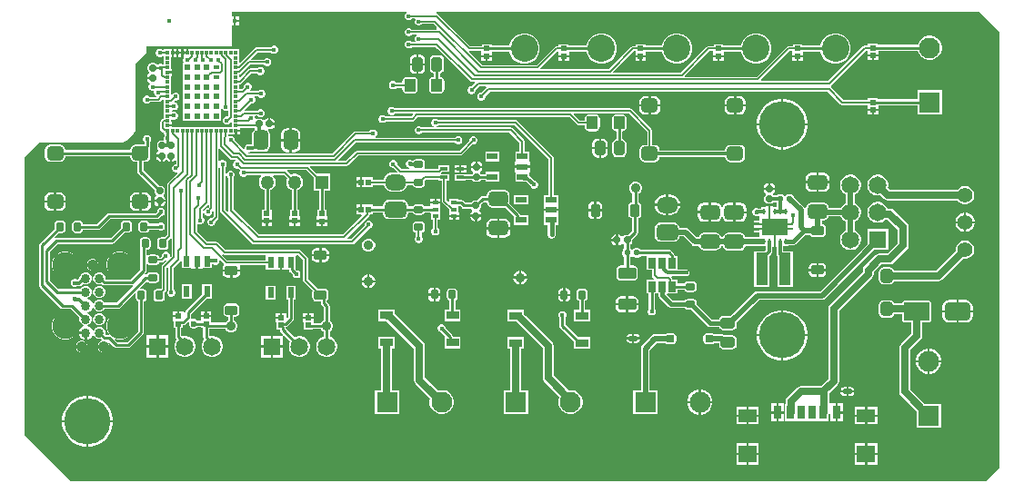
<source format=gtl>
G04*
G04 #@! TF.GenerationSoftware,Altium Limited,Altium Designer,24.9.1 (31)*
G04*
G04 Layer_Physical_Order=1*
G04 Layer_Color=255*
%FSLAX44Y44*%
%MOMM*%
G71*
G04*
G04 #@! TF.SameCoordinates,DA4EDB6E-3878-44D2-BF23-6E32A7E0A26F*
G04*
G04*
G04 #@! TF.FilePolarity,Positive*
G04*
G01*
G75*
%ADD11C,0.2000*%
%ADD12C,0.3000*%
%ADD13C,0.2500*%
%ADD18R,0.3500X0.3000*%
%ADD19R,0.3000X0.3500*%
%ADD20R,0.3500X0.3500*%
%ADD21R,0.3500X0.3500*%
%ADD22R,0.4300X0.4300*%
%ADD23R,0.6000X0.6000*%
%ADD24R,0.6000X0.4318*%
%ADD25R,0.5080X0.4318*%
%ADD58R,0.7112X0.3048*%
%ADD117C,0.1500*%
%ADD118R,0.8000X1.3000*%
%ADD119R,0.7600X1.3000*%
%ADD120R,0.7000X1.3000*%
%ADD121R,1.7000X1.6000*%
%ADD122R,1.7000X1.2000*%
G04:AMPARAMS|DCode=123|XSize=1.55mm|YSize=1.3mm|CornerRadius=0.325mm|HoleSize=0mm|Usage=FLASHONLY|Rotation=0.000|XOffset=0mm|YOffset=0mm|HoleType=Round|Shape=RoundedRectangle|*
%AMROUNDEDRECTD123*
21,1,1.5500,0.6500,0,0,0.0*
21,1,0.9000,1.3000,0,0,0.0*
1,1,0.6500,0.4500,-0.3250*
1,1,0.6500,-0.4500,-0.3250*
1,1,0.6500,-0.4500,0.3250*
1,1,0.6500,0.4500,0.3250*
%
%ADD123ROUNDEDRECTD123*%
%ADD124R,0.2400X0.6000*%
%ADD125R,2.4000X1.6500*%
%ADD126R,0.5000X0.2500*%
%ADD127R,0.6000X1.0000*%
G04:AMPARAMS|DCode=128|XSize=0.6mm|YSize=0.6mm|CornerRadius=0.15mm|HoleSize=0mm|Usage=FLASHONLY|Rotation=0.000|XOffset=0mm|YOffset=0mm|HoleType=Round|Shape=RoundedRectangle|*
%AMROUNDEDRECTD128*
21,1,0.6000,0.3000,0,0,0.0*
21,1,0.3000,0.6000,0,0,0.0*
1,1,0.3000,0.1500,-0.1500*
1,1,0.3000,-0.1500,-0.1500*
1,1,0.3000,-0.1500,0.1500*
1,1,0.3000,0.1500,0.1500*
%
%ADD128ROUNDEDRECTD128*%
G04:AMPARAMS|DCode=129|XSize=0.85mm|YSize=0.7mm|CornerRadius=0.175mm|HoleSize=0mm|Usage=FLASHONLY|Rotation=90.000|XOffset=0mm|YOffset=0mm|HoleType=Round|Shape=RoundedRectangle|*
%AMROUNDEDRECTD129*
21,1,0.8500,0.3500,0,0,90.0*
21,1,0.5000,0.7000,0,0,90.0*
1,1,0.3500,0.1750,0.2500*
1,1,0.3500,0.1750,-0.2500*
1,1,0.3500,-0.1750,-0.2500*
1,1,0.3500,-0.1750,0.2500*
%
%ADD129ROUNDEDRECTD129*%
G04:AMPARAMS|DCode=130|XSize=1.1mm|YSize=1.25mm|CornerRadius=0.275mm|HoleSize=0mm|Usage=FLASHONLY|Rotation=180.000|XOffset=0mm|YOffset=0mm|HoleType=Round|Shape=RoundedRectangle|*
%AMROUNDEDRECTD130*
21,1,1.1000,0.7000,0,0,180.0*
21,1,0.5500,1.2500,0,0,180.0*
1,1,0.5500,-0.2750,0.3500*
1,1,0.5500,0.2750,0.3500*
1,1,0.5500,0.2750,-0.3500*
1,1,0.5500,-0.2750,-0.3500*
%
%ADD130ROUNDEDRECTD130*%
%ADD131R,0.5000X0.6000*%
%ADD132R,1.2000X0.8000*%
G04:AMPARAMS|DCode=133|XSize=0.6mm|YSize=0.6mm|CornerRadius=0.15mm|HoleSize=0mm|Usage=FLASHONLY|Rotation=90.000|XOffset=0mm|YOffset=0mm|HoleType=Round|Shape=RoundedRectangle|*
%AMROUNDEDRECTD133*
21,1,0.6000,0.3000,0,0,90.0*
21,1,0.3000,0.6000,0,0,90.0*
1,1,0.3000,0.1500,0.1500*
1,1,0.3000,0.1500,-0.1500*
1,1,0.3000,-0.1500,-0.1500*
1,1,0.3000,-0.1500,0.1500*
%
%ADD133ROUNDEDRECTD133*%
G04:AMPARAMS|DCode=134|XSize=1.35mm|YSize=1mm|CornerRadius=0.25mm|HoleSize=0mm|Usage=FLASHONLY|Rotation=270.000|XOffset=0mm|YOffset=0mm|HoleType=Round|Shape=RoundedRectangle|*
%AMROUNDEDRECTD134*
21,1,1.3500,0.5000,0,0,270.0*
21,1,0.8500,1.0000,0,0,270.0*
1,1,0.5000,-0.2500,-0.4250*
1,1,0.5000,-0.2500,0.4250*
1,1,0.5000,0.2500,0.4250*
1,1,0.5000,0.2500,-0.4250*
%
%ADD134ROUNDEDRECTD134*%
G04:AMPARAMS|DCode=135|XSize=0.45mm|YSize=0.85mm|CornerRadius=0.1125mm|HoleSize=0mm|Usage=FLASHONLY|Rotation=270.000|XOffset=0mm|YOffset=0mm|HoleType=Round|Shape=RoundedRectangle|*
%AMROUNDEDRECTD135*
21,1,0.4500,0.6250,0,0,270.0*
21,1,0.2250,0.8500,0,0,270.0*
1,1,0.2250,-0.3125,-0.1125*
1,1,0.2250,-0.3125,0.1125*
1,1,0.2250,0.3125,0.1125*
1,1,0.2250,0.3125,-0.1125*
%
%ADD135ROUNDEDRECTD135*%
G04:AMPARAMS|DCode=136|XSize=1.15mm|YSize=1.3mm|CornerRadius=0.2875mm|HoleSize=0mm|Usage=FLASHONLY|Rotation=0.000|XOffset=0mm|YOffset=0mm|HoleType=Round|Shape=RoundedRectangle|*
%AMROUNDEDRECTD136*
21,1,1.1500,0.7250,0,0,0.0*
21,1,0.5750,1.3000,0,0,0.0*
1,1,0.5750,0.2875,-0.3625*
1,1,0.5750,-0.2875,-0.3625*
1,1,0.5750,-0.2875,0.3625*
1,1,0.5750,0.2875,0.3625*
%
%ADD136ROUNDEDRECTD136*%
G04:AMPARAMS|DCode=137|XSize=1.2mm|YSize=0.9mm|CornerRadius=0.225mm|HoleSize=0mm|Usage=FLASHONLY|Rotation=270.000|XOffset=0mm|YOffset=0mm|HoleType=Round|Shape=RoundedRectangle|*
%AMROUNDEDRECTD137*
21,1,1.2000,0.4500,0,0,270.0*
21,1,0.7500,0.9000,0,0,270.0*
1,1,0.4500,-0.2250,-0.3750*
1,1,0.4500,-0.2250,0.3750*
1,1,0.4500,0.2250,0.3750*
1,1,0.4500,0.2250,-0.3750*
%
%ADD137ROUNDEDRECTD137*%
G04:AMPARAMS|DCode=138|XSize=1.2mm|YSize=0.9mm|CornerRadius=0.225mm|HoleSize=0mm|Usage=FLASHONLY|Rotation=0.000|XOffset=0mm|YOffset=0mm|HoleType=Round|Shape=RoundedRectangle|*
%AMROUNDEDRECTD138*
21,1,1.2000,0.4500,0,0,0.0*
21,1,0.7500,0.9000,0,0,0.0*
1,1,0.4500,0.3750,-0.2250*
1,1,0.4500,-0.3750,-0.2250*
1,1,0.4500,-0.3750,0.2250*
1,1,0.4500,0.3750,0.2250*
%
%ADD138ROUNDEDRECTD138*%
G04:AMPARAMS|DCode=139|XSize=1.8mm|YSize=1.35mm|CornerRadius=0.3375mm|HoleSize=0mm|Usage=FLASHONLY|Rotation=0.000|XOffset=0mm|YOffset=0mm|HoleType=Round|Shape=RoundedRectangle|*
%AMROUNDEDRECTD139*
21,1,1.8000,0.6750,0,0,0.0*
21,1,1.1250,1.3500,0,0,0.0*
1,1,0.6750,0.5625,-0.3375*
1,1,0.6750,-0.5625,-0.3375*
1,1,0.6750,-0.5625,0.3375*
1,1,0.6750,0.5625,0.3375*
%
%ADD139ROUNDEDRECTD139*%
G04:AMPARAMS|DCode=140|XSize=0.85mm|YSize=0.7mm|CornerRadius=0.175mm|HoleSize=0mm|Usage=FLASHONLY|Rotation=0.000|XOffset=0mm|YOffset=0mm|HoleType=Round|Shape=RoundedRectangle|*
%AMROUNDEDRECTD140*
21,1,0.8500,0.3500,0,0,0.0*
21,1,0.5000,0.7000,0,0,0.0*
1,1,0.3500,0.2500,-0.1750*
1,1,0.3500,-0.2500,-0.1750*
1,1,0.3500,-0.2500,0.1750*
1,1,0.3500,0.2500,0.1750*
%
%ADD140ROUNDEDRECTD140*%
%ADD141R,0.7000X1.0000*%
G04:AMPARAMS|DCode=142|XSize=1.7mm|YSize=1.1mm|CornerRadius=0.275mm|HoleSize=0mm|Usage=FLASHONLY|Rotation=180.000|XOffset=0mm|YOffset=0mm|HoleType=Round|Shape=RoundedRectangle|*
%AMROUNDEDRECTD142*
21,1,1.7000,0.5500,0,0,180.0*
21,1,1.1500,1.1000,0,0,180.0*
1,1,0.5500,-0.5750,0.2750*
1,1,0.5500,0.5750,0.2750*
1,1,0.5500,0.5750,-0.2750*
1,1,0.5500,-0.5750,-0.2750*
%
%ADD142ROUNDEDRECTD142*%
G04:AMPARAMS|DCode=143|XSize=0.55mm|YSize=0.55mm|CornerRadius=0.1375mm|HoleSize=0mm|Usage=FLASHONLY|Rotation=270.000|XOffset=0mm|YOffset=0mm|HoleType=Round|Shape=RoundedRectangle|*
%AMROUNDEDRECTD143*
21,1,0.5500,0.2750,0,0,270.0*
21,1,0.2750,0.5500,0,0,270.0*
1,1,0.2750,-0.1375,-0.1375*
1,1,0.2750,-0.1375,0.1375*
1,1,0.2750,0.1375,0.1375*
1,1,0.2750,0.1375,-0.1375*
%
%ADD143ROUNDEDRECTD143*%
G04:AMPARAMS|DCode=144|XSize=1.7mm|YSize=2.4mm|CornerRadius=0.425mm|HoleSize=0mm|Usage=FLASHONLY|Rotation=90.000|XOffset=0mm|YOffset=0mm|HoleType=Round|Shape=RoundedRectangle|*
%AMROUNDEDRECTD144*
21,1,1.7000,1.5500,0,0,90.0*
21,1,0.8500,2.4000,0,0,90.0*
1,1,0.8500,0.7750,0.4250*
1,1,0.8500,0.7750,-0.4250*
1,1,0.8500,-0.7750,-0.4250*
1,1,0.8500,-0.7750,0.4250*
%
%ADD144ROUNDEDRECTD144*%
G04:AMPARAMS|DCode=145|XSize=1.7mm|YSize=2.4mm|CornerRadius=0.085mm|HoleSize=0mm|Usage=FLASHONLY|Rotation=90.000|XOffset=0mm|YOffset=0mm|HoleType=Round|Shape=RoundedRectangle|*
%AMROUNDEDRECTD145*
21,1,1.7000,2.2300,0,0,90.0*
21,1,1.5300,2.4000,0,0,90.0*
1,1,0.1700,1.1150,0.7650*
1,1,0.1700,1.1150,-0.7650*
1,1,0.1700,-1.1150,-0.7650*
1,1,0.1700,-1.1150,0.7650*
%
%ADD145ROUNDEDRECTD145*%
%ADD146R,1.1400X3.0500*%
G04:AMPARAMS|DCode=147|XSize=1.35mm|YSize=1mm|CornerRadius=0.25mm|HoleSize=0mm|Usage=FLASHONLY|Rotation=180.000|XOffset=0mm|YOffset=0mm|HoleType=Round|Shape=RoundedRectangle|*
%AMROUNDEDRECTD147*
21,1,1.3500,0.5000,0,0,180.0*
21,1,0.8500,1.0000,0,0,180.0*
1,1,0.5000,-0.4250,0.2500*
1,1,0.5000,0.4250,0.2500*
1,1,0.5000,0.4250,-0.2500*
1,1,0.5000,-0.4250,-0.2500*
%
%ADD147ROUNDEDRECTD147*%
G04:AMPARAMS|DCode=148|XSize=0.75mm|YSize=0.75mm|CornerRadius=0.1875mm|HoleSize=0mm|Usage=FLASHONLY|Rotation=270.000|XOffset=0mm|YOffset=0mm|HoleType=Round|Shape=RoundedRectangle|*
%AMROUNDEDRECTD148*
21,1,0.7500,0.3750,0,0,270.0*
21,1,0.3750,0.7500,0,0,270.0*
1,1,0.3750,-0.1875,-0.1875*
1,1,0.3750,-0.1875,0.1875*
1,1,0.3750,0.1875,0.1875*
1,1,0.3750,0.1875,-0.1875*
%
%ADD148ROUNDEDRECTD148*%
%ADD149R,1.0000X0.6000*%
%ADD150R,0.5500X0.3000*%
G04:AMPARAMS|DCode=151|XSize=1.8mm|YSize=1.35mm|CornerRadius=0.3375mm|HoleSize=0mm|Usage=FLASHONLY|Rotation=270.000|XOffset=0mm|YOffset=0mm|HoleType=Round|Shape=RoundedRectangle|*
%AMROUNDEDRECTD151*
21,1,1.8000,0.6750,0,0,270.0*
21,1,1.1250,1.3500,0,0,270.0*
1,1,0.6750,-0.3375,-0.5625*
1,1,0.6750,-0.3375,0.5625*
1,1,0.6750,0.3375,0.5625*
1,1,0.6750,0.3375,-0.5625*
%
%ADD151ROUNDEDRECTD151*%
%ADD152R,0.6000X0.5000*%
%ADD153C,0.8636*%
%ADD154C,0.4000*%
%ADD155C,0.7000*%
%ADD156C,0.5000*%
%ADD157C,0.3500*%
%ADD158C,0.9000*%
%ADD159R,1.9500X1.9500*%
%ADD160C,1.9500*%
%ADD161C,4.3000*%
%ADD162R,1.9500X1.9500*%
%ADD163O,2.0000X1.5000*%
G04:AMPARAMS|DCode=164|XSize=1.5mm|YSize=2mm|CornerRadius=0.375mm|HoleSize=0mm|Usage=FLASHONLY|Rotation=90.000|XOffset=0mm|YOffset=0mm|HoleType=Round|Shape=RoundedRectangle|*
%AMROUNDEDRECTD164*
21,1,1.5000,1.2500,0,0,90.0*
21,1,0.7500,2.0000,0,0,90.0*
1,1,0.7500,0.6250,0.3750*
1,1,0.7500,0.6250,-0.3750*
1,1,0.7500,-0.6250,-0.3750*
1,1,0.7500,-0.6250,0.3750*
%
%ADD164ROUNDEDRECTD164*%
%ADD165C,1.6500*%
%ADD166R,1.6500X1.6500*%
%ADD167C,1.4000*%
%ADD168R,1.6500X1.6500*%
%ADD169R,1.2750X1.2750*%
%ADD170C,1.2750*%
%ADD171C,1.0668*%
%ADD172C,2.4511*%
%ADD173C,2.5400*%
%ADD174C,0.4500*%
%ADD175C,0.6000*%
G36*
X792480Y975360D02*
Y569722D01*
X792734Y569468D01*
X779780Y556514D01*
X-71628D01*
X-72656Y556780D01*
X-115570Y599694D01*
Y858542D01*
X-101762Y872350D01*
X-98570Y872726D01*
X-24384D01*
X-22433Y873114D01*
X-20779Y874219D01*
X-13921Y881077D01*
X-12816Y882731D01*
X-12796Y882834D01*
X-12446Y882875D01*
Y945778D01*
X-1901Y956323D01*
Y962500D01*
X77596D01*
Y981540D01*
X79030D01*
Y985690D01*
Y989840D01*
X77596D01*
Y994664D01*
X240487D01*
X240686Y993664D01*
X240157Y993445D01*
X239102Y992390D01*
X238531Y991012D01*
Y989520D01*
X239102Y988142D01*
X240157Y987087D01*
X241535Y986516D01*
X243027D01*
X244405Y987087D01*
X245290Y987972D01*
X247702D01*
X248254Y986972D01*
X247856Y986012D01*
Y984520D01*
X248427Y983142D01*
X249482Y982087D01*
X250860Y981516D01*
X252352D01*
X253730Y982087D01*
X254615Y982972D01*
X265812D01*
X268356Y980428D01*
Y977601D01*
X245290D01*
X244405Y978486D01*
X243027Y979057D01*
X241535D01*
X240157Y978486D01*
X239102Y977431D01*
X238531Y976053D01*
Y974561D01*
X239102Y973183D01*
X240157Y972128D01*
X241535Y971557D01*
X243027D01*
X244405Y972128D01*
X245290Y973013D01*
X249029D01*
X249193Y972704D01*
X249336Y972013D01*
X248427Y971104D01*
X247856Y969726D01*
Y968234D01*
X248308Y967144D01*
X247832Y966144D01*
X245290D01*
X244405Y967029D01*
X243027Y967600D01*
X241535D01*
X240157Y967029D01*
X239102Y965974D01*
X238531Y964596D01*
Y963104D01*
X239102Y961726D01*
X240157Y960671D01*
X241535Y960100D01*
X243027D01*
X244405Y960671D01*
X245290Y961556D01*
X267282D01*
X268356Y960482D01*
Y959175D01*
X269280Y959558D01*
X299175Y929662D01*
X299920Y929165D01*
X300798Y928990D01*
X303537D01*
X303919Y928066D01*
X300943Y925090D01*
X300052D01*
X298673Y924519D01*
X297619Y923464D01*
X297048Y922086D01*
Y920594D01*
X297619Y919216D01*
X298673Y918161D01*
X300052Y917590D01*
X301544D01*
X302922Y918161D01*
X303977Y919216D01*
X304548Y920594D01*
Y921485D01*
X307854Y924791D01*
X314120D01*
X314534Y923791D01*
X309833Y919090D01*
X308942D01*
X307564Y918519D01*
X306509Y917464D01*
X305938Y916086D01*
Y914594D01*
X306509Y913216D01*
X307564Y912161D01*
X308942Y911590D01*
X310434D01*
X311812Y912161D01*
X312867Y913216D01*
X313438Y914594D01*
Y915485D01*
X317744Y919791D01*
X632502D01*
X644171Y908122D01*
X644998Y907569D01*
X645973Y907375D01*
X669316D01*
Y903924D01*
X674316D01*
X679316D01*
Y907120D01*
X715972D01*
Y898674D01*
X738472D01*
Y921174D01*
X715972D01*
Y912728D01*
X678816D01*
Y913924D01*
X669816D01*
Y912473D01*
X647029D01*
X635360Y924142D01*
X635216Y924239D01*
Y925441D01*
X635360Y925538D01*
X667997Y958175D01*
X669316D01*
Y954724D01*
X674316D01*
X679316D01*
Y957920D01*
X716327D01*
X716739Y956382D01*
X718220Y953816D01*
X720314Y951722D01*
X722880Y950241D01*
X725741Y949474D01*
X728703D01*
X731564Y950241D01*
X734130Y951722D01*
X736224Y953816D01*
X737705Y956382D01*
X738472Y959243D01*
Y962205D01*
X737705Y965066D01*
X736224Y967632D01*
X734130Y969726D01*
X731564Y971207D01*
X728703Y971974D01*
X725741D01*
X722880Y971207D01*
X720314Y969726D01*
X718220Y967632D01*
X716739Y965066D01*
X716327Y963528D01*
X678816D01*
Y964724D01*
X669816D01*
Y963273D01*
X666941D01*
X665966Y963079D01*
X665139Y962526D01*
X632502Y929889D01*
X570338D01*
X569955Y930813D01*
X596848Y957706D01*
X598351D01*
X599266Y957500D01*
Y954000D01*
X609266D01*
Y957196D01*
X625622D01*
X626340Y954519D01*
X628209Y951281D01*
X630853Y948637D01*
X634091Y946768D01*
X637702Y945800D01*
X641441D01*
X645053Y946768D01*
X648291Y948637D01*
X650935Y951281D01*
X652804Y954519D01*
X653772Y958130D01*
Y961870D01*
X652804Y965481D01*
X650935Y968719D01*
X648291Y971363D01*
X645053Y973232D01*
X641441Y974200D01*
X637702D01*
X634091Y973232D01*
X630853Y971363D01*
X628209Y968719D01*
X626340Y965481D01*
X625622Y962804D01*
X608766D01*
Y964000D01*
X599766D01*
Y962294D01*
X595898D01*
X595020Y962119D01*
X594275Y961622D01*
X566232Y933578D01*
X499471D01*
X499089Y934502D01*
X522292Y957706D01*
X524691D01*
X525606Y957500D01*
Y954000D01*
X535606D01*
Y957196D01*
X551708D01*
X552426Y954519D01*
X554295Y951281D01*
X556939Y948637D01*
X560177Y946768D01*
X563788Y945800D01*
X567528D01*
X571139Y946768D01*
X574377Y948637D01*
X577021Y951281D01*
X578890Y954519D01*
X579858Y958130D01*
Y961870D01*
X578890Y965481D01*
X577021Y968719D01*
X574377Y971363D01*
X571139Y973232D01*
X567528Y974200D01*
X563788D01*
X560177Y973232D01*
X556939Y971363D01*
X554295Y968719D01*
X552426Y965481D01*
X551708Y962804D01*
X535106D01*
Y964000D01*
X526106D01*
Y962294D01*
X521342D01*
X520464Y962119D01*
X519720Y961622D01*
X495366Y937268D01*
X432652D01*
X432269Y938192D01*
X451783Y957706D01*
X452208D01*
X453123Y957500D01*
Y954000D01*
X463123D01*
Y957196D01*
X477806D01*
X478523Y954519D01*
X480393Y951281D01*
X483037Y948637D01*
X486275Y946768D01*
X489886Y945800D01*
X493625D01*
X497237Y946768D01*
X500475Y948637D01*
X503119Y951281D01*
X504988Y954519D01*
X505956Y958130D01*
Y961870D01*
X504988Y965481D01*
X503119Y968719D01*
X500475Y971363D01*
X497237Y973232D01*
X493625Y974200D01*
X489886D01*
X486275Y973232D01*
X483037Y971363D01*
X480393Y968719D01*
X478523Y965481D01*
X477806Y962804D01*
X462623D01*
Y964000D01*
X453623D01*
Y962294D01*
X450833D01*
X449955Y962119D01*
X449211Y961622D01*
X428473Y940884D01*
X365242D01*
X364860Y941808D01*
X380334Y957282D01*
X381334Y956868D01*
Y954000D01*
X391334D01*
Y957196D01*
X407690D01*
X408408Y954519D01*
X410277Y951281D01*
X412921Y948637D01*
X416159Y946768D01*
X419771Y945800D01*
X423509D01*
X427121Y946768D01*
X430359Y948637D01*
X433003Y951281D01*
X434872Y954519D01*
X435840Y958130D01*
Y961870D01*
X434872Y965481D01*
X433003Y968719D01*
X430359Y971363D01*
X427121Y973232D01*
X423509Y974200D01*
X419771D01*
X416159Y973232D01*
X412921Y971363D01*
X410277Y968719D01*
X408408Y965481D01*
X407690Y962804D01*
X390834D01*
Y964000D01*
X381834D01*
Y962294D01*
X379807D01*
X378929Y962119D01*
X378185Y961622D01*
X361197Y944634D01*
X310638D01*
X298566Y956706D01*
X298981Y957706D01*
X309013D01*
X309928Y957500D01*
Y954000D01*
X319928D01*
Y957196D01*
X336062D01*
X336780Y954519D01*
X338649Y951281D01*
X341293Y948637D01*
X344531Y946768D01*
X348143Y945800D01*
X351881D01*
X355493Y946768D01*
X358731Y948637D01*
X361375Y951281D01*
X363244Y954519D01*
X364212Y958130D01*
Y961870D01*
X363244Y965481D01*
X361375Y968719D01*
X358731Y971363D01*
X355493Y973232D01*
X351881Y974200D01*
X348143D01*
X344531Y973232D01*
X341293Y971363D01*
X338649Y968719D01*
X336780Y965481D01*
X336062Y962804D01*
X319428D01*
Y964000D01*
X310428D01*
Y962294D01*
X299278D01*
X269684Y991888D01*
X268940Y992385D01*
X268356Y992502D01*
Y994664D01*
X773176D01*
X792480Y975360D01*
D02*
G37*
%LPC*%
G36*
X84180Y989840D02*
X81030D01*
Y986690D01*
X84180D01*
Y989840D01*
D02*
G37*
G36*
Y984690D02*
X81030D01*
Y981540D01*
X84180D01*
Y984690D01*
D02*
G37*
G36*
X30530Y959840D02*
X28030D01*
Y956090D01*
Y952340D01*
X30530D01*
Y956090D01*
Y959840D01*
D02*
G37*
G36*
X26030D02*
X23530D01*
Y956090D01*
Y952340D01*
X26030D01*
Y956090D01*
Y959840D01*
D02*
G37*
G36*
X679316Y952724D02*
X675316D01*
Y949224D01*
X679316D01*
Y952724D01*
D02*
G37*
G36*
X673316D02*
X669316D01*
Y949224D01*
X673316D01*
Y952724D01*
D02*
G37*
G36*
X609266Y952000D02*
X605266D01*
Y948500D01*
X609266D01*
Y952000D01*
D02*
G37*
G36*
X603266D02*
X599266D01*
Y948500D01*
X603266D01*
Y952000D01*
D02*
G37*
G36*
X535606D02*
X531606D01*
Y948500D01*
X535606D01*
Y952000D01*
D02*
G37*
G36*
X529606D02*
X525606D01*
Y948500D01*
X529606D01*
Y952000D01*
D02*
G37*
G36*
X463123D02*
X459123D01*
Y948500D01*
X463123D01*
Y952000D01*
D02*
G37*
G36*
X457123D02*
X453123D01*
Y948500D01*
X457123D01*
Y952000D01*
D02*
G37*
G36*
X391334D02*
X387334D01*
Y948500D01*
X391334D01*
Y952000D01*
D02*
G37*
G36*
X385334D02*
X381334D01*
Y948500D01*
X385334D01*
Y952000D01*
D02*
G37*
G36*
X319928D02*
X315928D01*
Y948500D01*
X319928D01*
Y952000D01*
D02*
G37*
G36*
X313928D02*
X309928D01*
Y948500D01*
X313928D01*
Y952000D01*
D02*
G37*
G36*
X117668Y962600D02*
X116176D01*
X114798Y962029D01*
X113913Y961144D01*
X100429D01*
X99551Y960969D01*
X98807Y960472D01*
X85454Y947119D01*
X84530Y947502D01*
Y959340D01*
X39530D01*
Y959840D01*
X37030D01*
Y956090D01*
X35030D01*
Y959840D01*
X32530D01*
Y956090D01*
Y951538D01*
X32648Y951340D01*
X32280Y950452D01*
Y948960D01*
X32744Y947840D01*
X32286Y946840D01*
X31530D01*
Y938840D01*
X31530Y937840D01*
X31530Y936840D01*
Y928840D01*
Y920840D01*
X31530Y919840D01*
X31530Y918840D01*
Y911840D01*
X31530Y910840D01*
X31530Y909840D01*
Y901840D01*
Y892840D01*
X39530D01*
X40530Y892840D01*
X41530Y892840D01*
X57530D01*
X58530Y892840D01*
X59530Y892840D01*
X67530D01*
Y903607D01*
X68530Y903806D01*
X68601Y903635D01*
X69656Y902580D01*
X71034Y902009D01*
X72526D01*
X73486Y902407D01*
X74486Y901855D01*
Y897290D01*
X73747Y896552D01*
X73655Y896590D01*
X72163D01*
X70785Y896019D01*
X69730Y894964D01*
X69159Y893586D01*
Y892094D01*
X69730Y890716D01*
X70785Y889661D01*
X72163Y889090D01*
X73655D01*
X75033Y889661D01*
X76088Y890716D01*
X76659Y892094D01*
Y892417D01*
X77030Y892689D01*
X78030Y892181D01*
Y887340D01*
X77530D01*
Y886840D01*
X21530D01*
Y887340D01*
X17780D01*
Y889340D01*
X21530D01*
Y891840D01*
X21030D01*
Y893515D01*
X22030Y894131D01*
X22879Y893780D01*
X24371D01*
X25749Y894351D01*
X26804Y895406D01*
X27375Y896784D01*
Y898276D01*
X26804Y899654D01*
X25749Y900709D01*
X24371Y901280D01*
X22879D01*
X22236Y901013D01*
X21371Y901575D01*
X21374Y902159D01*
X22255Y902716D01*
X22928Y902438D01*
X24420D01*
X25798Y903008D01*
X26853Y904063D01*
X27424Y905442D01*
Y906934D01*
X26853Y908312D01*
X25798Y909367D01*
X24589Y909867D01*
X24202Y910672D01*
X24169Y910935D01*
X24593Y911412D01*
X25892D01*
X27270Y911983D01*
X28325Y913038D01*
X28896Y914416D01*
Y915908D01*
X28325Y917286D01*
X27270Y918341D01*
X25892Y918912D01*
X24400D01*
X23022Y918341D01*
X22030Y917349D01*
X21726Y917376D01*
X21030Y917637D01*
Y921340D01*
Y934340D01*
X21530D01*
Y936840D01*
X17780D01*
Y938840D01*
X21530D01*
Y941340D01*
X21030D01*
Y952340D01*
X21530D01*
Y956090D01*
Y959840D01*
X19030D01*
Y959340D01*
X14530D01*
Y958384D01*
X13423D01*
X12538Y959269D01*
X11160Y959840D01*
X9668D01*
X8290Y959269D01*
X7235Y958214D01*
X6664Y956836D01*
Y955344D01*
X7235Y953966D01*
X8290Y952911D01*
X9668Y952340D01*
X11160D01*
X12538Y952911D01*
X13423Y953796D01*
X14530D01*
Y945854D01*
X14176Y945601D01*
X13530Y945337D01*
X12326Y945836D01*
X10834D01*
X9456Y945265D01*
X9121Y944930D01*
X8877Y944887D01*
X7976Y944997D01*
X7473Y945749D01*
X6481Y946412D01*
X5310Y946645D01*
X2310D01*
X1139Y946412D01*
X147Y945749D01*
X-516Y944756D01*
X-749Y943586D01*
Y940586D01*
X-516Y939416D01*
X147Y938423D01*
X349Y938288D01*
Y937085D01*
X-213Y936709D01*
X-987Y935552D01*
X-1259Y934186D01*
Y933686D01*
X3810D01*
Y931686D01*
X-1259D01*
Y931186D01*
X-987Y929820D01*
X-213Y928663D01*
X763Y928010D01*
X993Y927233D01*
X1021Y926854D01*
X631Y926464D01*
X60Y925086D01*
Y923594D01*
X631Y922216D01*
X1686Y921161D01*
X3064Y920590D01*
X4232D01*
X4747Y920293D01*
X5105Y919735D01*
Y918594D01*
X5676Y917216D01*
X6731Y916161D01*
X6840Y916116D01*
X7173Y914895D01*
X6976Y914634D01*
X1801D01*
X916Y915519D01*
X-463Y916090D01*
X-1954D01*
X-3333Y915519D01*
X-4388Y914464D01*
X-4958Y913086D01*
Y911594D01*
X-4388Y910216D01*
X-3333Y909161D01*
X-1954Y908590D01*
X-463D01*
X916Y909161D01*
X1801Y910046D01*
X8926D01*
X9804Y910220D01*
X10548Y910718D01*
X12876Y913046D01*
X14530D01*
Y907840D01*
Y895319D01*
X13905Y895195D01*
X13078Y894642D01*
X12873Y894437D01*
X12592Y894249D01*
X11228Y892885D01*
X10675Y892058D01*
X10481Y891083D01*
Y885598D01*
X10675Y884622D01*
X11228Y883795D01*
X12283Y882740D01*
X12985Y882038D01*
X13812Y881485D01*
X14530Y881342D01*
Y880340D01*
X14976D01*
Y879015D01*
X14601Y878640D01*
X14030Y877262D01*
Y875770D01*
X14386Y874911D01*
X14044Y874347D01*
X13685Y874001D01*
X10834D01*
X9664Y873768D01*
X8671Y873105D01*
X8008Y872113D01*
X7775Y870942D01*
Y867942D01*
X8008Y866771D01*
X8671Y865779D01*
X8874Y865644D01*
Y864441D01*
X8311Y864065D01*
X7537Y862908D01*
X7266Y861542D01*
Y861042D01*
X12334D01*
Y860042D01*
X13334D01*
Y854973D01*
X13834D01*
X15200Y855245D01*
X16358Y856019D01*
X17059D01*
X18216Y855245D01*
X19582Y854973D01*
X20082D01*
Y860042D01*
X22082D01*
Y854973D01*
X22582D01*
X23948Y855245D01*
X23999Y855279D01*
X24646Y855712D01*
X25646Y855177D01*
Y852023D01*
X24784D01*
X23406Y851452D01*
X22351Y850397D01*
X21780Y849019D01*
Y847527D01*
X22351Y846149D01*
X23406Y845094D01*
X24784Y844523D01*
X26137D01*
X26417Y844154D01*
X26628Y843599D01*
X17960Y834932D01*
X17463Y834187D01*
X17288Y833309D01*
Y786208D01*
X15138Y784058D01*
X15080Y784070D01*
X11580D01*
X10312Y783817D01*
X9237Y783099D01*
X8519Y782024D01*
X8266Y780756D01*
Y775756D01*
X8519Y774488D01*
X9237Y773413D01*
X10312Y772695D01*
X11580Y772442D01*
X15080D01*
X16348Y772695D01*
X17423Y773413D01*
X18141Y774488D01*
X18394Y775756D01*
Y780756D01*
X18382Y780814D01*
X20380Y782811D01*
X21380Y782397D01*
Y766266D01*
X20704Y765590D01*
X20376Y765690D01*
X19780Y766081D01*
Y767364D01*
X19209Y768742D01*
X18154Y769797D01*
X16776Y770368D01*
X15284D01*
X13906Y769797D01*
X12851Y768742D01*
X12280Y767364D01*
Y766112D01*
X11384Y765216D01*
X9701D01*
X9557Y765940D01*
X8839Y767015D01*
X7764Y767734D01*
X6496Y767986D01*
X1496D01*
X228Y767734D01*
X-847Y767015D01*
X-901Y766935D01*
X-1901Y767238D01*
Y772442D01*
X-1420D01*
X-152Y772695D01*
X923Y773413D01*
X1641Y774488D01*
X1894Y775756D01*
Y780756D01*
X1641Y782024D01*
X923Y783099D01*
X-152Y783817D01*
X-1420Y784070D01*
X-4920D01*
X-6188Y783817D01*
X-7263Y783099D01*
X-7981Y782024D01*
X-8234Y780756D01*
Y775756D01*
X-7981Y774488D01*
X-7508Y773780D01*
Y754194D01*
X-16831Y744871D01*
X-39902D01*
Y746901D01*
X-40788Y749040D01*
X-42424Y750676D01*
X-44563Y751562D01*
X-46877D01*
X-49016Y750676D01*
X-50652Y749040D01*
X-51538Y746901D01*
Y744587D01*
X-50652Y742448D01*
X-49016Y740812D01*
X-46877Y739926D01*
X-44563D01*
X-43466Y740380D01*
X-43170Y740085D01*
X-42260Y739477D01*
X-41188Y739264D01*
X-15670D01*
X-14899Y739417D01*
X-14407Y738495D01*
X-29754Y723148D01*
X-40584D01*
X-40788Y723640D01*
X-42424Y725276D01*
X-44563Y726162D01*
X-46877D01*
X-49016Y725276D01*
X-50652Y723640D01*
X-51258Y722177D01*
X-52341Y722177D01*
X-53064Y723923D01*
X-54841Y725700D01*
X-56587Y726423D01*
X-56587Y727506D01*
X-55124Y728112D01*
X-53488Y729748D01*
X-52602Y731887D01*
Y734201D01*
X-53488Y736340D01*
X-55124Y737976D01*
X-57263Y738862D01*
X-59577D01*
X-61716Y737976D01*
X-63352Y736340D01*
X-63556Y735848D01*
X-84186D01*
X-91979Y743641D01*
Y770730D01*
X-84757Y777952D01*
X-33944D01*
X-32871Y778166D01*
X-31961Y778773D01*
X-22528Y788207D01*
X-22446Y788190D01*
X-18946D01*
X-17678Y788443D01*
X-16603Y789161D01*
X-15885Y790236D01*
X-15632Y791504D01*
Y796504D01*
X-15885Y797772D01*
X-16603Y798847D01*
X-17678Y799565D01*
X-18946Y799818D01*
X-22446D01*
X-23714Y799565D01*
X-24789Y798847D01*
X-25507Y797772D01*
X-25760Y796504D01*
Y792906D01*
X-35105Y783560D01*
X-85918D01*
X-86618Y783421D01*
X-87111Y784342D01*
X-83516Y787936D01*
X-80668D01*
X-79400Y788189D01*
X-78325Y788907D01*
X-77607Y789982D01*
X-77354Y791250D01*
Y796250D01*
X-77607Y797518D01*
X-78325Y798593D01*
X-79400Y799311D01*
X-80668Y799564D01*
X-84168D01*
X-85436Y799311D01*
X-86511Y798593D01*
X-87229Y797518D01*
X-87482Y796250D01*
Y791902D01*
X-100993Y778390D01*
X-101601Y777480D01*
X-101814Y776407D01*
Y739276D01*
X-101601Y738203D01*
X-100993Y737293D01*
X-82061Y718361D01*
X-81152Y717754D01*
X-80079Y717540D01*
X-72281D01*
X-64034Y709293D01*
X-64238Y708801D01*
Y706487D01*
X-63352Y704348D01*
X-61716Y702712D01*
X-60253Y702106D01*
X-60253Y701023D01*
X-61999Y700300D01*
X-63776Y698523D01*
X-64738Y696201D01*
Y695944D01*
X-58420D01*
Y694944D01*
X-57420D01*
Y688626D01*
X-57163D01*
X-54841Y689588D01*
X-53064Y691365D01*
X-52341Y693111D01*
X-51258Y693111D01*
X-50652Y691648D01*
X-49016Y690012D01*
X-46877Y689126D01*
X-44563D01*
X-44031Y689346D01*
X-43187Y688502D01*
X-43254Y687793D01*
X-43414Y687399D01*
X-44942Y686766D01*
X-46442Y685266D01*
X-47254Y683305D01*
Y681183D01*
X-46442Y679222D01*
X-44942Y677722D01*
X-42981Y676910D01*
X-40859D01*
X-38899Y677722D01*
X-37398Y679222D01*
X-36586Y681183D01*
Y683305D01*
X-37398Y685266D01*
X-37910Y685778D01*
X-37596Y686877D01*
X-37469Y686907D01*
X-32071Y681509D01*
X-31162Y680901D01*
X-30089Y680688D01*
X-18946D01*
X-17873Y680901D01*
X-16963Y681509D01*
X-5201Y693272D01*
X-4593Y694181D01*
X-4380Y695254D01*
Y724301D01*
X-3736Y724429D01*
X-2661Y725148D01*
X-1943Y726223D01*
X-1690Y727491D01*
Y732491D01*
X-1943Y733759D01*
X-2661Y734834D01*
X-3736Y735552D01*
X-5004Y735804D01*
X-7753D01*
X-8167Y736804D01*
X-2287Y742684D01*
X-1000Y742558D01*
X-847Y742329D01*
X228Y741611D01*
X1496Y741359D01*
X6496D01*
X7764Y741611D01*
X8839Y742329D01*
X9557Y743404D01*
X9810Y744672D01*
Y748172D01*
X9557Y749440D01*
X8839Y750515D01*
X7764Y751234D01*
X6496Y751486D01*
X1496D01*
X228Y751234D01*
X-847Y750515D01*
X-1565Y749440D01*
X-1608Y749226D01*
X-2514D01*
X-3285Y749073D01*
X-3778Y749995D01*
X-2722Y751050D01*
X-2114Y751960D01*
X-1901Y753033D01*
Y758606D01*
X-901Y758909D01*
X-847Y758829D01*
X228Y758111D01*
X1496Y757859D01*
X6496D01*
X7764Y758111D01*
X8839Y758829D01*
X9557Y759904D01*
X9701Y760628D01*
X12334D01*
X13212Y760803D01*
X13956Y761300D01*
X15524Y762868D01*
X16567D01*
X16958Y762272D01*
X17058Y761944D01*
X12819Y757706D01*
X12322Y756961D01*
X12147Y756083D01*
Y736508D01*
X11496Y735804D01*
X7996D01*
X6728Y735552D01*
X5653Y734834D01*
X4935Y733759D01*
X4682Y732491D01*
Y727491D01*
X4935Y726223D01*
X5653Y725148D01*
X6728Y724429D01*
X7996Y724177D01*
X11496D01*
X12764Y724429D01*
X13839Y725148D01*
X14557Y726223D01*
X14810Y727491D01*
Y732491D01*
X14798Y732549D01*
X16063Y733814D01*
X16063Y733814D01*
X16561Y734558D01*
X16735Y735436D01*
X16735Y735436D01*
Y755133D01*
X17772Y756170D01*
X18736Y755720D01*
Y735350D01*
X18001Y734615D01*
X17430Y733237D01*
Y731745D01*
X18001Y730367D01*
X19056Y729312D01*
X20434Y728741D01*
X21926D01*
X23304Y729312D01*
X24359Y730367D01*
X24930Y731745D01*
Y733237D01*
X24359Y734615D01*
X23324Y735650D01*
Y755133D01*
X29562Y761371D01*
X29562Y761371D01*
X30059Y762115D01*
X30082Y762230D01*
X31082Y762131D01*
Y755118D01*
X39289D01*
X40082Y754618D01*
X40875Y754618D01*
X44082D01*
Y761618D01*
X46082D01*
Y754618D01*
X50082D01*
X50875Y755118D01*
X59082D01*
Y759149D01*
X60082Y759150D01*
X60201Y759031D01*
X61580Y758460D01*
X63071D01*
X64450Y759031D01*
X65505Y760086D01*
X66076Y761464D01*
Y761933D01*
X67076Y762347D01*
X70063Y759360D01*
X70334Y758351D01*
X70082Y757959D01*
X69398Y756934D01*
X69068Y755276D01*
Y754026D01*
X77151D01*
X85235D01*
Y755276D01*
X84905Y756934D01*
X84696Y757246D01*
X85168Y758128D01*
X109305D01*
Y753922D01*
X117512D01*
X118305Y753422D01*
X119098Y753422D01*
X122305D01*
Y760422D01*
X124305D01*
Y753422D01*
X128305D01*
X129098Y753922D01*
X130476D01*
X130805Y753594D01*
X131018Y752521D01*
X131626Y751611D01*
X134035Y749202D01*
Y748808D01*
X134606Y747430D01*
X135661Y746375D01*
X137039Y745804D01*
X138531D01*
X139909Y746375D01*
X140964Y747430D01*
X141535Y748808D01*
Y750300D01*
X140964Y751678D01*
X139909Y752733D01*
X138531Y753304D01*
X138049D01*
X137305Y753922D01*
Y766748D01*
X137305Y766922D01*
X137726Y767748D01*
X139633D01*
X143995Y763387D01*
Y744030D01*
X144169Y743152D01*
X144666Y742408D01*
X152869Y734205D01*
X152739Y734010D01*
X152448Y732547D01*
Y728047D01*
X152739Y726584D01*
X153568Y725344D01*
X154808Y724515D01*
X156271Y724224D01*
X160217D01*
Y722867D01*
X160431Y721794D01*
X161039Y720884D01*
X163217Y718706D01*
Y706696D01*
X162456Y706381D01*
X160768Y704693D01*
X160522Y704098D01*
X154540D01*
X153705Y704497D01*
Y707997D01*
X143705D01*
Y704497D01*
X144205D01*
Y697997D01*
X153205D01*
Y698490D01*
X160522D01*
X160768Y697895D01*
X162456Y696207D01*
X163051Y695961D01*
Y691536D01*
X162092Y691279D01*
X159868Y689995D01*
X158053Y688180D01*
X156769Y685957D01*
X156105Y683477D01*
Y680910D01*
X156769Y678430D01*
X158053Y676207D01*
X159868Y674391D01*
X162092Y673108D01*
X164571Y672443D01*
X167139D01*
X169618Y673108D01*
X171842Y674391D01*
X173657Y676207D01*
X174940Y678430D01*
X175605Y680910D01*
Y683477D01*
X174940Y685957D01*
X173657Y688180D01*
X171842Y689995D01*
X169618Y691279D01*
X168659Y691536D01*
Y695961D01*
X169254Y696207D01*
X170941Y697895D01*
X171855Y700100D01*
Y702487D01*
X170941Y704693D01*
X169254Y706381D01*
X168825Y706558D01*
Y719867D01*
X168612Y720940D01*
X168004Y721850D01*
X165876Y723978D01*
X165935Y724983D01*
X166475Y725344D01*
X167304Y726584D01*
X167595Y728047D01*
Y732547D01*
X167304Y734010D01*
X166475Y735251D01*
X165234Y736080D01*
X163771Y736371D01*
X157192D01*
X148583Y744980D01*
Y764337D01*
X148408Y765215D01*
X147911Y765959D01*
X142206Y771664D01*
X141461Y772161D01*
X140583Y772336D01*
X71444D01*
X64652Y779128D01*
X63908Y779625D01*
X63030Y779800D01*
X54859D01*
X45376Y789283D01*
Y795981D01*
X46376Y796533D01*
X47336Y796135D01*
X48828D01*
X50206Y796706D01*
X51261Y797761D01*
X51832Y799139D01*
Y800631D01*
X51261Y802009D01*
X50376Y802894D01*
Y810008D01*
X55236Y814868D01*
X56236Y814454D01*
Y812093D01*
X55672Y811528D01*
X54784D01*
X53406Y810958D01*
X52351Y809903D01*
X51780Y808524D01*
Y807033D01*
X52351Y805654D01*
X53406Y804600D01*
X54784Y804028D01*
X56276D01*
X57654Y804600D01*
X58709Y805654D01*
X59280Y807033D01*
Y808253D01*
X59736Y808641D01*
X60282Y808495D01*
X60736Y808137D01*
Y803704D01*
X59036Y802004D01*
X57784D01*
X56406Y801433D01*
X55351Y800378D01*
X54780Y799000D01*
Y797508D01*
X55351Y796130D01*
X56406Y795075D01*
X57784Y794504D01*
X59276D01*
X60654Y795075D01*
X61709Y796130D01*
X62280Y797508D01*
Y798760D01*
X64652Y801132D01*
X65149Y801876D01*
X65324Y802754D01*
Y848262D01*
X66324Y848796D01*
X66481Y848692D01*
Y808684D01*
X66675Y807709D01*
X67228Y806882D01*
X95999Y778110D01*
X96826Y777558D01*
X97802Y777364D01*
X189710D01*
X190685Y777558D01*
X191512Y778110D01*
X205473Y792071D01*
X205765D01*
X207143Y792642D01*
X208198Y793697D01*
X208769Y795075D01*
Y796567D01*
X208198Y797945D01*
X207143Y799000D01*
X205765Y799571D01*
X204273D01*
X202895Y799000D01*
X201840Y797945D01*
X201269Y796567D01*
Y795077D01*
X188654Y782462D01*
X185133D01*
X184750Y783385D01*
X205297Y803933D01*
X205850Y804760D01*
X206018Y805606D01*
X208866D01*
Y807150D01*
X218330D01*
Y806204D01*
X218738Y804155D01*
X219898Y802419D01*
X221635Y801258D01*
X223683Y800851D01*
X236183D01*
X238232Y801258D01*
X239968Y802419D01*
X241128Y804155D01*
X241536Y806204D01*
Y807234D01*
X246002D01*
X246045Y807020D01*
X246763Y805945D01*
X247838Y805227D01*
X249106Y804974D01*
X254106D01*
X255374Y805227D01*
X256449Y805945D01*
X257167Y807020D01*
X257211Y807241D01*
X262124D01*
X262838Y806552D01*
X262838Y806052D01*
Y800552D01*
X264794D01*
Y792397D01*
X263909Y791512D01*
X263338Y790134D01*
Y788642D01*
X263909Y787264D01*
X264964Y786209D01*
X266342Y785638D01*
X267834D01*
X269212Y786209D01*
X270267Y787264D01*
X270838Y788642D01*
Y790134D01*
X270267Y791512D01*
X269382Y792397D01*
Y800552D01*
X271338D01*
X271338Y806802D01*
X271338Y807552D01*
Y812259D01*
X271838Y813052D01*
X271838Y813845D01*
Y815552D01*
X262338D01*
Y813849D01*
X262338Y813052D01*
X261422Y812849D01*
X257209D01*
X257167Y813056D01*
X256449Y814131D01*
X255374Y814849D01*
X254106Y815102D01*
X249106D01*
X247838Y814849D01*
X246763Y814131D01*
X246045Y813056D01*
X246002Y812842D01*
X241536D01*
Y813704D01*
X241128Y815752D01*
X239968Y817488D01*
X238232Y818649D01*
X236183Y819056D01*
X223683D01*
X221635Y818649D01*
X219898Y817488D01*
X218738Y815752D01*
X218330Y813704D01*
Y812757D01*
X208866D01*
Y814606D01*
X202366D01*
Y815106D01*
X198866D01*
Y810106D01*
X197866D01*
Y809106D01*
X193366D01*
Y805106D01*
X197955D01*
X198338Y804183D01*
X180617Y786462D01*
X102836D01*
X79079Y810219D01*
Y839665D01*
X79709Y840295D01*
X80280Y841673D01*
Y843165D01*
X79709Y844543D01*
X78654Y845598D01*
X77276Y846169D01*
X75784D01*
X74406Y845598D01*
X73351Y844543D01*
X72780Y843165D01*
Y841673D01*
X73351Y840295D01*
X73981Y839665D01*
Y809163D01*
X74083Y808650D01*
X73161Y808158D01*
X71579Y809740D01*
Y849552D01*
X72209Y850182D01*
X72780Y851561D01*
Y853053D01*
X72209Y854431D01*
X71154Y855486D01*
X69776Y856057D01*
X68284D01*
X66906Y855486D01*
X66324Y854904D01*
X65324Y855318D01*
Y866413D01*
X66324Y866828D01*
X75974Y857178D01*
X75974Y857178D01*
X76718Y856681D01*
X77596Y856506D01*
X80819D01*
X81018Y855506D01*
X80199Y855166D01*
X79144Y854112D01*
X78573Y852733D01*
Y851242D01*
X79144Y849863D01*
X80199Y848808D01*
X81577Y848237D01*
X83069D01*
X83233Y848306D01*
X84119Y847420D01*
X84679Y847046D01*
X84921Y846647D01*
X85086Y845859D01*
X84642Y844788D01*
Y843296D01*
X85213Y841918D01*
X86268Y840863D01*
X87646Y840292D01*
X89138D01*
X90516Y840863D01*
X91571Y841918D01*
X91727Y842293D01*
X104827D01*
X105241Y841293D01*
X104246Y840298D01*
X103209Y838502D01*
X102672Y836499D01*
Y834426D01*
X103209Y832423D01*
X104246Y830627D01*
X105712Y829161D01*
X107507Y828124D01*
X107743Y828061D01*
Y810136D01*
X105712D01*
Y803636D01*
X105212D01*
Y800136D01*
X110212D01*
X115212D01*
Y803636D01*
X114712D01*
Y810136D01*
X113351D01*
Y828061D01*
X113587Y828124D01*
X115382Y829161D01*
X116849Y830627D01*
X117885Y832423D01*
X118422Y834426D01*
Y836499D01*
X117885Y838502D01*
X116849Y840298D01*
X115853Y841293D01*
X116267Y842293D01*
X125872D01*
X128995Y839171D01*
X128609Y838502D01*
X128072Y836499D01*
Y834426D01*
X128609Y832423D01*
X129646Y830627D01*
X131112Y829161D01*
X132907Y828124D01*
X133143Y828061D01*
Y810136D01*
X131447D01*
Y803636D01*
X130947D01*
Y800136D01*
X135947D01*
X140947D01*
Y803636D01*
X140447D01*
Y810136D01*
X138751D01*
Y828061D01*
X138987Y828124D01*
X140782Y829161D01*
X142249Y830627D01*
X143285Y832423D01*
X143822Y834426D01*
Y836499D01*
X143285Y838502D01*
X142249Y840298D01*
X140782Y841764D01*
X138987Y842801D01*
X136984Y843337D01*
X134910D01*
X132907Y842801D01*
X132239Y842415D01*
X128906Y845748D01*
X129320Y846748D01*
X146817D01*
X153472Y840093D01*
Y827588D01*
X158543D01*
Y810029D01*
X156847D01*
Y803529D01*
X156347D01*
Y800029D01*
X161347D01*
X166347D01*
Y803529D01*
X165847D01*
Y810029D01*
X164151D01*
Y827588D01*
X169222D01*
Y843337D01*
X156716D01*
X150340Y849714D01*
X150754Y850714D01*
X184697D01*
X185575Y850889D01*
X186319Y851386D01*
X195223Y860290D01*
X290597D01*
X291475Y860465D01*
X292219Y860962D01*
X302008Y870751D01*
X303260D01*
X304638Y871322D01*
X305693Y872377D01*
X306264Y873755D01*
Y875247D01*
X305693Y876625D01*
X304638Y877680D01*
X303260Y878251D01*
X301768D01*
X300390Y877680D01*
X299335Y876625D01*
X298764Y875247D01*
Y873995D01*
X289647Y864878D01*
X194273D01*
X193395Y864703D01*
X192651Y864206D01*
X183747Y855302D01*
X176976D01*
X176593Y856226D01*
X192574Y872207D01*
X285424D01*
X286309Y871322D01*
X287687Y870751D01*
X289179D01*
X290557Y871322D01*
X291612Y872377D01*
X292183Y873755D01*
Y875247D01*
X291612Y876625D01*
X290557Y877680D01*
X289179Y878251D01*
X287687D01*
X286309Y877680D01*
X285424Y876795D01*
X211575D01*
X211337Y877318D01*
X211268Y877795D01*
X212221Y878748D01*
X212792Y880126D01*
Y881618D01*
X212221Y882996D01*
X211166Y884051D01*
X209788Y884622D01*
X208296D01*
X206918Y884051D01*
X205863Y882996D01*
X205828Y882912D01*
X192791D01*
X191913Y882737D01*
X191169Y882240D01*
X171231Y862302D01*
X92947D01*
X92786Y862477D01*
X93181Y863374D01*
X93318Y863477D01*
X93821D01*
X95199Y864048D01*
X95319Y864169D01*
X97495D01*
X97495Y864169D01*
X98666Y864401D01*
X98975Y864608D01*
X99479Y864271D01*
X101381Y863893D01*
X108131D01*
X110033Y864271D01*
X111646Y865348D01*
X112723Y866961D01*
X113102Y868863D01*
Y880113D01*
X112723Y882015D01*
X111646Y883628D01*
X111431Y883771D01*
X111734Y884771D01*
X113737D01*
X115103Y885043D01*
X116261Y885816D01*
X117034Y886974D01*
X117306Y888340D01*
Y888840D01*
X112238D01*
Y889840D01*
X111237D01*
Y894908D01*
X110737D01*
X109372Y894637D01*
X108214Y893863D01*
X107838Y893301D01*
X106636D01*
X106500Y893503D01*
X105508Y894166D01*
X104338Y894399D01*
X101337D01*
X100306Y894193D01*
X99934Y894336D01*
X99306Y894793D01*
Y895643D01*
X99004Y896374D01*
X99672Y897374D01*
X101385D01*
X102270Y896489D01*
X103648Y895918D01*
X105140D01*
X106518Y896489D01*
X107573Y897544D01*
X108144Y898922D01*
Y900414D01*
X107573Y901792D01*
X106518Y902847D01*
X105140Y903418D01*
X103648D01*
X102270Y902847D01*
X101385Y901962D01*
X89837D01*
X89423Y902962D01*
X95051Y908590D01*
X96302D01*
X97681Y909161D01*
X98736Y910216D01*
X99306Y911594D01*
Y913086D01*
X98736Y914464D01*
X98561Y914639D01*
X98975Y915639D01*
X101988D01*
X102873Y914754D01*
X104251Y914183D01*
X105743D01*
X107121Y914754D01*
X108176Y915809D01*
X108747Y917187D01*
Y918679D01*
X108176Y920057D01*
X107121Y921112D01*
X105743Y921683D01*
X104251D01*
X102873Y921112D01*
X101988Y920227D01*
X94772D01*
X94509Y920912D01*
X94480Y921227D01*
X95468Y922216D01*
X96039Y923594D01*
Y925086D01*
X95468Y926464D01*
X94413Y927519D01*
X93035Y928090D01*
X91543D01*
X90165Y927519D01*
X89110Y926464D01*
X88539Y925086D01*
Y923834D01*
X86839Y922134D01*
X84530D01*
Y926796D01*
X84829D01*
X85707Y926971D01*
X86451Y927468D01*
X95790Y936807D01*
X101163D01*
X102048Y935922D01*
X103426Y935351D01*
X104918D01*
X106296Y935922D01*
X107351Y936977D01*
X107922Y938355D01*
Y939847D01*
X107351Y941225D01*
X106296Y942280D01*
X104918Y942851D01*
X103426D01*
X102048Y942280D01*
X101163Y941395D01*
X94839D01*
X93961Y941220D01*
X93217Y940723D01*
X85454Y932960D01*
X84530Y933342D01*
Y935796D01*
X84619D01*
X85497Y935971D01*
X86241Y936468D01*
X94779Y945006D01*
X107538D01*
X108423Y944121D01*
X109801Y943550D01*
X111293D01*
X112671Y944121D01*
X113726Y945176D01*
X114297Y946554D01*
Y948046D01*
X113726Y949424D01*
X112671Y950479D01*
X111293Y951050D01*
X109801D01*
X108423Y950479D01*
X107538Y949594D01*
X95724D01*
X95341Y950518D01*
X101379Y956556D01*
X113913D01*
X114798Y955671D01*
X116176Y955100D01*
X117668D01*
X119046Y955671D01*
X120101Y956726D01*
X120672Y958104D01*
Y959596D01*
X120101Y960974D01*
X119046Y962029D01*
X117668Y962600D01*
D02*
G37*
G36*
X252856Y954178D02*
X251356D01*
Y946340D01*
X257444D01*
Y949590D01*
X257095Y951346D01*
X256100Y952834D01*
X254612Y953829D01*
X252856Y954178D01*
D02*
G37*
G36*
X249356D02*
X247856D01*
X246100Y953829D01*
X244612Y952834D01*
X243617Y951346D01*
X243268Y949590D01*
Y946340D01*
X249356D01*
Y954178D01*
D02*
G37*
G36*
X257444Y944340D02*
X251356D01*
Y936502D01*
X252856D01*
X253885Y936707D01*
X254612Y936851D01*
X256100Y937846D01*
X257095Y939334D01*
X257444Y941090D01*
Y942941D01*
Y944340D01*
D02*
G37*
G36*
X249356D02*
X243268D01*
Y941090D01*
X243617Y939334D01*
X244612Y937846D01*
X246100Y936851D01*
X247856Y936502D01*
X249356D01*
Y944340D01*
D02*
G37*
G36*
X246106Y933673D02*
X240606D01*
X238948Y933343D01*
X237542Y932404D01*
X236603Y930998D01*
X236273Y929340D01*
Y928134D01*
X230482D01*
X229597Y929019D01*
X228219Y929590D01*
X226727D01*
X225349Y929019D01*
X224294Y927964D01*
X223723Y926586D01*
Y925094D01*
X224294Y923716D01*
X225349Y922661D01*
X226727Y922090D01*
X228219D01*
X229597Y922661D01*
X230482Y923546D01*
X236273D01*
Y922340D01*
X236603Y920682D01*
X237542Y919276D01*
X238948Y918336D01*
X240606Y918007D01*
X246106D01*
X247764Y918336D01*
X249170Y919276D01*
X250109Y920682D01*
X250439Y922340D01*
Y929340D01*
X250109Y930998D01*
X249170Y932404D01*
X247764Y933343D01*
X246106Y933673D01*
D02*
G37*
G36*
X270856Y953669D02*
X265856D01*
X264295Y953358D01*
X262972Y952474D01*
X262088Y951151D01*
X261778Y949590D01*
Y945109D01*
Y941090D01*
X262088Y939529D01*
X262972Y938206D01*
X264295Y937322D01*
X265552Y937072D01*
Y933662D01*
X263948Y933343D01*
X262542Y932404D01*
X261603Y930998D01*
X261273Y929340D01*
Y922340D01*
X261603Y920682D01*
X262542Y919276D01*
X263948Y918336D01*
X265606Y918007D01*
X271106D01*
X272764Y918336D01*
X274170Y919276D01*
X275109Y920682D01*
X275439Y922340D01*
Y929340D01*
X275109Y930998D01*
X274170Y932404D01*
X272764Y933343D01*
X271160Y933662D01*
Y937072D01*
X272417Y937322D01*
X273740Y938206D01*
X274624Y939529D01*
X274934Y941090D01*
Y949590D01*
X274624Y951151D01*
X273740Y952474D01*
X272417Y953358D01*
X270856Y953669D01*
D02*
G37*
G36*
X550600Y915557D02*
X547100D01*
Y907954D01*
X555953D01*
Y910204D01*
X555545Y912252D01*
X554385Y913989D01*
X552648Y915149D01*
X550600Y915557D01*
D02*
G37*
G36*
X545100D02*
X541600D01*
X539551Y915149D01*
X537815Y913989D01*
X536654Y912252D01*
X536247Y910204D01*
Y907954D01*
X545100D01*
Y915557D01*
D02*
G37*
G36*
X471100D02*
X467600D01*
Y907954D01*
X476452D01*
Y910204D01*
X476045Y912252D01*
X474885Y913989D01*
X473148Y915149D01*
X471100Y915557D01*
D02*
G37*
G36*
X465600D02*
X462100D01*
X460051Y915149D01*
X458315Y913989D01*
X457154Y912252D01*
X456747Y910204D01*
Y907954D01*
X465600D01*
Y915557D01*
D02*
G37*
G36*
X679316Y901924D02*
X675316D01*
Y898424D01*
X679316D01*
Y901924D01*
D02*
G37*
G36*
X673316D02*
X669316D01*
Y898424D01*
X673316D01*
Y901924D01*
D02*
G37*
G36*
X555953Y905954D02*
X547100D01*
Y898351D01*
X550600D01*
X552648Y898758D01*
X554385Y899919D01*
X555545Y901655D01*
X555953Y903704D01*
Y905954D01*
D02*
G37*
G36*
X545100D02*
X536247D01*
Y903704D01*
X536654Y901655D01*
X537815Y899919D01*
X539551Y898758D01*
X541600Y898351D01*
X545100D01*
Y905954D01*
D02*
G37*
G36*
X476452Y905954D02*
X467600D01*
Y898351D01*
X471100D01*
X473148Y898758D01*
X474885Y899919D01*
X476045Y901655D01*
X476452Y903704D01*
Y905954D01*
D02*
G37*
G36*
X465600D02*
X456747D01*
Y903704D01*
X457154Y901655D01*
X458315Y899919D01*
X460051Y898758D01*
X462100Y898351D01*
X465600D01*
Y905954D01*
D02*
G37*
G36*
X113737Y894908D02*
X113237D01*
Y890840D01*
X117306D01*
Y891340D01*
X117034Y892706D01*
X116261Y893863D01*
X115103Y894637D01*
X113737Y894908D01*
D02*
G37*
G36*
X592314Y913008D02*
X591000D01*
Y890508D01*
X613500D01*
Y891823D01*
X612597Y896363D01*
X610825Y900639D01*
X608254Y904488D01*
X604980Y907762D01*
X601131Y910333D01*
X596855Y912105D01*
X592314Y913008D01*
D02*
G37*
G36*
X589000D02*
X587685D01*
X583145Y912105D01*
X578869Y910333D01*
X575020Y907762D01*
X571746Y904488D01*
X569175Y900639D01*
X567403Y896363D01*
X566500Y891823D01*
Y890508D01*
X589000D01*
Y913008D01*
D02*
G37*
G36*
X135631Y885593D02*
X133256D01*
Y875488D01*
X141111D01*
Y880113D01*
X140990Y880722D01*
X140694Y882210D01*
X139506Y883988D01*
X137728Y885176D01*
X135631Y885593D01*
D02*
G37*
G36*
X131256D02*
X128881D01*
X126784Y885176D01*
X125006Y883988D01*
X123818Y882210D01*
X123522Y880722D01*
X123401Y880113D01*
Y875488D01*
X131256D01*
Y885593D01*
D02*
G37*
G36*
X422751Y876060D02*
X421251D01*
Y868222D01*
X427339D01*
Y871472D01*
X426990Y873228D01*
X425995Y874716D01*
X424507Y875711D01*
X422751Y876060D01*
D02*
G37*
G36*
X419251D02*
X417751D01*
X415995Y875711D01*
X414507Y874716D01*
X413512Y873228D01*
X413163Y871472D01*
Y868222D01*
X419251D01*
Y876060D01*
D02*
G37*
G36*
X613500Y888508D02*
X591000D01*
Y866008D01*
X592314D01*
X596855Y866911D01*
X601131Y868683D01*
X604980Y871254D01*
X608254Y874528D01*
X610825Y878377D01*
X612597Y882653D01*
X613500Y887194D01*
Y888508D01*
D02*
G37*
G36*
X589000D02*
X566500D01*
Y887194D01*
X567403Y882653D01*
X569175Y878377D01*
X571746Y874528D01*
X575020Y871254D01*
X578869Y868683D01*
X583145Y866911D01*
X587685Y866008D01*
X589000D01*
Y888508D01*
D02*
G37*
G36*
X-444Y879291D02*
X-1936D01*
X-3314Y878720D01*
X-4369Y877665D01*
X-4940Y876287D01*
Y874795D01*
X-4369Y873417D01*
X-3994Y873042D01*
Y870563D01*
X-12032D01*
X-13886Y870195D01*
X-15457Y869145D01*
X-16507Y867574D01*
X-16875Y865720D01*
Y865274D01*
X-77689D01*
Y865720D01*
X-78058Y867574D01*
X-79108Y869145D01*
X-80679Y870195D01*
X-82532Y870563D01*
X-91532D01*
X-93386Y870195D01*
X-94957Y869145D01*
X-96007Y867574D01*
X-96375Y865720D01*
Y859220D01*
X-96007Y857367D01*
X-94957Y855796D01*
X-93386Y854746D01*
X-91532Y854377D01*
X-82532D01*
X-80679Y854746D01*
X-79108Y855796D01*
X-78058Y857367D01*
X-77689Y859220D01*
Y859667D01*
X-16875D01*
Y859220D01*
X-16507Y857367D01*
X-15457Y855796D01*
X-13886Y854746D01*
X-12032Y854377D01*
X-10336D01*
Y845409D01*
X-10123Y844336D01*
X-9515Y843426D01*
X5855Y828056D01*
Y825963D01*
X6088Y824792D01*
X6751Y823800D01*
X6953Y823664D01*
Y822462D01*
X6391Y822086D01*
X5617Y820928D01*
X5345Y819563D01*
Y819062D01*
X15483D01*
Y819563D01*
X15211Y820928D01*
X14437Y822086D01*
X13875Y822462D01*
Y823664D01*
X14077Y823800D01*
X14740Y824792D01*
X14973Y825963D01*
Y828962D01*
X14740Y830133D01*
X14077Y831125D01*
X13084Y831788D01*
X11914Y832021D01*
X9821D01*
X-4728Y846570D01*
Y854377D01*
X-3032D01*
X-1179Y854746D01*
X392Y855796D01*
X1442Y857367D01*
X1811Y859220D01*
Y865720D01*
X1442Y867574D01*
X1331Y867739D01*
X1400Y867843D01*
X1614Y868916D01*
Y873042D01*
X1989Y873417D01*
X2560Y874795D01*
Y876287D01*
X1989Y877665D01*
X934Y878720D01*
X-444Y879291D01*
D02*
G37*
G36*
X141111Y873488D02*
X133256D01*
Y863383D01*
X135631D01*
X137728Y863800D01*
X139506Y864988D01*
X140694Y866766D01*
X141111Y868863D01*
Y873488D01*
D02*
G37*
G36*
X131256D02*
X123401D01*
Y868863D01*
X123818Y866766D01*
X125006Y864988D01*
X126784Y863800D01*
X128881Y863383D01*
X131256D01*
Y873488D01*
D02*
G37*
G36*
X441001Y898537D02*
X435501D01*
X433843Y898207D01*
X432437Y897268D01*
X431497Y895862D01*
X431168Y894204D01*
Y887204D01*
X431497Y885546D01*
X432437Y884140D01*
X433843Y883200D01*
X435447Y882881D01*
Y875490D01*
X434190Y875240D01*
X432867Y874356D01*
X431983Y873033D01*
X431673Y871472D01*
Y862972D01*
X431983Y861411D01*
X432867Y860088D01*
X434190Y859204D01*
X435751Y858894D01*
X440751D01*
X442312Y859204D01*
X443635Y860088D01*
X444519Y861411D01*
X444829Y862972D01*
Y871472D01*
X444519Y873033D01*
X443635Y874356D01*
X442312Y875240D01*
X441055Y875490D01*
Y882881D01*
X442659Y883200D01*
X444065Y884140D01*
X445004Y885546D01*
X445334Y887204D01*
Y894204D01*
X445004Y895862D01*
X444065Y897268D01*
X442659Y898207D01*
X441001Y898537D01*
D02*
G37*
G36*
X427339Y866222D02*
X421251D01*
Y858384D01*
X422751D01*
X424507Y858733D01*
X425995Y859728D01*
X426990Y861216D01*
X427339Y862972D01*
Y866222D01*
D02*
G37*
G36*
X419251D02*
X413163D01*
Y862972D01*
X413512Y861216D01*
X414507Y859728D01*
X415995Y858733D01*
X417751Y858384D01*
X419251D01*
Y866222D01*
D02*
G37*
G36*
X254106Y856917D02*
X249106D01*
X247838Y856665D01*
X246763Y855947D01*
X246691Y855838D01*
X245480Y855702D01*
X244102Y856273D01*
X242610D01*
X241232Y855702D01*
X240177Y854647D01*
X239606Y853269D01*
Y851777D01*
X240177Y850399D01*
X241232Y849344D01*
X242310Y848897D01*
X242111Y847897D01*
X235464D01*
X231561Y851801D01*
Y853053D01*
X230990Y854431D01*
X229935Y855486D01*
X228557Y856057D01*
X227065D01*
X225687Y855486D01*
X224632Y854431D01*
X224061Y853053D01*
Y851561D01*
X224632Y850182D01*
X225687Y849128D01*
X227065Y848557D01*
X228317D01*
X231442Y845431D01*
X231028Y844431D01*
X227433D01*
X225084Y844122D01*
X222894Y843215D01*
X221014Y841772D01*
X219571Y839892D01*
X218747Y837903D01*
X208866D01*
Y840006D01*
X202366D01*
Y840506D01*
X198866D01*
Y835506D01*
Y830506D01*
X202366D01*
Y831006D01*
X208866D01*
Y832805D01*
X218747D01*
X219571Y830815D01*
X221014Y828935D01*
X222894Y827492D01*
X225084Y826585D01*
X227433Y826276D01*
X232433D01*
X234783Y826585D01*
X236972Y827492D01*
X238852Y828935D01*
X240294Y830815D01*
X241119Y832805D01*
X245951D01*
X246045Y832335D01*
X246763Y831260D01*
X247838Y830542D01*
X249106Y830290D01*
X254106D01*
X255374Y830542D01*
X256449Y831260D01*
X257167Y832335D01*
X257420Y833604D01*
Y836812D01*
X258100Y837493D01*
X270202D01*
Y837018D01*
X272964D01*
Y817743D01*
X273139Y816865D01*
X273636Y816121D01*
X280338Y809418D01*
Y807845D01*
X279838Y807052D01*
X279838Y806259D01*
Y804552D01*
X289338D01*
Y807052D01*
X288838Y807845D01*
Y813052D01*
X289352Y813554D01*
X289838Y813557D01*
X291817Y811577D01*
X292727Y810969D01*
X293800Y810756D01*
X300563D01*
X301137Y809897D01*
X301339Y809762D01*
Y808559D01*
X300777Y808183D01*
X300003Y807026D01*
X299731Y805660D01*
Y805160D01*
X309869D01*
Y805660D01*
X309597Y807026D01*
X308823Y808183D01*
X308261Y808559D01*
Y809762D01*
X308463Y809897D01*
X309126Y810889D01*
X309359Y812060D01*
Y814153D01*
X311369Y816163D01*
X311671Y816365D01*
X312129Y816824D01*
X315033D01*
Y816571D01*
X315411Y814669D01*
X316488Y813056D01*
X318101Y811979D01*
X320003Y811600D01*
X331253D01*
X332091Y811767D01*
X340434Y803425D01*
Y795498D01*
X353434D01*
Y804498D01*
X346233D01*
X346045Y805442D01*
X345437Y806352D01*
X336057Y815732D01*
X336223Y816571D01*
Y823321D01*
X335845Y825223D01*
X334768Y826836D01*
X333155Y827913D01*
X331253Y828291D01*
X320003D01*
X318101Y827913D01*
X316488Y826836D01*
X315411Y825223D01*
X315033Y823321D01*
Y822431D01*
X310968D01*
X309895Y822218D01*
X308985Y821610D01*
X307907Y820532D01*
X307605Y820330D01*
X305394Y818119D01*
X303300D01*
X302129Y817886D01*
X301137Y817223D01*
X300563Y816364D01*
X294961D01*
X292791Y818534D01*
X291881Y819142D01*
X290808Y819356D01*
X288838D01*
Y819552D01*
X280338D01*
Y817214D01*
X279414Y816831D01*
X277552Y818693D01*
Y837018D01*
X280314D01*
Y843065D01*
X272838D01*
X272535Y843712D01*
X272493Y844065D01*
X273446Y845018D01*
X280314D01*
Y851067D01*
X270202D01*
Y848263D01*
X269837Y847897D01*
X257601D01*
X257182Y848683D01*
X257180Y848897D01*
X257420Y850104D01*
Y853604D01*
X257167Y854872D01*
X256449Y855947D01*
X255374Y856665D01*
X254106Y856917D01*
D02*
G37*
G36*
X11334Y859042D02*
X7266D01*
Y858542D01*
X7537Y857176D01*
X8311Y856019D01*
X9469Y855245D01*
X10834Y854973D01*
X11334D01*
Y859042D01*
D02*
G37*
G36*
X326510Y863884D02*
X313510D01*
Y854884D01*
X326510D01*
Y863884D01*
D02*
G37*
G36*
X227060Y905590D02*
X225568D01*
X224190Y905019D01*
X223135Y903964D01*
X222564Y902586D01*
Y901094D01*
X223135Y899716D01*
X224190Y898661D01*
X225568Y898090D01*
X227060D01*
X228438Y898661D01*
X229323Y899546D01*
X246347D01*
X246730Y898622D01*
X244742Y896634D01*
X221007D01*
X220122Y897519D01*
X218744Y898090D01*
X217252D01*
X215874Y897519D01*
X214819Y896464D01*
X214650Y896058D01*
D01*
X214248Y895086D01*
Y893594D01*
X214819Y892216D01*
X215874Y891161D01*
X217252Y890590D01*
X218744D01*
X220122Y891161D01*
X221007Y892046D01*
X245692D01*
X246570Y892221D01*
X247314Y892718D01*
X250642Y896046D01*
X391979D01*
X398943Y889082D01*
X398943Y889082D01*
X399688Y888584D01*
X400565Y888410D01*
X400566Y888410D01*
X406168D01*
Y887204D01*
X406497Y885546D01*
X407437Y884140D01*
X408843Y883200D01*
X410501Y882871D01*
X416001D01*
X417659Y883200D01*
X419065Y884140D01*
X420004Y885546D01*
X420334Y887204D01*
Y894204D01*
X420004Y895862D01*
X419065Y897268D01*
X417659Y898207D01*
X416001Y898537D01*
X410501D01*
X408843Y898207D01*
X407437Y897268D01*
X406497Y895862D01*
X406168Y894204D01*
Y892998D01*
X401516D01*
X395892Y898622D01*
X396274Y899546D01*
X447449D01*
X464306Y882689D01*
Y870047D01*
X462100D01*
X460246Y869678D01*
X458675Y868628D01*
X457625Y867057D01*
X457257Y865204D01*
Y858704D01*
X457625Y856851D01*
X458675Y855279D01*
X460246Y854229D01*
X462100Y853861D01*
X471100D01*
X472953Y854229D01*
X474524Y855279D01*
X475574Y856851D01*
X475943Y858704D01*
Y858895D01*
X536757D01*
Y858704D01*
X537125Y856851D01*
X538175Y855279D01*
X539746Y854229D01*
X541600Y853861D01*
X550600D01*
X552453Y854229D01*
X554024Y855279D01*
X555074Y856851D01*
X555443Y858704D01*
Y865204D01*
X555074Y867057D01*
X554024Y868628D01*
X552453Y869678D01*
X550600Y870047D01*
X541600D01*
X539746Y869678D01*
X538175Y868628D01*
X537125Y867057D01*
X536757Y865204D01*
Y865013D01*
X475943D01*
Y865204D01*
X475574Y867057D01*
X474524Y868628D01*
X472953Y869678D01*
X471100Y870047D01*
X468894D01*
Y883639D01*
X468894Y883640D01*
X468719Y884518D01*
X468222Y885262D01*
X468222Y885262D01*
X450021Y903462D01*
X449277Y903959D01*
X448399Y904134D01*
X229323D01*
X228438Y905019D01*
X227060Y905590D01*
D02*
G37*
G36*
X306808Y854701D02*
X306308D01*
Y850632D01*
X310377D01*
Y851132D01*
X310105Y852498D01*
X309331Y853655D01*
X308174Y854429D01*
X306808Y854701D01*
D02*
G37*
G36*
X304308D02*
X303808D01*
X302442Y854429D01*
X301285Y853655D01*
X300511Y852498D01*
X300239Y851132D01*
Y850632D01*
X304308D01*
Y854701D01*
D02*
G37*
G36*
X295800Y851566D02*
X291244D01*
Y849043D01*
X295800D01*
Y851566D01*
D02*
G37*
G36*
X289244D02*
X284688D01*
Y849043D01*
X289244D01*
Y851566D01*
D02*
G37*
G36*
X295800Y847042D02*
X291244D01*
Y844519D01*
X295800D01*
Y847042D01*
D02*
G37*
G36*
X289244D02*
X284688D01*
Y844519D01*
X289244D01*
Y847042D01*
D02*
G37*
G36*
X310377Y848632D02*
X305308D01*
X300239D01*
Y848132D01*
X300511Y846766D01*
X301285Y845609D01*
X301847Y845233D01*
Y844030D01*
X301645Y843895D01*
X301007Y842941D01*
X295300D01*
Y843065D01*
X285188D01*
Y837018D01*
X295300D01*
Y837333D01*
X301135D01*
X301645Y836569D01*
X302638Y835906D01*
X303808Y835673D01*
X306808D01*
X307978Y835906D01*
X308971Y836569D01*
X309545Y837428D01*
X313510D01*
Y835884D01*
X326510D01*
Y844884D01*
X313510D01*
Y843036D01*
X309545D01*
X308971Y843895D01*
X308769Y844030D01*
Y845233D01*
X309331Y845609D01*
X310105Y846766D01*
X310377Y848132D01*
Y848632D01*
D02*
G37*
G36*
X196866Y840506D02*
X193366D01*
Y836506D01*
X196866D01*
Y840506D01*
D02*
G37*
G36*
X628433Y844329D02*
X623808D01*
Y836474D01*
X633913D01*
Y838849D01*
X633496Y840946D01*
X632308Y842724D01*
X630530Y843912D01*
X628433Y844329D01*
D02*
G37*
G36*
X621808D02*
X617183D01*
X615086Y843912D01*
X613308Y842724D01*
X612120Y840946D01*
X611703Y838849D01*
Y836474D01*
X621808D01*
Y844329D01*
D02*
G37*
G36*
X196866Y834506D02*
X193366D01*
Y830506D01*
X196866D01*
Y834506D01*
D02*
G37*
G36*
X579366Y834415D02*
X578866D01*
Y830346D01*
X582935D01*
Y830846D01*
X582663Y832212D01*
X581889Y833369D01*
X580732Y834143D01*
X579366Y834415D01*
D02*
G37*
G36*
X576866D02*
X576366D01*
X575001Y834143D01*
X573843Y833369D01*
X573069Y832212D01*
X572798Y830846D01*
Y830346D01*
X576866D01*
Y834415D01*
D02*
G37*
G36*
X355010Y848884D02*
X348010D01*
X341010D01*
Y844884D01*
X341510Y844091D01*
Y835884D01*
X349215D01*
X349510Y835825D01*
X351891D01*
X355242Y832474D01*
Y832304D01*
X355813Y830926D01*
X356868Y829871D01*
X358246Y829300D01*
X359738D01*
X361116Y829871D01*
X362171Y830926D01*
X362742Y832304D01*
Y833796D01*
X362171Y835174D01*
X361116Y836229D01*
X359738Y836800D01*
X359568D01*
X355321Y841047D01*
X354510Y841589D01*
Y844091D01*
X355010Y844884D01*
X355010Y845677D01*
Y848884D01*
D02*
G37*
G36*
X633913Y834474D02*
X623808D01*
Y826619D01*
X628433D01*
X630530Y827036D01*
X632308Y828224D01*
X633496Y830002D01*
X633913Y832099D01*
Y834474D01*
D02*
G37*
G36*
X621808D02*
X611703D01*
Y832099D01*
X612120Y830002D01*
X613308Y828224D01*
X615086Y827036D01*
X617183Y826619D01*
X621808D01*
Y834474D01*
D02*
G37*
G36*
X-3032Y826073D02*
X-6532D01*
Y818470D01*
X2321D01*
Y820720D01*
X1913Y822769D01*
X753Y824505D01*
X-984Y825666D01*
X-3032Y826073D01*
D02*
G37*
G36*
X-8532D02*
X-12032D01*
X-14081Y825666D01*
X-15817Y824505D01*
X-16978Y822769D01*
X-17385Y820720D01*
Y818470D01*
X-8532D01*
Y826073D01*
D02*
G37*
G36*
X-82532D02*
X-86032D01*
Y818470D01*
X-77179D01*
Y820720D01*
X-77587Y822769D01*
X-78747Y824505D01*
X-80484Y825666D01*
X-82532Y826073D01*
D02*
G37*
G36*
X-88032D02*
X-91532D01*
X-93581Y825666D01*
X-95317Y824505D01*
X-96478Y822769D01*
X-96885Y820720D01*
Y818470D01*
X-88032D01*
Y826073D01*
D02*
G37*
G36*
X271838Y820052D02*
X268088D01*
Y817552D01*
X271838D01*
Y820052D01*
D02*
G37*
G36*
X266088D02*
X262338D01*
Y817552D01*
X266088D01*
Y820052D01*
D02*
G37*
G36*
X485354Y823906D02*
X483854D01*
Y815324D01*
X494804D01*
X494609Y816804D01*
X493652Y819115D01*
X492130Y821099D01*
X490145Y822622D01*
X487834Y823579D01*
X485354Y823906D01*
D02*
G37*
G36*
X481854D02*
X480354D01*
X477874Y823579D01*
X475563Y822622D01*
X473578Y821099D01*
X472056Y819115D01*
X471099Y816804D01*
X470904Y815324D01*
X481854D01*
Y823906D01*
D02*
G37*
G36*
X680226Y842362D02*
X677658D01*
X675179Y841697D01*
X672955Y840414D01*
X671140Y838599D01*
X669856Y836375D01*
X669192Y833896D01*
Y831328D01*
X669856Y828849D01*
X671140Y826625D01*
X672955Y824810D01*
X675179Y823527D01*
X677658Y822862D01*
X680226D01*
X681217Y823128D01*
X684481Y819863D01*
X686135Y818758D01*
X688086Y818370D01*
X753350D01*
X753420Y818249D01*
X755003Y816666D01*
X756941Y815547D01*
X759103Y814968D01*
X761341D01*
X763503Y815547D01*
X765441Y816666D01*
X767024Y818249D01*
X768143Y820187D01*
X768722Y822349D01*
Y824587D01*
X768143Y826749D01*
X767024Y828687D01*
X765441Y830270D01*
X763503Y831389D01*
X761341Y831968D01*
X759103D01*
X756941Y831389D01*
X755003Y830270D01*
X753420Y828687D01*
X753350Y828566D01*
X690198D01*
X688426Y830337D01*
X688692Y831328D01*
Y833896D01*
X688027Y836375D01*
X686744Y838599D01*
X684929Y840414D01*
X682705Y841697D01*
X680226Y842362D01*
D02*
G37*
G36*
X353434Y823498D02*
X340434D01*
Y814498D01*
X353434D01*
Y823498D01*
D02*
G37*
G36*
X15483Y817063D02*
X11414D01*
Y812994D01*
X11914D01*
X13280Y813266D01*
X14437Y814039D01*
X15211Y815197D01*
X15483Y816562D01*
Y817063D01*
D02*
G37*
G36*
X9414D02*
X5345D01*
Y816562D01*
X5617Y815197D01*
X6391Y814039D01*
X7548Y813266D01*
X8914Y812994D01*
X9414D01*
Y817063D01*
D02*
G37*
G36*
X654826Y842362D02*
X652258D01*
X649779Y841697D01*
X647555Y840414D01*
X645740Y838599D01*
X644456Y836375D01*
X643792Y833896D01*
Y831328D01*
X644456Y828849D01*
X645740Y826625D01*
X647555Y824810D01*
X649464Y823708D01*
Y816116D01*
X647555Y815014D01*
X645740Y813199D01*
X644858Y811671D01*
X633339D01*
X633025Y813251D01*
X631948Y814864D01*
X630335Y815941D01*
X628433Y816320D01*
X617183D01*
X615281Y815941D01*
X613668Y814864D01*
X612591Y813251D01*
X612212Y811349D01*
Y810307D01*
X611213Y810209D01*
X611034Y811107D01*
X610150Y812430D01*
X610150Y812430D01*
X601151Y821429D01*
X600949Y822443D01*
X600314Y823394D01*
X599363Y824029D01*
X598241Y824252D01*
X595491D01*
X594369Y824029D01*
X593418Y823394D01*
X592922Y822650D01*
X592534Y822568D01*
X592198D01*
X591811Y822650D01*
X591314Y823394D01*
X590363Y824029D01*
X589241Y824252D01*
X586491D01*
X585369Y824029D01*
X584418Y823394D01*
X584159Y823005D01*
X581933D01*
X581529Y823609D01*
X581327Y823744D01*
Y824947D01*
X581889Y825323D01*
X582663Y826480D01*
X582935Y827846D01*
Y828346D01*
X572798D01*
Y827846D01*
X573069Y826480D01*
X573843Y825323D01*
X574406Y824947D01*
Y823744D01*
X574203Y823609D01*
X573540Y822617D01*
X573307Y821446D01*
Y818446D01*
X573540Y817275D01*
X574203Y816283D01*
X575196Y815620D01*
X576366Y815387D01*
X579366D01*
X580537Y815620D01*
X581529Y816283D01*
X581933Y816887D01*
X584159D01*
X584418Y816498D01*
X584552Y816409D01*
Y812511D01*
X581066D01*
Y813011D01*
X578866D01*
Y808011D01*
X576866D01*
Y813011D01*
X574666D01*
Y812511D01*
X570166D01*
Y810861D01*
X567776D01*
X566612Y811343D01*
X565120D01*
X563742Y810772D01*
X562687Y809717D01*
X562116Y808339D01*
Y806847D01*
X562687Y805469D01*
X563742Y804414D01*
X565120Y803843D01*
X566612D01*
X567917Y804383D01*
X568309Y804218D01*
X568866Y803876D01*
Y799761D01*
X563866D01*
Y797511D01*
X568366D01*
Y795511D01*
X563866D01*
Y792511D01*
X568366D01*
Y790511D01*
X563866D01*
Y788261D01*
X568866D01*
Y784090D01*
X555752D01*
X555531Y785201D01*
X554453Y786814D01*
X552841Y787891D01*
X550938Y788270D01*
X539688D01*
X537786Y787891D01*
X536174Y786814D01*
X535096Y785201D01*
X534875Y784090D01*
X533079D01*
X532841Y785288D01*
X531763Y786901D01*
X530151Y787978D01*
X528249Y788357D01*
X516999D01*
X515097Y787978D01*
X513484Y786901D01*
X512407Y785288D01*
X512151Y784002D01*
X510395D01*
X502589Y791808D01*
X501266Y792692D01*
X499706Y793002D01*
X499706Y793002D01*
X494392D01*
X494049Y794722D01*
X492889Y796459D01*
X491152Y797619D01*
X489104Y798027D01*
X476604D01*
X474556Y797619D01*
X472819Y796459D01*
X471659Y794722D01*
X471251Y792674D01*
Y785174D01*
X471659Y783126D01*
X472819Y781389D01*
X474556Y780229D01*
X476604Y779821D01*
X489104D01*
X491152Y780229D01*
X492889Y781389D01*
X494049Y783126D01*
X494392Y784846D01*
X498016D01*
X505822Y777040D01*
X505822Y777040D01*
X507145Y776156D01*
X508706Y775846D01*
X508706Y775846D01*
X512186D01*
X512407Y774734D01*
X513484Y773121D01*
X515097Y772044D01*
X516999Y771666D01*
X528249D01*
X530151Y772044D01*
X531763Y773121D01*
X532841Y774734D01*
X533079Y775933D01*
X534841D01*
X535096Y774647D01*
X536174Y773034D01*
X537786Y771957D01*
X539688Y771579D01*
X550938D01*
X552841Y771957D01*
X554453Y773034D01*
X555531Y774647D01*
X555786Y775933D01*
X570166D01*
Y775511D01*
X574807D01*
Y772042D01*
X573801Y771035D01*
X563727D01*
Y737535D01*
X578127D01*
Y766710D01*
X580029Y768612D01*
X580029Y768612D01*
X580692Y769604D01*
X580925Y770775D01*
X580925Y770775D01*
Y775011D01*
X581866D01*
Y780011D01*
X583866D01*
Y775011D01*
X584807D01*
Y768496D01*
X584807Y768496D01*
X585040Y767326D01*
X585327Y766897D01*
Y737535D01*
X599727D01*
Y771035D01*
X590925D01*
Y775511D01*
X595566D01*
Y776355D01*
X599866D01*
X601232Y776627D01*
X602389Y777401D01*
X611358Y786370D01*
X615770D01*
X616354Y785494D01*
X617595Y784666D01*
X619058Y784375D01*
X626558D01*
X628021Y784666D01*
X629262Y785494D01*
X630090Y786735D01*
X630381Y788198D01*
Y792698D01*
X630090Y794161D01*
X629262Y795402D01*
X628021Y796230D01*
X626886Y796456D01*
Y799629D01*
X628433D01*
X630335Y800007D01*
X631948Y801084D01*
X633025Y802697D01*
X633188Y803515D01*
X644439D01*
X644456Y803449D01*
X645740Y801225D01*
X647555Y799410D01*
X649464Y798308D01*
Y790716D01*
X647555Y789614D01*
X645740Y787799D01*
X644456Y785575D01*
X643792Y783096D01*
Y780528D01*
X644456Y778049D01*
X645740Y775825D01*
X647555Y774010D01*
X649779Y772727D01*
X652258Y772062D01*
X654826D01*
X657305Y772727D01*
X659529Y774010D01*
X661344Y775825D01*
X662627Y778049D01*
X663292Y780528D01*
Y783096D01*
X662627Y785575D01*
X661344Y787799D01*
X659529Y789614D01*
X657620Y790716D01*
Y798308D01*
X659529Y799410D01*
X661344Y801225D01*
X662627Y803449D01*
X663292Y805928D01*
Y808496D01*
X662627Y810975D01*
X661344Y813199D01*
X659529Y815014D01*
X657620Y816116D01*
Y823708D01*
X659529Y824810D01*
X661344Y826625D01*
X662627Y828849D01*
X663292Y831328D01*
Y833896D01*
X662627Y836375D01*
X661344Y838599D01*
X659529Y840414D01*
X657305Y841697D01*
X654826Y842362D01*
D02*
G37*
G36*
X196866Y815106D02*
X193366D01*
Y811106D01*
X196866D01*
Y815106D01*
D02*
G37*
G36*
X267834Y894669D02*
X266342D01*
X264964Y894098D01*
X263909Y893043D01*
X263338Y891665D01*
Y890173D01*
X263909Y888795D01*
X264964Y887740D01*
X265664Y887450D01*
X265466Y886450D01*
X254360D01*
X253730Y887080D01*
X252352Y887651D01*
X250860D01*
X249482Y887080D01*
X248427Y886025D01*
X247856Y884647D01*
Y883155D01*
X248427Y881777D01*
X249482Y880722D01*
X250860Y880151D01*
X252352D01*
X253730Y880722D01*
X254360Y881352D01*
X336256D01*
X345461Y872147D01*
Y863884D01*
X341510D01*
Y855677D01*
X341010Y854884D01*
X341010Y854091D01*
Y850884D01*
X348010D01*
X355010D01*
Y854884D01*
X354510Y855677D01*
Y863884D01*
X350559D01*
Y873203D01*
X350365Y874178D01*
X349812Y875005D01*
X339114Y885703D01*
X338288Y886256D01*
X337312Y886450D01*
X268711D01*
X268512Y887450D01*
X269212Y887740D01*
X269842Y888370D01*
X340933D01*
X372385Y856917D01*
Y823498D01*
X368434D01*
Y815291D01*
X367934Y814498D01*
X367934Y813705D01*
Y810498D01*
X374934D01*
X381934D01*
Y814498D01*
X381434Y815291D01*
Y823498D01*
X377483D01*
Y857973D01*
X377289Y858949D01*
X376736Y859776D01*
X343791Y892721D01*
X342964Y893274D01*
X341988Y893468D01*
X269842D01*
X269212Y894098D01*
X267834Y894669D01*
D02*
G37*
G36*
X418148Y817294D02*
X416898D01*
Y810211D01*
X422481D01*
Y812961D01*
X422151Y814620D01*
X421212Y816025D01*
X419806Y816965D01*
X418148Y817294D01*
D02*
G37*
G36*
X414898D02*
X413648D01*
X411990Y816965D01*
X410584Y816025D01*
X409645Y814620D01*
X409315Y812961D01*
Y810211D01*
X414898D01*
Y817294D01*
D02*
G37*
G36*
X2321Y816470D02*
X-6532D01*
Y808867D01*
X-3032D01*
X-984Y809275D01*
X753Y810435D01*
X1913Y812172D01*
X2321Y814220D01*
Y816470D01*
D02*
G37*
G36*
X-8532D02*
X-17385D01*
Y814220D01*
X-16978Y812172D01*
X-15817Y810435D01*
X-14081Y809275D01*
X-12032Y808867D01*
X-8532D01*
Y816470D01*
D02*
G37*
G36*
X-77179Y816470D02*
X-86032D01*
Y808867D01*
X-82532D01*
X-80484Y809275D01*
X-78747Y810435D01*
X-77587Y812172D01*
X-77179Y814220D01*
Y816470D01*
D02*
G37*
G36*
X-88032D02*
X-96885D01*
Y814220D01*
X-96478Y812172D01*
X-95317Y810435D01*
X-93581Y809275D01*
X-91532Y808867D01*
X-88032D01*
Y816470D01*
D02*
G37*
G36*
X521624Y816367D02*
X516999D01*
X514902Y815949D01*
X513124Y814761D01*
X511936Y812983D01*
X511519Y810886D01*
Y808511D01*
X521624D01*
Y816367D01*
D02*
G37*
G36*
X550938Y816279D02*
X546314D01*
Y808424D01*
X556419D01*
Y810799D01*
X556002Y812896D01*
X554814Y814674D01*
X553036Y815862D01*
X550938Y816279D01*
D02*
G37*
G36*
X494804Y813324D02*
X483854D01*
Y804742D01*
X485354D01*
X487834Y805069D01*
X490145Y806026D01*
X492130Y807549D01*
X493652Y809533D01*
X494609Y811844D01*
X494804Y813324D01*
D02*
G37*
G36*
X481854D02*
X470904D01*
X471099Y811844D01*
X472056Y809533D01*
X473578Y807549D01*
X475563Y806026D01*
X477874Y805069D01*
X480354Y804742D01*
X481854D01*
Y813324D01*
D02*
G37*
G36*
X422481Y808211D02*
X416898D01*
Y801128D01*
X418148D01*
X419806Y801458D01*
X421212Y802397D01*
X422151Y803803D01*
X422481Y805461D01*
Y808211D01*
D02*
G37*
G36*
X414898D02*
X409315D01*
Y805461D01*
X409645Y803803D01*
X410584Y802397D01*
X411990Y801458D01*
X413648Y801128D01*
X414898D01*
Y808211D01*
D02*
G37*
G36*
X289338Y802552D02*
X285588D01*
Y800052D01*
X289338D01*
Y802552D01*
D02*
G37*
G36*
X283588D02*
X279838D01*
Y800052D01*
X283588D01*
Y802552D01*
D02*
G37*
G36*
X309869Y803160D02*
X305800D01*
Y799091D01*
X306300D01*
X307666Y799363D01*
X308823Y800136D01*
X309597Y801294D01*
X309869Y802660D01*
Y803160D01*
D02*
G37*
G36*
X303800D02*
X299731D01*
Y802660D01*
X300003Y801294D01*
X300777Y800136D01*
X301934Y799363D01*
X303300Y799091D01*
X303800D01*
Y803160D01*
D02*
G37*
G36*
X761407Y807068D02*
X761222D01*
Y799068D01*
X769222D01*
Y799253D01*
X768609Y801542D01*
X767424Y803594D01*
X765748Y805270D01*
X763696Y806455D01*
X761407Y807068D01*
D02*
G37*
G36*
X759222D02*
X759037D01*
X756748Y806455D01*
X754696Y805270D01*
X753020Y803594D01*
X751835Y801542D01*
X751222Y799253D01*
Y799068D01*
X759222D01*
Y807068D01*
D02*
G37*
G36*
X521624Y806511D02*
X511519D01*
Y804136D01*
X511936Y802039D01*
X513124Y800261D01*
X514902Y799073D01*
X516999Y798656D01*
X521624D01*
Y806511D01*
D02*
G37*
G36*
X556419Y806424D02*
X546314D01*
Y798569D01*
X550938D01*
X553036Y798986D01*
X554814Y800174D01*
X556002Y801952D01*
X556419Y804049D01*
Y806424D01*
D02*
G37*
G36*
X528249Y816367D02*
X523624D01*
Y807511D01*
Y798656D01*
X528249D01*
X530346Y799073D01*
X532124Y800261D01*
X533312Y802039D01*
X533450Y802734D01*
X534470D01*
X534625Y801952D01*
X535813Y800174D01*
X537591Y798986D01*
X539688Y798569D01*
X544314D01*
Y807424D01*
Y816279D01*
X539688D01*
X537591Y815862D01*
X535813Y814674D01*
X534625Y812896D01*
X534487Y812201D01*
X533468D01*
X533312Y812983D01*
X532124Y814761D01*
X530346Y815949D01*
X528249Y816367D01*
D02*
G37*
G36*
X12326Y811528D02*
X10834D01*
X9456Y810958D01*
X8401Y809903D01*
X7830Y808524D01*
Y807994D01*
X6276Y806440D01*
X-36925D01*
X-37998Y806226D01*
X-38908Y805618D01*
X-47972Y796554D01*
X-60915D01*
X-61107Y797518D01*
X-61825Y798593D01*
X-62900Y799311D01*
X-64168Y799564D01*
X-67668D01*
X-68936Y799311D01*
X-70011Y798593D01*
X-70729Y797518D01*
X-70982Y796250D01*
Y791250D01*
X-70729Y789982D01*
X-70011Y788907D01*
X-68936Y788189D01*
X-67668Y787936D01*
X-64168D01*
X-62900Y788189D01*
X-61825Y788907D01*
X-61107Y789982D01*
X-60915Y790946D01*
X-46811D01*
X-45738Y791160D01*
X-44828Y791767D01*
X-35764Y800832D01*
X7437D01*
X8510Y801045D01*
X9420Y801653D01*
X11795Y804028D01*
X12326D01*
X13704Y804600D01*
X14759Y805654D01*
X15330Y807033D01*
Y808524D01*
X14759Y809903D01*
X13704Y810958D01*
X12326Y811528D01*
D02*
G37*
G36*
X140947Y798136D02*
X136947D01*
Y794636D01*
X140947D01*
Y798136D01*
D02*
G37*
G36*
X134947D02*
X130947D01*
Y794636D01*
X134947D01*
Y798136D01*
D02*
G37*
G36*
X115212D02*
X111212D01*
Y794636D01*
X115212D01*
Y798136D01*
D02*
G37*
G36*
X109212D02*
X105212D01*
Y794636D01*
X109212D01*
Y798136D01*
D02*
G37*
G36*
X166347Y798028D02*
X162347D01*
Y794529D01*
X166347D01*
Y798028D01*
D02*
G37*
G36*
X160347D02*
X156347D01*
Y794529D01*
X160347D01*
Y798028D01*
D02*
G37*
G36*
X331253Y801301D02*
X326628D01*
Y793446D01*
X336733D01*
Y795821D01*
X336316Y797918D01*
X335128Y799696D01*
X333350Y800884D01*
X331253Y801301D01*
D02*
G37*
G36*
X324628D02*
X320003D01*
X317906Y800884D01*
X316128Y799696D01*
X314940Y797918D01*
X314523Y795821D01*
Y793446D01*
X324628D01*
Y801301D01*
D02*
G37*
G36*
X-2446Y799818D02*
X-5946D01*
X-7214Y799565D01*
X-8289Y798847D01*
X-9007Y797772D01*
X-9260Y796504D01*
Y791504D01*
X-9007Y790236D01*
X-8289Y789161D01*
X-7214Y788443D01*
X-5946Y788190D01*
X-2446D01*
X-1178Y788443D01*
X-103Y789161D01*
X615Y790236D01*
X807Y791200D01*
X9081D01*
X9456Y790825D01*
X10834Y790254D01*
X12326D01*
X13704Y790825D01*
X14759Y791880D01*
X15330Y793258D01*
Y794750D01*
X14759Y796128D01*
X13704Y797183D01*
X12326Y797754D01*
X10834D01*
X9456Y797183D01*
X9081Y796808D01*
X807D01*
X615Y797772D01*
X-103Y798847D01*
X-1178Y799565D01*
X-2446Y799818D01*
D02*
G37*
G36*
X769222Y797068D02*
X761222D01*
Y789068D01*
X761407D01*
X763696Y789681D01*
X765748Y790866D01*
X767424Y792542D01*
X768609Y794594D01*
X769222Y796883D01*
Y797068D01*
D02*
G37*
G36*
X759222D02*
X751222D01*
Y796883D01*
X751835Y794594D01*
X753020Y792542D01*
X754696Y790866D01*
X756748Y789681D01*
X759037Y789068D01*
X759222D01*
Y797068D01*
D02*
G37*
G36*
X454404Y836050D02*
X452017D01*
X449812Y835137D01*
X448124Y833449D01*
X447211Y831244D01*
Y828857D01*
X448124Y826652D01*
X449812Y824964D01*
X450407Y824717D01*
Y816737D01*
X449185Y816494D01*
X447944Y815665D01*
X447116Y814424D01*
X446825Y812961D01*
Y805461D01*
X447116Y803998D01*
X447944Y802758D01*
X449185Y801929D01*
X450094Y801748D01*
Y789967D01*
X446110Y785983D01*
X444016D01*
X442845Y785750D01*
X441853Y785087D01*
X441718Y784885D01*
X440515D01*
X440139Y785447D01*
X438982Y786221D01*
X437616Y786493D01*
X437116D01*
Y781424D01*
Y776355D01*
X437616D01*
X438982Y776627D01*
X440139Y777401D01*
X440515Y777963D01*
X441718D01*
X441853Y777761D01*
X442712Y777187D01*
Y773413D01*
X442068Y772983D01*
X441433Y772032D01*
X441210Y770910D01*
Y768160D01*
X441433Y767039D01*
X442068Y766088D01*
X442712Y765658D01*
Y757675D01*
X439766D01*
X438108Y757345D01*
X436702Y756406D01*
X435763Y755000D01*
X435433Y753342D01*
Y747842D01*
X435763Y746184D01*
X436702Y744778D01*
X438108Y743839D01*
X439766Y743509D01*
X451266D01*
X452924Y743839D01*
X454330Y744778D01*
X455269Y746184D01*
X455599Y747842D01*
Y753342D01*
X455269Y755000D01*
X454330Y756406D01*
X452924Y757345D01*
X451266Y757675D01*
X448320D01*
Y765658D01*
X448964Y766088D01*
X449460Y766831D01*
X449848Y766914D01*
X450184D01*
X450572Y766831D01*
X451068Y766088D01*
X452019Y765452D01*
X453141Y765229D01*
X455891D01*
X457013Y765452D01*
X457964Y766088D01*
X458394Y766732D01*
X462561D01*
X463480Y766535D01*
Y753535D01*
X468431D01*
Y748895D01*
X468625Y747920D01*
X469178Y747093D01*
X470811Y745459D01*
X470429Y744535D01*
X463480D01*
Y731535D01*
X465760D01*
Y717333D01*
X465385Y716958D01*
X464814Y715580D01*
Y714088D01*
X465385Y712710D01*
X466440Y711655D01*
X467818Y711084D01*
X469310D01*
X470688Y711655D01*
X471743Y712710D01*
X472314Y714088D01*
Y715580D01*
X471743Y716958D01*
X471368Y717333D01*
Y731535D01*
X474411D01*
Y730239D01*
X474683Y728874D01*
X475457Y727716D01*
X484245Y718928D01*
X485402Y718155D01*
X486768Y717883D01*
X499262D01*
X499613Y717358D01*
X500688Y716640D01*
X501956Y716388D01*
X505223D01*
X520101Y701510D01*
X521258Y700736D01*
X522624Y700465D01*
X531246D01*
X531344Y699973D01*
X532228Y698650D01*
X533551Y697765D01*
X535112Y697455D01*
X543612D01*
X545173Y697765D01*
X546496Y698650D01*
X547380Y699973D01*
X547690Y701533D01*
Y704844D01*
X568470Y725623D01*
X626831D01*
X626832Y725623D01*
X628392Y725934D01*
X629715Y726818D01*
X674960Y772062D01*
X688692D01*
Y791562D01*
X669192D01*
Y777830D01*
X625142Y733780D01*
X566780D01*
X566780Y733780D01*
X565219Y733469D01*
X563896Y732585D01*
X563896Y732585D01*
X541923Y710612D01*
X535112D01*
X533551Y710301D01*
X532228Y709417D01*
X531344Y708094D01*
X531246Y707602D01*
X524102D01*
X510269Y721434D01*
Y723202D01*
X510017Y724470D01*
X509299Y725545D01*
X508224Y726263D01*
X506956Y726515D01*
X501956D01*
X500688Y726263D01*
X499613Y725545D01*
X499262Y725020D01*
X488246D01*
X482655Y730611D01*
X483037Y731535D01*
X492480D01*
Y735148D01*
X498852D01*
X498894Y734933D01*
X499613Y733858D01*
X500688Y733140D01*
X501956Y732888D01*
X506956D01*
X508224Y733140D01*
X509299Y733858D01*
X510017Y734933D01*
X510269Y736201D01*
Y739702D01*
X510017Y740970D01*
X509299Y742045D01*
X508224Y742763D01*
X506956Y743015D01*
X501956D01*
X500688Y742763D01*
X499613Y742045D01*
X498894Y740970D01*
X498852Y740755D01*
X492480D01*
Y744535D01*
X487977D01*
Y744726D01*
X487783Y745701D01*
X487230Y746528D01*
X486846Y746913D01*
X487229Y747837D01*
X500718D01*
X501889Y748069D01*
X502881Y748732D01*
X503544Y749725D01*
X503777Y750895D01*
X503544Y752066D01*
X502881Y753058D01*
X501889Y753721D01*
X500718Y753954D01*
X492480D01*
Y766535D01*
X490284D01*
Y766603D01*
X490070Y767676D01*
X489463Y768585D01*
X486530Y771518D01*
X485620Y772126D01*
X484547Y772339D01*
X458394D01*
X457964Y772983D01*
X457013Y773619D01*
X455891Y773842D01*
X453141D01*
X452019Y773619D01*
X451068Y772983D01*
X450572Y772240D01*
X450184Y772157D01*
X449848D01*
X449460Y772240D01*
X448964Y772983D01*
X448320Y773413D01*
Y777187D01*
X449179Y777761D01*
X449842Y778754D01*
X450075Y779924D01*
Y782018D01*
X454881Y786823D01*
X455488Y787733D01*
X455702Y788806D01*
Y801748D01*
X456611Y801929D01*
X457852Y802758D01*
X458680Y803998D01*
X458971Y805461D01*
Y812961D01*
X458680Y814424D01*
X457852Y815665D01*
X456611Y816494D01*
X456014Y816612D01*
Y824717D01*
X456609Y824964D01*
X458297Y826652D01*
X459211Y828857D01*
Y831244D01*
X458297Y833449D01*
X456609Y835137D01*
X454404Y836050D01*
D02*
G37*
G36*
X336733Y791446D02*
X326628D01*
Y783591D01*
X331253D01*
X333350Y784008D01*
X335128Y785196D01*
X336316Y786974D01*
X336733Y789071D01*
Y791446D01*
D02*
G37*
G36*
X324628D02*
X314523D01*
Y789071D01*
X314940Y786974D01*
X316128Y785196D01*
X317906Y784008D01*
X320003Y783591D01*
X324628D01*
Y791446D01*
D02*
G37*
G36*
X381934Y808498D02*
X374934D01*
X367934D01*
Y804498D01*
X368434Y803705D01*
Y795498D01*
X371652D01*
Y787868D01*
X371471Y787430D01*
Y785939D01*
X372042Y784560D01*
X373097Y783505D01*
X374475Y782934D01*
X375967D01*
X377345Y783505D01*
X378400Y784560D01*
X378971Y785939D01*
Y787430D01*
X378789Y787868D01*
Y795498D01*
X381434D01*
Y803705D01*
X381934Y804498D01*
X381934Y805291D01*
Y808498D01*
D02*
G37*
G36*
X435116Y786493D02*
X434616D01*
X433250Y786221D01*
X432093Y785447D01*
X431319Y784290D01*
X431047Y782924D01*
Y782424D01*
X435116D01*
Y786493D01*
D02*
G37*
G36*
X254106Y798602D02*
X249106D01*
X247838Y798349D01*
X246763Y797631D01*
X246045Y796556D01*
X245792Y795288D01*
Y791788D01*
X246045Y790520D01*
X246763Y789445D01*
X247838Y788727D01*
X249057Y788484D01*
Y785277D01*
X248427Y784647D01*
X247856Y783268D01*
Y781776D01*
X248427Y780398D01*
X249482Y779343D01*
X250860Y778772D01*
X252352D01*
X253730Y779343D01*
X254785Y780398D01*
X255356Y781776D01*
Y783268D01*
X254785Y784647D01*
X254155Y785277D01*
Y788484D01*
X255374Y788727D01*
X256449Y789445D01*
X257167Y790520D01*
X257420Y791788D01*
Y795288D01*
X257167Y796556D01*
X256449Y797631D01*
X255374Y798349D01*
X254106Y798602D01*
D02*
G37*
G36*
X435116Y780424D02*
X431047D01*
Y779924D01*
X431319Y778558D01*
X432093Y777401D01*
X433250Y776627D01*
X434616Y776355D01*
X435116D01*
Y780424D01*
D02*
G37*
G36*
X206213Y782721D02*
X203826D01*
X201620Y781808D01*
X199933Y780120D01*
X199019Y777915D01*
Y775528D01*
X199933Y773323D01*
X201620Y771635D01*
X203826Y770721D01*
X206213D01*
X208418Y771635D01*
X210106Y773323D01*
X211019Y775528D01*
Y777915D01*
X210106Y780120D01*
X208418Y781808D01*
X206213Y782721D01*
D02*
G37*
G36*
X163771Y773880D02*
X161021D01*
Y768297D01*
X168104D01*
Y769547D01*
X167775Y771206D01*
X166835Y772611D01*
X165429Y773551D01*
X163771Y773880D01*
D02*
G37*
G36*
X159021D02*
X156271D01*
X154613Y773551D01*
X153207Y772611D01*
X152268Y771206D01*
X151938Y769547D01*
Y768297D01*
X159021D01*
Y773880D01*
D02*
G37*
G36*
X761341Y781168D02*
X759103D01*
X756941Y780589D01*
X755003Y779470D01*
X753420Y777887D01*
X752301Y775949D01*
X751722Y773787D01*
Y771549D01*
X751758Y771414D01*
X733478Y753133D01*
X694235D01*
X694188Y753367D01*
X693221Y754815D01*
X691774Y755781D01*
X690067Y756121D01*
X684317D01*
X682610Y755781D01*
X681163Y754815D01*
X680196Y753367D01*
X679856Y751660D01*
Y744410D01*
X680196Y742703D01*
X681163Y741256D01*
X682610Y740289D01*
X684317Y739950D01*
X690067D01*
X691774Y740289D01*
X693221Y741256D01*
X694188Y742703D01*
X694235Y742937D01*
X735589D01*
X737540Y743326D01*
X739194Y744431D01*
X758968Y764204D01*
X759103Y764168D01*
X761341D01*
X763503Y764747D01*
X765441Y765866D01*
X767024Y767449D01*
X768143Y769387D01*
X768722Y771549D01*
Y773787D01*
X768143Y775949D01*
X767024Y777887D01*
X765441Y779470D01*
X763503Y780589D01*
X761341Y781168D01*
D02*
G37*
G36*
X168104Y766297D02*
X161021D01*
Y760714D01*
X163771D01*
X165429Y761044D01*
X166835Y761983D01*
X167775Y763389D01*
X168104Y765047D01*
Y766297D01*
D02*
G37*
G36*
X159021D02*
X151938D01*
Y765047D01*
X152268Y763389D01*
X153207Y761983D01*
X154613Y761044D01*
X156271Y760714D01*
X159021D01*
Y766297D01*
D02*
G37*
G36*
X626558Y760031D02*
X623808D01*
Y754448D01*
X630891D01*
Y755698D01*
X630561Y757356D01*
X629622Y758762D01*
X628216Y759701D01*
X626558Y760031D01*
D02*
G37*
G36*
X621808D02*
X619058D01*
X617400Y759701D01*
X615994Y758762D01*
X615055Y757356D01*
X614725Y755698D01*
Y754448D01*
X621808D01*
Y760031D01*
D02*
G37*
G36*
X-51009Y763778D02*
X-53131D01*
X-55092Y762966D01*
X-56592Y761466D01*
X-57404Y759505D01*
Y757383D01*
X-56592Y755423D01*
X-55092Y753922D01*
X-53131Y753110D01*
X-51009D01*
X-49049Y753922D01*
X-47548Y755423D01*
X-46736Y757383D01*
Y759505D01*
X-47548Y761466D01*
X-49049Y762966D01*
X-51009Y763778D01*
D02*
G37*
G36*
X346948Y752967D02*
Y747506D01*
X352409D01*
X352005Y749015D01*
X351149Y750497D01*
X349939Y751707D01*
X348457Y752563D01*
X346948Y752967D01*
D02*
G37*
G36*
X344948D02*
X343439Y752563D01*
X341957Y751707D01*
X340747Y750497D01*
X339891Y749015D01*
X339487Y747506D01*
X344948D01*
Y752967D01*
D02*
G37*
G36*
X630891Y752448D02*
X623808D01*
Y746865D01*
X626558D01*
X628216Y747195D01*
X629622Y748134D01*
X630561Y749540D01*
X630891Y751198D01*
Y752448D01*
D02*
G37*
G36*
X621808D02*
X614725D01*
Y751198D01*
X615055Y749540D01*
X615994Y748134D01*
X617400Y747195D01*
X619058Y746865D01*
X621808D01*
Y752448D01*
D02*
G37*
G36*
X85235Y752026D02*
X78151D01*
Y746443D01*
X80901D01*
X82560Y746773D01*
X83966Y747712D01*
X84905Y749118D01*
X85235Y750776D01*
Y752026D01*
D02*
G37*
G36*
X76151D02*
X69068D01*
Y750776D01*
X69398Y749118D01*
X70337Y747712D01*
X71743Y746773D01*
X73401Y746443D01*
X76151D01*
Y752026D01*
D02*
G37*
G36*
X-25057Y770699D02*
X-28284D01*
X-31400Y769864D01*
X-34195Y768251D01*
X-36477Y765969D01*
X-38090Y763174D01*
X-38925Y760058D01*
Y756831D01*
X-38090Y753714D01*
X-36477Y750919D01*
X-34195Y748637D01*
X-31400Y747024D01*
X-28284Y746189D01*
X-25057D01*
X-21940Y747024D01*
X-19145Y748637D01*
X-16863Y750919D01*
X-15250Y753714D01*
X-14414Y756831D01*
Y760058D01*
X-15250Y763174D01*
X-16863Y765969D01*
X-19145Y768251D01*
X-21940Y769864D01*
X-25057Y770699D01*
D02*
G37*
G36*
X-75856D02*
X-79083D01*
X-82200Y769864D01*
X-84995Y768251D01*
X-87277Y765969D01*
X-88890Y763174D01*
X-89726Y760058D01*
Y756831D01*
X-88890Y753714D01*
X-87277Y750919D01*
X-84995Y748637D01*
X-82200Y747024D01*
X-79083Y746189D01*
X-75856D01*
X-72740Y747024D01*
X-69945Y748637D01*
X-67663Y750919D01*
X-66050Y753714D01*
X-65215Y756831D01*
Y760058D01*
X-66050Y763174D01*
X-67663Y765969D01*
X-69945Y768251D01*
X-72740Y769864D01*
X-75856Y770699D01*
D02*
G37*
G36*
X-57263Y751562D02*
X-59577D01*
X-61716Y750676D01*
X-63352Y749040D01*
X-64238Y746901D01*
Y745965D01*
X-65718Y744485D01*
X-66560D01*
X-66680Y744605D01*
X-68058Y745176D01*
X-69550D01*
X-70928Y744605D01*
X-71983Y743550D01*
X-72554Y742172D01*
Y740680D01*
X-71983Y739302D01*
X-70928Y738247D01*
X-69550Y737676D01*
X-68058D01*
X-66680Y738247D01*
X-66560Y738367D01*
X-64451D01*
X-64451Y738367D01*
X-63281Y738600D01*
X-62288Y739263D01*
X-61026Y740526D01*
X-59577Y739926D01*
X-57263D01*
X-55124Y740812D01*
X-53488Y742448D01*
X-52602Y744587D01*
Y746901D01*
X-53488Y749040D01*
X-55124Y750676D01*
X-57263Y751562D01*
D02*
G37*
G36*
X205774Y749497D02*
Y744035D01*
X211236D01*
X210831Y745544D01*
X209976Y747027D01*
X208766Y748237D01*
X207283Y749092D01*
X205774Y749497D01*
D02*
G37*
G36*
X203774Y749497D02*
X202265Y749092D01*
X200783Y748237D01*
X199573Y747027D01*
X198717Y745544D01*
X198313Y744035D01*
X203774D01*
Y749497D01*
D02*
G37*
G36*
X352409Y745506D02*
X346948D01*
Y740045D01*
X348457Y740449D01*
X349939Y741305D01*
X351149Y742515D01*
X352005Y743997D01*
X352409Y745506D01*
D02*
G37*
G36*
X344948D02*
X339487D01*
X339891Y743997D01*
X340747Y742515D01*
X341957Y741305D01*
X343439Y740449D01*
X344948Y740045D01*
Y745506D01*
D02*
G37*
G36*
X203774Y742035D02*
X198313D01*
X198717Y740527D01*
X199573Y739044D01*
X200783Y737834D01*
X202265Y736978D01*
X203774Y736574D01*
Y742035D01*
D02*
G37*
G36*
X211236D02*
X205774D01*
Y736574D01*
X207283Y736978D01*
X208766Y737834D01*
X209976Y739044D01*
X210831Y740527D01*
X211236Y742035D01*
D02*
G37*
G36*
X267930Y736937D02*
X267180D01*
Y731613D01*
X271753D01*
Y733113D01*
X271462Y734577D01*
X270633Y735817D01*
X269393Y736646D01*
X267930Y736937D01*
D02*
G37*
G36*
X265180D02*
X264430D01*
X262967Y736646D01*
X261726Y735817D01*
X260897Y734577D01*
X260606Y733113D01*
Y731613D01*
X265180D01*
Y736937D01*
D02*
G37*
G36*
X388724Y736621D02*
X387974D01*
Y731297D01*
X392547D01*
Y732797D01*
X392256Y734260D01*
X391428Y735501D01*
X390187Y736330D01*
X388724Y736621D01*
D02*
G37*
G36*
X385974D02*
X385224D01*
X383761Y736330D01*
X382520Y735501D01*
X381692Y734260D01*
X381401Y732797D01*
Y731297D01*
X385974D01*
Y736621D01*
D02*
G37*
G36*
X-44563Y738862D02*
X-46877D01*
X-49016Y737976D01*
X-50652Y736340D01*
X-51538Y734201D01*
Y731887D01*
X-50652Y729748D01*
X-49016Y728112D01*
X-46877Y727226D01*
X-44563D01*
X-42424Y728112D01*
X-40788Y729748D01*
X-39902Y731887D01*
Y734201D01*
X-40788Y736340D01*
X-42424Y737976D01*
X-44563Y738862D01*
D02*
G37*
G36*
X40082Y740118D02*
X31082D01*
Y727118D01*
X40082D01*
Y740118D01*
D02*
G37*
G36*
X118305Y738922D02*
X109305D01*
Y725922D01*
X118305D01*
Y738922D01*
D02*
G37*
G36*
X271753Y729614D02*
X267180D01*
Y724290D01*
X267930D01*
X269393Y724581D01*
X270633Y725410D01*
X271462Y726650D01*
X271753Y728114D01*
Y729614D01*
D02*
G37*
G36*
X265180D02*
X260606D01*
Y728114D01*
X260897Y726650D01*
X261726Y725410D01*
X262967Y724581D01*
X264430Y724290D01*
X265180D01*
Y729614D01*
D02*
G37*
G36*
X392547Y729297D02*
X387974D01*
Y723974D01*
X388724D01*
X390187Y724265D01*
X391428Y725094D01*
X392256Y726334D01*
X392547Y727797D01*
Y729297D01*
D02*
G37*
G36*
X385974D02*
X381401D01*
Y727797D01*
X381692Y726334D01*
X382520Y725094D01*
X383761Y724265D01*
X385224Y723974D01*
X385974D01*
Y729297D01*
D02*
G37*
G36*
X451266Y729185D02*
X446516D01*
Y722592D01*
X456109D01*
Y724342D01*
X455740Y726195D01*
X454691Y727766D01*
X453119Y728816D01*
X451266Y729185D01*
D02*
G37*
G36*
X444516D02*
X439766D01*
X437913Y728816D01*
X436342Y727766D01*
X435292Y726195D01*
X434923Y724342D01*
Y722592D01*
X444516D01*
Y729185D01*
D02*
G37*
G36*
X760972Y725632D02*
X754222D01*
Y716010D01*
X767344D01*
Y719260D01*
X766859Y721699D01*
X765478Y723766D01*
X763411Y725147D01*
X760972Y725632D01*
D02*
G37*
G36*
X752222D02*
X745472D01*
X743033Y725147D01*
X740966Y723766D01*
X739585Y721699D01*
X739100Y719260D01*
Y716010D01*
X752222D01*
Y725632D01*
D02*
G37*
G36*
X456109Y720592D02*
X446516D01*
Y713999D01*
X451266D01*
X453119Y714368D01*
X454691Y715417D01*
X455740Y716989D01*
X456109Y718842D01*
Y720592D01*
D02*
G37*
G36*
X444516D02*
X434923D01*
Y718842D01*
X435292Y716989D01*
X436342Y715417D01*
X437913Y714368D01*
X439766Y713999D01*
X444516D01*
Y720592D01*
D02*
G37*
G36*
X58549Y714915D02*
X54549D01*
Y711415D01*
X58549D01*
Y714915D01*
D02*
G37*
G36*
X52549D02*
X48549D01*
Y711415D01*
X52549D01*
Y714915D01*
D02*
G37*
G36*
X26758D02*
X22758D01*
Y711415D01*
X26758D01*
Y714915D01*
D02*
G37*
G36*
X59082Y740118D02*
X50082D01*
Y731083D01*
X34802Y715804D01*
X34195Y714894D01*
X33981Y713821D01*
Y711167D01*
X33758Y711016D01*
X32758Y711548D01*
Y714915D01*
X28758D01*
Y710415D01*
X27758D01*
Y709415D01*
X22758D01*
Y705915D01*
X23258D01*
Y699415D01*
X24954D01*
Y691095D01*
X25167Y690022D01*
X25775Y689112D01*
X26375Y688512D01*
X26093Y688231D01*
X24810Y686007D01*
X24145Y683528D01*
Y680960D01*
X24810Y678481D01*
X26093Y676257D01*
X27909Y674442D01*
X30132Y673158D01*
X32612Y672494D01*
X35179D01*
X37659Y673158D01*
X39882Y674442D01*
X41697Y676257D01*
X42981Y678481D01*
X43645Y680960D01*
Y683528D01*
X42981Y686007D01*
X41697Y688231D01*
X39882Y690046D01*
X37659Y691329D01*
X35179Y691994D01*
X32612D01*
X31308Y691645D01*
X30561Y692290D01*
Y699415D01*
X32258D01*
Y701892D01*
X33177Y702075D01*
X34086Y702683D01*
X37226Y705823D01*
X38074Y705256D01*
X37645Y704221D01*
Y702431D01*
X38330Y700777D01*
X39596Y699511D01*
X41250Y698826D01*
X43040D01*
X44694Y699511D01*
X45705Y700522D01*
X49049D01*
Y699415D01*
X50745D01*
Y691347D01*
X50959Y690274D01*
X51567Y689364D01*
X52097Y688834D01*
X51493Y688231D01*
X50210Y686007D01*
X49545Y683528D01*
Y680960D01*
X50210Y678481D01*
X51493Y676257D01*
X53309Y674442D01*
X55532Y673158D01*
X58012Y672494D01*
X60579D01*
X63059Y673158D01*
X65282Y674442D01*
X67097Y676257D01*
X68381Y678481D01*
X69045Y680960D01*
Y683528D01*
X68381Y686007D01*
X67097Y688231D01*
X65282Y690046D01*
X63059Y691329D01*
X60579Y691994D01*
X58012D01*
X57109Y691752D01*
X56353Y692508D01*
Y698861D01*
X71293D01*
X71693Y697895D01*
X73381Y696207D01*
X75587Y695294D01*
X77973D01*
X80179Y696207D01*
X81867Y697895D01*
X82780Y700100D01*
Y702487D01*
X81867Y704693D01*
X80179Y706381D01*
X79584Y706627D01*
Y709953D01*
X80901D01*
X82365Y710244D01*
X83605Y711072D01*
X84434Y712313D01*
X84725Y713776D01*
Y718276D01*
X84434Y719739D01*
X83605Y720980D01*
X82365Y721808D01*
X80901Y722099D01*
X73401D01*
X71938Y721808D01*
X70698Y720980D01*
X69869Y719739D01*
X69578Y718276D01*
Y713776D01*
X69869Y712313D01*
X70698Y711072D01*
X71938Y710244D01*
X73401Y709953D01*
X73976D01*
Y706627D01*
X73381Y706381D01*
X71693Y704693D01*
X71601Y704469D01*
X58049D01*
Y705915D01*
X58549D01*
Y709415D01*
X48549D01*
Y706130D01*
X45705D01*
X44694Y707141D01*
X43040Y707826D01*
X41250D01*
X39907Y707270D01*
X39244Y708078D01*
X39375Y708273D01*
X39589Y709346D01*
Y712660D01*
X54047Y727118D01*
X59082D01*
Y740118D01*
D02*
G37*
G36*
X153705Y713497D02*
X149705D01*
Y709997D01*
X153705D01*
Y713497D01*
D02*
G37*
G36*
X147705D02*
X143705D01*
Y709997D01*
X147705D01*
Y713497D01*
D02*
G37*
G36*
X122305D02*
X118305D01*
Y709997D01*
X122305D01*
Y713497D01*
D02*
G37*
G36*
X137305Y738922D02*
X128305D01*
Y725922D01*
X130001D01*
Y709562D01*
X129229Y708790D01*
X128305Y709173D01*
Y713497D01*
X124305D01*
Y708997D01*
X123305D01*
Y707997D01*
X118305D01*
Y704497D01*
X118805D01*
Y697997D01*
X122076D01*
Y697768D01*
X122289Y696695D01*
X122897Y695786D01*
X125240Y693443D01*
X124825Y692443D01*
X124503Y692443D01*
X116055D01*
Y683193D01*
X125305D01*
Y691616D01*
X125305Y691964D01*
X126305Y692378D01*
X131866Y686817D01*
X131369Y685957D01*
X130705Y683477D01*
Y680910D01*
X131369Y678430D01*
X132653Y676207D01*
X134468Y674391D01*
X136692Y673108D01*
X139171Y672443D01*
X141739D01*
X144218Y673108D01*
X146441Y674391D01*
X148257Y676207D01*
X149540Y678430D01*
X150205Y680910D01*
Y683477D01*
X149540Y685957D01*
X148257Y688180D01*
X146441Y689995D01*
X144218Y691279D01*
X141739Y691943D01*
X139171D01*
X136692Y691279D01*
X135831Y690782D01*
X127805Y698809D01*
Y700474D01*
X128724Y700657D01*
X129634Y701264D01*
X134788Y706418D01*
X135395Y707328D01*
X135609Y708401D01*
Y725922D01*
X137305D01*
Y738922D01*
D02*
G37*
G36*
X284430Y736427D02*
X280930D01*
X279662Y736175D01*
X278587Y735457D01*
X277868Y734382D01*
X277616Y733113D01*
Y728114D01*
X277868Y726845D01*
X278587Y725770D01*
X279662Y725052D01*
X279876Y725010D01*
Y716842D01*
X275473D01*
Y705842D01*
X290473D01*
Y716842D01*
X285484D01*
Y725010D01*
X285698Y725052D01*
X286773Y725770D01*
X287491Y726845D01*
X287743Y728114D01*
Y733113D01*
X287491Y734382D01*
X286773Y735457D01*
X285698Y736175D01*
X284430Y736427D01*
D02*
G37*
G36*
X405224Y736111D02*
X401724D01*
X400456Y735859D01*
X399381Y735140D01*
X398663Y734065D01*
X398410Y732797D01*
Y727797D01*
X398663Y726529D01*
X399381Y725454D01*
X400456Y724736D01*
X400670Y724693D01*
Y716334D01*
X396053D01*
Y705334D01*
X411053D01*
Y716334D01*
X406278D01*
Y724693D01*
X406492Y724736D01*
X407567Y725454D01*
X408285Y726529D01*
X408538Y727797D01*
Y732797D01*
X408285Y734065D01*
X407567Y735140D01*
X406492Y735859D01*
X405224Y736111D01*
D02*
G37*
G36*
X767344Y714010D02*
X754222D01*
Y704388D01*
X760972D01*
X763411Y704873D01*
X765478Y706254D01*
X766859Y708321D01*
X767344Y710760D01*
Y714010D01*
D02*
G37*
G36*
X752222D02*
X739100D01*
Y710760D01*
X739585Y708321D01*
X740966Y706254D01*
X743033Y704873D01*
X745472Y704388D01*
X752222D01*
Y714010D01*
D02*
G37*
G36*
X487797Y694750D02*
X484047D01*
X482730Y694488D01*
X481614Y693742D01*
X481583Y693695D01*
X474614D01*
X473694Y693878D01*
X473694Y693878D01*
X471694D01*
X470133Y693568D01*
X470020Y693492D01*
X469545Y693398D01*
X468676Y692818D01*
X468138Y692012D01*
X459560Y683434D01*
X458676Y682111D01*
X458366Y680550D01*
X458366Y680550D01*
Y641614D01*
X451194D01*
Y619114D01*
X473694D01*
Y641614D01*
X466522D01*
Y678861D01*
X473313Y685651D01*
X473877Y685539D01*
X473877Y685539D01*
X481338D01*
X481614Y685126D01*
X482730Y684380D01*
X484047Y684118D01*
X487797D01*
X489114Y684380D01*
X490230Y685126D01*
X490976Y686242D01*
X491238Y687559D01*
Y691309D01*
X490976Y692626D01*
X490230Y693742D01*
X489114Y694488D01*
X487797Y694750D01*
D02*
G37*
G36*
X592314Y716135D02*
X591000D01*
Y693635D01*
X613500D01*
Y694949D01*
X612597Y699490D01*
X610825Y703766D01*
X608254Y707615D01*
X604980Y710889D01*
X601131Y713460D01*
X596855Y715232D01*
X592314Y716135D01*
D02*
G37*
G36*
X589000D02*
X587685D01*
X583145Y715232D01*
X578869Y713460D01*
X575020Y710889D01*
X571746Y707615D01*
X569175Y703766D01*
X567403Y699490D01*
X566500Y694949D01*
Y693635D01*
X589000D01*
Y716135D01*
D02*
G37*
G36*
X454319Y694111D02*
X452194D01*
Y690800D01*
X457505D01*
Y690925D01*
X457263Y692144D01*
X456572Y693178D01*
X455538Y693869D01*
X454319Y694111D01*
D02*
G37*
G36*
X450194D02*
X448069D01*
X446850Y693869D01*
X445816Y693178D01*
X445125Y692144D01*
X444883Y690925D01*
Y690800D01*
X450194D01*
Y694111D01*
D02*
G37*
G36*
X-75856Y713549D02*
X-79083D01*
X-82200Y712714D01*
X-84995Y711101D01*
X-87277Y708819D01*
X-88890Y706024D01*
X-89726Y702907D01*
Y699680D01*
X-88890Y696564D01*
X-87277Y693769D01*
X-84995Y691487D01*
X-82200Y689874D01*
X-79083Y689038D01*
X-75856D01*
X-72740Y689874D01*
X-69945Y691487D01*
X-67663Y693769D01*
X-66050Y696564D01*
X-65215Y699680D01*
Y702907D01*
X-66050Y706024D01*
X-67663Y708819D01*
X-69945Y711101D01*
X-72740Y712714D01*
X-75856Y713549D01*
D02*
G37*
G36*
X-59420Y693944D02*
X-64738D01*
Y693687D01*
X-63776Y691365D01*
X-61999Y689588D01*
X-59677Y688626D01*
X-59420D01*
Y693944D01*
D02*
G37*
G36*
X457505Y688800D02*
X452194D01*
Y685489D01*
X454319D01*
X455538Y685731D01*
X456572Y686422D01*
X457263Y687456D01*
X457505Y688675D01*
Y688800D01*
D02*
G37*
G36*
X450194D02*
X444883D01*
Y688675D01*
X445125Y687456D01*
X445816Y686422D01*
X446850Y685731D01*
X448069Y685489D01*
X450194D01*
Y688800D01*
D02*
G37*
G36*
X18745Y692494D02*
X9495D01*
Y683244D01*
X18745D01*
Y692494D01*
D02*
G37*
G36*
X7495D02*
X-1755D01*
Y683244D01*
X7495D01*
Y692494D01*
D02*
G37*
G36*
X114055Y692443D02*
X104805D01*
Y683193D01*
X114055D01*
Y692443D01*
D02*
G37*
G36*
X273676Y702923D02*
X272184D01*
X270805Y702352D01*
X269751Y701297D01*
X269180Y699919D01*
Y698427D01*
X269751Y697048D01*
X270805Y695994D01*
X272184Y695423D01*
X272714D01*
X275831Y692306D01*
X275473Y691442D01*
X275473D01*
Y680442D01*
X290473D01*
Y691442D01*
X283567D01*
X283379Y692386D01*
X282772Y693296D01*
X276680Y699388D01*
Y699919D01*
X276109Y701297D01*
X275054Y702352D01*
X273676Y702923D01*
D02*
G37*
G36*
X386049Y715247D02*
X384557D01*
X383179Y714676D01*
X382124Y713621D01*
X381553Y712243D01*
Y710751D01*
X382124Y709373D01*
X382499Y708998D01*
Y701684D01*
X382713Y700611D01*
X383320Y699701D01*
X396053Y686969D01*
Y679934D01*
X411053D01*
Y690934D01*
X400018D01*
X388107Y702845D01*
Y708998D01*
X388482Y709373D01*
X389053Y710751D01*
Y712243D01*
X388482Y713621D01*
X387427Y714676D01*
X386049Y715247D01*
D02*
G37*
G36*
X523797Y694750D02*
X520047D01*
X518730Y694488D01*
X517614Y693742D01*
X516868Y692626D01*
X516606Y691309D01*
Y687559D01*
X516868Y686242D01*
X517614Y685126D01*
X518730Y684380D01*
X520047Y684118D01*
X523797D01*
X525114Y684380D01*
X526231Y685126D01*
X526384Y685356D01*
X531034D01*
Y683533D01*
X531344Y681973D01*
X532228Y680649D01*
X533551Y679765D01*
X535112Y679455D01*
X543612D01*
X545173Y679765D01*
X546496Y680649D01*
X547380Y681973D01*
X547690Y683533D01*
Y688533D01*
X547380Y690094D01*
X546496Y691417D01*
X545173Y692301D01*
X543612Y692612D01*
X536656D01*
X535772Y693202D01*
X534211Y693512D01*
X534211Y693512D01*
X526384D01*
X526231Y693742D01*
X525114Y694488D01*
X523797Y694750D01*
D02*
G37*
G36*
X-61159Y687578D02*
X-63281D01*
X-65241Y686766D01*
X-66742Y685266D01*
X-67554Y683305D01*
Y681183D01*
X-66742Y679222D01*
X-65241Y677722D01*
X-63281Y676910D01*
X-61159D01*
X-59198Y677722D01*
X-57698Y679222D01*
X-56886Y681183D01*
Y683305D01*
X-57698Y685266D01*
X-59198Y686766D01*
X-61159Y687578D01*
D02*
G37*
G36*
X18745Y681244D02*
X9495D01*
Y671994D01*
X18745D01*
Y681244D01*
D02*
G37*
G36*
X7495D02*
X-1755D01*
Y671994D01*
X7495D01*
Y681244D01*
D02*
G37*
G36*
X125305Y681193D02*
X116055D01*
Y671943D01*
X125305D01*
Y681193D01*
D02*
G37*
G36*
X114055D02*
X104805D01*
Y671943D01*
X114055D01*
Y681193D01*
D02*
G37*
G36*
X727919Y680214D02*
X727372D01*
Y669464D01*
X738122D01*
Y670011D01*
X737321Y672999D01*
X735774Y675679D01*
X733587Y677866D01*
X730907Y679413D01*
X727919Y680214D01*
D02*
G37*
G36*
X725372D02*
X724825D01*
X721837Y679413D01*
X719157Y677866D01*
X716970Y675679D01*
X715423Y672999D01*
X714622Y670011D01*
Y669464D01*
X725372D01*
Y680214D01*
D02*
G37*
G36*
X613500Y691635D02*
X591000D01*
Y669135D01*
X592314D01*
X596855Y670038D01*
X601131Y671809D01*
X604980Y674381D01*
X608254Y677654D01*
X610825Y681503D01*
X612597Y685780D01*
X613500Y690320D01*
Y691635D01*
D02*
G37*
G36*
X589000D02*
X566500D01*
Y690320D01*
X567403Y685780D01*
X569175Y681503D01*
X571746Y677654D01*
X575020Y674381D01*
X578869Y671809D01*
X583145Y670038D01*
X587685Y669135D01*
X589000D01*
Y691635D01*
D02*
G37*
G36*
X738122Y667464D02*
X727372D01*
Y656714D01*
X727919D01*
X730907Y657515D01*
X733587Y659062D01*
X735774Y661249D01*
X737321Y663929D01*
X738122Y666917D01*
Y667464D01*
D02*
G37*
G36*
X725372D02*
X714622D01*
Y666917D01*
X715423Y663929D01*
X716970Y661249D01*
X719157Y659062D01*
X721837Y657515D01*
X724825Y656714D01*
X725372D01*
Y667464D01*
D02*
G37*
G36*
X653754Y644425D02*
X651629D01*
Y641114D01*
X656940D01*
Y641239D01*
X656698Y642458D01*
X656007Y643492D01*
X654973Y644183D01*
X653754Y644425D01*
D02*
G37*
G36*
X649629D02*
X647504D01*
X646285Y644183D01*
X645251Y643492D01*
X644560Y642458D01*
X644318Y641239D01*
Y641114D01*
X649629D01*
Y644425D01*
D02*
G37*
G36*
X656940Y639114D02*
X651629D01*
Y635803D01*
X653754D01*
X654973Y636045D01*
X656007Y636736D01*
X656698Y637770D01*
X656940Y638989D01*
Y639114D01*
D02*
G37*
G36*
X649629D02*
X644318D01*
Y638989D01*
X644560Y637770D01*
X645251Y636736D01*
X646285Y636045D01*
X647504Y635803D01*
X649629D01*
Y639114D01*
D02*
G37*
G36*
X514791Y642114D02*
X514244D01*
Y631364D01*
X524994D01*
Y631911D01*
X524193Y634899D01*
X522646Y637579D01*
X520459Y639766D01*
X517779Y641313D01*
X514791Y642114D01*
D02*
G37*
G36*
X512244D02*
X511697D01*
X508709Y641313D01*
X506029Y639766D01*
X503842Y637579D01*
X502295Y634899D01*
X501494Y631911D01*
Y631364D01*
X512244D01*
Y642114D01*
D02*
G37*
G36*
X591429Y629114D02*
X586429D01*
Y621614D01*
X591429D01*
Y629114D01*
D02*
G37*
G36*
X584429D02*
X579429D01*
Y621614D01*
X584429D01*
Y629114D01*
D02*
G37*
G36*
X641429D02*
Y621614D01*
X646429D01*
Y629114D01*
X641429D01*
D02*
G37*
G36*
X349553Y716334D02*
X334553D01*
Y705334D01*
X342343D01*
X343861Y703816D01*
X343919Y703729D01*
X366807Y680841D01*
Y653283D01*
X367195Y651332D01*
X368300Y649678D01*
X382700Y635278D01*
X382370Y634706D01*
X381603Y631845D01*
Y628883D01*
X382370Y626022D01*
X383851Y623456D01*
X385945Y621362D01*
X388511Y619881D01*
X391372Y619114D01*
X394334D01*
X397195Y619881D01*
X399761Y621362D01*
X401855Y623456D01*
X403336Y626022D01*
X404103Y628883D01*
Y631845D01*
X403336Y634706D01*
X401855Y637272D01*
X399761Y639366D01*
X397195Y640847D01*
X394334Y641614D01*
X391372D01*
X390908Y641490D01*
X377003Y655395D01*
Y682953D01*
X376615Y684904D01*
X375510Y686558D01*
X351187Y710880D01*
X351129Y710968D01*
X349553Y712544D01*
Y716334D01*
D02*
G37*
G36*
Y690934D02*
X334553D01*
Y679934D01*
X336955D01*
Y641614D01*
X330803D01*
Y619114D01*
X353303D01*
Y641614D01*
X347151D01*
Y679934D01*
X349553D01*
Y690934D01*
D02*
G37*
G36*
X228973Y716842D02*
X213973D01*
Y705842D01*
X221481D01*
X221834Y705772D01*
X247258Y680347D01*
Y650938D01*
X247646Y648987D01*
X248751Y647333D01*
X262221Y633863D01*
X261680Y631845D01*
Y628883D01*
X262446Y626022D01*
X263927Y623456D01*
X266022Y621362D01*
X268587Y619881D01*
X271449Y619114D01*
X274411D01*
X277272Y619881D01*
X279837Y621362D01*
X281932Y623456D01*
X283413Y626022D01*
X284180Y628883D01*
Y631845D01*
X283413Y634706D01*
X281932Y637272D01*
X279837Y639366D01*
X277272Y640847D01*
X274411Y641614D01*
X271449D01*
X269430Y641073D01*
X257454Y653049D01*
Y682459D01*
X257066Y684410D01*
X255961Y686064D01*
X228973Y713052D01*
Y716842D01*
D02*
G37*
G36*
Y691442D02*
X213973D01*
Y680442D01*
X216375D01*
Y641614D01*
X210880D01*
Y619114D01*
X233380D01*
Y641614D01*
X226571D01*
Y680442D01*
X228973D01*
Y691442D01*
D02*
G37*
G36*
X678629Y625714D02*
X669129D01*
Y618714D01*
X678629D01*
Y625714D01*
D02*
G37*
G36*
X667129D02*
X657629D01*
Y618714D01*
X667129D01*
Y625714D01*
D02*
G37*
G36*
X568229D02*
X558729D01*
Y618714D01*
X568229D01*
Y625714D01*
D02*
G37*
G36*
X556729D02*
X547229D01*
Y618714D01*
X556729D01*
Y625714D01*
D02*
G37*
G36*
X524994Y629364D02*
X514244D01*
Y618614D01*
X514791D01*
X517779Y619415D01*
X520459Y620962D01*
X522646Y623149D01*
X524193Y625829D01*
X524994Y628817D01*
Y629364D01*
D02*
G37*
G36*
X512244D02*
X501494D01*
Y628817D01*
X502295Y625829D01*
X503842Y623149D01*
X506029Y620962D01*
X508709Y619415D01*
X511697Y618614D01*
X512244D01*
Y629364D01*
D02*
G37*
G36*
X-54571Y635894D02*
X-55886D01*
Y613394D01*
X-33386D01*
Y614709D01*
X-34289Y619249D01*
X-36061Y623525D01*
X-38632Y627374D01*
X-41906Y630648D01*
X-45755Y633219D01*
X-50031Y634991D01*
X-54571Y635894D01*
D02*
G37*
G36*
X-57886D02*
X-59201D01*
X-63741Y634991D01*
X-68017Y633219D01*
X-71866Y630648D01*
X-75140Y627374D01*
X-77711Y623525D01*
X-79483Y619249D01*
X-80386Y614709D01*
Y613394D01*
X-57886D01*
Y635894D01*
D02*
G37*
G36*
X646429Y619614D02*
X641429D01*
Y612114D01*
X646429D01*
Y619614D01*
D02*
G37*
G36*
X680226Y816962D02*
X677658D01*
X675179Y816298D01*
X672955Y815014D01*
X671140Y813199D01*
X669856Y810975D01*
X669192Y808496D01*
Y805928D01*
X669856Y803449D01*
X671140Y801225D01*
X672955Y799410D01*
X675179Y798127D01*
X677658Y797462D01*
X680226D01*
X682705Y798127D01*
X684929Y799410D01*
X686273Y800755D01*
X687988D01*
X697594Y791149D01*
Y778639D01*
X687888Y768933D01*
X680429D01*
X678478Y768545D01*
X676824Y767440D01*
X666395Y757011D01*
X665290Y755357D01*
X664902Y753406D01*
Y751824D01*
X634274Y721197D01*
X633169Y719543D01*
X632781Y717592D01*
Y651976D01*
X626065Y645260D01*
X607527D01*
X605576Y644872D01*
X603922Y643767D01*
X594424Y634269D01*
X593319Y632615D01*
X592931Y630664D01*
Y628614D01*
X592429D01*
Y612614D01*
X633429D01*
Y619417D01*
X633515Y619495D01*
X634429Y619089D01*
Y612114D01*
X639429D01*
Y620614D01*
Y629114D01*
X634527D01*
X634429Y629114D01*
X633527Y629350D01*
Y637666D01*
X633727Y637965D01*
X633860Y638636D01*
X641484Y646259D01*
X642589Y647913D01*
X642977Y649864D01*
Y715480D01*
X673605Y746108D01*
X674710Y747762D01*
X675098Y749713D01*
Y751295D01*
X682541Y758737D01*
X690000D01*
X691951Y759126D01*
X693605Y760231D01*
X706297Y772923D01*
X707402Y774577D01*
X707790Y776528D01*
Y793260D01*
X707402Y795211D01*
X706297Y796865D01*
X693704Y809458D01*
X692050Y810563D01*
X690099Y810951D01*
X688034D01*
X688027Y810975D01*
X686744Y813199D01*
X684929Y815014D01*
X682705Y816298D01*
X680226Y816962D01*
D02*
G37*
G36*
X591429Y619614D02*
X586429D01*
Y612114D01*
X591429D01*
Y619614D01*
D02*
G37*
G36*
X584429D02*
X579429D01*
Y612114D01*
X584429D01*
Y619614D01*
D02*
G37*
G36*
X678629Y616714D02*
X669129D01*
Y609714D01*
X678629D01*
Y616714D01*
D02*
G37*
G36*
X667129D02*
X657629D01*
Y609714D01*
X667129D01*
Y616714D01*
D02*
G37*
G36*
X568229D02*
X558729D01*
Y609714D01*
X568229D01*
Y616714D01*
D02*
G37*
G36*
X556729D02*
X547229D01*
Y609714D01*
X556729D01*
Y616714D01*
D02*
G37*
G36*
X690067Y725121D02*
X684317D01*
X682610Y724782D01*
X681163Y723815D01*
X680196Y722367D01*
X679856Y720660D01*
Y713410D01*
X680196Y711703D01*
X681163Y710256D01*
X682610Y709289D01*
X684317Y708950D01*
X690067D01*
X691774Y709289D01*
X693221Y710256D01*
X694188Y711703D01*
X694235Y711937D01*
X701676D01*
Y707360D01*
X701858Y706443D01*
X702378Y705666D01*
X703155Y705146D01*
X704072Y704964D01*
X710124D01*
Y694162D01*
X700467Y684505D01*
X699362Y682851D01*
X698974Y680900D01*
Y639964D01*
X699362Y638013D01*
X700467Y636359D01*
X715122Y621704D01*
Y606414D01*
X737622D01*
Y628914D01*
X722332D01*
X709170Y642076D01*
Y678788D01*
X718827Y688445D01*
X719932Y690099D01*
X720320Y692050D01*
Y704964D01*
X726372D01*
X727289Y705146D01*
X728066Y705666D01*
X728586Y706443D01*
X728768Y707360D01*
Y722660D01*
X728586Y723577D01*
X728066Y724354D01*
X727289Y724874D01*
X726372Y725056D01*
X704072D01*
X703155Y724874D01*
X702378Y724354D01*
X701858Y723577D01*
X701676Y722660D01*
Y722133D01*
X694235D01*
X694188Y722367D01*
X693221Y723815D01*
X691774Y724782D01*
X690067Y725121D01*
D02*
G37*
G36*
X-33386Y611394D02*
X-55886D01*
Y588894D01*
X-54571D01*
X-50031Y589797D01*
X-45755Y591569D01*
X-41906Y594140D01*
X-38632Y597414D01*
X-36061Y601263D01*
X-34289Y605539D01*
X-33386Y610079D01*
Y611394D01*
D02*
G37*
G36*
X-57886D02*
X-80386D01*
Y610079D01*
X-79483Y605539D01*
X-77711Y601263D01*
X-75140Y597414D01*
X-71866Y594140D01*
X-68017Y591569D01*
X-63741Y589797D01*
X-59201Y588894D01*
X-57886D01*
Y611394D01*
D02*
G37*
G36*
X678629Y591714D02*
X669129D01*
Y582714D01*
X678629D01*
Y591714D01*
D02*
G37*
G36*
X667129D02*
X657629D01*
Y582714D01*
X667129D01*
Y591714D01*
D02*
G37*
G36*
X568229D02*
X558729D01*
Y582714D01*
X568229D01*
Y591714D01*
D02*
G37*
G36*
X556729D02*
X547229D01*
Y582714D01*
X556729D01*
Y591714D01*
D02*
G37*
G36*
X678629Y580714D02*
X669129D01*
Y571714D01*
X678629D01*
Y580714D01*
D02*
G37*
G36*
X667129D02*
X657629D01*
Y571714D01*
X667129D01*
Y580714D01*
D02*
G37*
G36*
X568229D02*
X558729D01*
Y571714D01*
X568229D01*
Y580714D01*
D02*
G37*
G36*
X556729D02*
X547229D01*
Y571714D01*
X556729D01*
Y580714D01*
D02*
G37*
%LPD*%
G36*
X98952Y885542D02*
X98747Y884216D01*
X97866Y883628D01*
X96789Y882015D01*
X96643Y881279D01*
D01*
X96456Y880340D01*
X96411Y880113D01*
Y870415D01*
X96251Y870308D01*
X95307Y870299D01*
X95199Y870406D01*
X93821Y870977D01*
X92329D01*
X90950Y870406D01*
X89896Y869352D01*
X89325Y867973D01*
Y866615D01*
X88973Y866346D01*
X88401Y866124D01*
X80530Y873995D01*
Y875247D01*
X79959Y876625D01*
X78904Y877680D01*
X77526Y878251D01*
X76034D01*
X75324Y877957D01*
X74324Y878625D01*
Y880340D01*
X77530D01*
Y879840D01*
X80280D01*
Y883590D01*
X81280D01*
Y884590D01*
X85030D01*
Y885791D01*
X98748D01*
X98952Y885542D01*
D02*
G37*
G36*
X69616Y767923D02*
X70494Y767748D01*
X70494Y767748D01*
X108884D01*
X109305Y766922D01*
Y762716D01*
X73195D01*
X68337Y767575D01*
X68974Y768351D01*
X69616Y767923D01*
D02*
G37*
G36*
X-11818Y731740D02*
Y727491D01*
X-11565Y726223D01*
X-10847Y725148D01*
X-9987Y724573D01*
Y696416D01*
X-20107Y686296D01*
X-28927D01*
X-31496Y688864D01*
X-30978Y689761D01*
X-28284Y689038D01*
X-25057D01*
X-21940Y689874D01*
X-19145Y691487D01*
X-16863Y693769D01*
X-15250Y696564D01*
X-14414Y699680D01*
Y702907D01*
X-15250Y706024D01*
X-16863Y708819D01*
X-19145Y711101D01*
X-21940Y712714D01*
X-25057Y713549D01*
X-28284D01*
X-31400Y712714D01*
X-34195Y711101D01*
X-36477Y708819D01*
X-38090Y706024D01*
X-38925Y702907D01*
Y699680D01*
X-38090Y696564D01*
X-36668Y694100D01*
X-36754Y693778D01*
X-37105Y693226D01*
X-37213Y693132D01*
X-39091D01*
X-39902Y693787D01*
Y696101D01*
X-40788Y698240D01*
X-42424Y699876D01*
X-44563Y700762D01*
X-46877D01*
X-49016Y699876D01*
X-50652Y698240D01*
X-51258Y696777D01*
X-52341Y696777D01*
X-53064Y698523D01*
X-54841Y700300D01*
X-56587Y701023D01*
X-56587Y702106D01*
X-55124Y702712D01*
X-53488Y704348D01*
X-52602Y706487D01*
Y708801D01*
X-53488Y710940D01*
X-55124Y712576D01*
X-56587Y713182D01*
X-56587Y714265D01*
X-54841Y714988D01*
X-53064Y716765D01*
X-52341Y718511D01*
X-51258Y718511D01*
X-50652Y717048D01*
X-49016Y715412D01*
X-46877Y714526D01*
X-44563D01*
X-42424Y715412D01*
X-40788Y717048D01*
X-40584Y717540D01*
X-28593D01*
X-27520Y717754D01*
X-26610Y718361D01*
X-12818Y732154D01*
X-11818Y731740D01*
D02*
G37*
%LPC*%
G36*
X85030Y882590D02*
X82280D01*
Y879840D01*
X85030D01*
Y881633D01*
Y882590D01*
D02*
G37*
G36*
X-44563Y713462D02*
X-46877D01*
X-49016Y712576D01*
X-50652Y710940D01*
X-51538Y708801D01*
Y706487D01*
X-50652Y704348D01*
X-49016Y702712D01*
X-46877Y701826D01*
X-44563D01*
X-42424Y702712D01*
X-40788Y704348D01*
X-39902Y706487D01*
Y708801D01*
X-40788Y710940D01*
X-42424Y712576D01*
X-44563Y713462D01*
D02*
G37*
%LPD*%
D11*
X598616Y796511D02*
X598866Y796761D01*
X599616Y797933D02*
Y804414D01*
X598866Y796761D02*
Y797183D01*
X599616Y797933D01*
X585366Y796511D02*
X598616D01*
X69030Y808684D02*
Y852307D01*
Y808684D02*
X97802Y779913D01*
X189710D01*
X101780Y783913D02*
X181673D01*
X76530Y809163D02*
Y842419D01*
Y809163D02*
X101780Y783913D01*
X251606Y782522D02*
Y793538D01*
X282838Y804052D02*
X284088D01*
X267088Y816552D02*
X268338D01*
X205019Y795222D02*
Y795821D01*
X189710Y779913D02*
X205019Y795222D01*
X374934Y799998D02*
X375221Y799711D01*
X203495Y805735D02*
Y808735D01*
X181673Y783913D02*
X203495Y805735D01*
Y808735D02*
X204866Y810106D01*
X17780Y888340D02*
X17780Y888340D01*
X13030Y885598D02*
Y891083D01*
Y885598D02*
X14787Y883840D01*
X17530D01*
X17780Y883590D01*
X12790Y935337D02*
Y942340D01*
X3810Y942086D02*
X11580D01*
X11834Y942340D01*
X12790D01*
Y935337D02*
X14787Y933340D01*
X17780D01*
X17780Y933340D01*
X12790Y942340D02*
X17780D01*
X132805Y760422D02*
X133609Y759619D01*
X53549Y710415D02*
X54049D01*
X14488Y892447D02*
X14880Y892840D01*
X14395Y892447D02*
X14488D01*
X13030Y891083D02*
X14395Y892447D01*
X14880Y892840D02*
X17780D01*
X17780Y892840D01*
X485428Y740088D02*
Y744726D01*
X473840Y746035D02*
X484118D01*
X485428Y744726D01*
Y740088D02*
X487480Y738035D01*
X257044Y840042D02*
X275258D01*
X252356Y835353D02*
X257044Y840042D01*
X300798Y921340D02*
X306798Y927340D01*
X633558D01*
X374934Y818998D02*
Y857973D01*
X292244Y848567D02*
X292800D01*
Y848598D01*
X292276Y848043D02*
X292800Y848567D01*
X304242D02*
X305308Y849632D01*
X54582Y761618D02*
X55174Y762210D01*
X-60133Y745744D02*
X-58420D01*
X81280Y888340D02*
X101338D01*
X582866Y794011D02*
X585366Y791511D01*
X597366D01*
X582866Y794011D02*
X585366Y796511D01*
X580366Y791511D02*
X582866Y794011D01*
X568366Y791511D02*
X580366D01*
X577866Y799011D02*
X580366Y796511D01*
X568366D02*
X580366D01*
X582866Y794011D01*
X374934Y809498D02*
X375221Y809211D01*
X435751Y781789D02*
X436116Y781424D01*
X577866Y799011D02*
Y808011D01*
X582866Y780011D02*
Y794011D01*
X27258Y710415D02*
X27758D01*
X21082Y860008D02*
Y860042D01*
X17780Y937840D02*
X17780Y937840D01*
X17780Y942340D02*
X17780Y942340D01*
X31530Y956090D02*
X36030D01*
X27030D02*
X31530D01*
X22530D02*
X27030D01*
X470980Y748895D02*
Y757535D01*
Y748895D02*
X473840Y746035D01*
X468480Y760035D02*
X470980Y757535D01*
X229933Y835353D02*
X251606D01*
X205019D02*
X229933D01*
X316688Y922340D02*
X633558D01*
X645973Y909924D02*
X674316D01*
X633558Y922340D02*
X645973Y909924D01*
X633558Y927340D02*
X666941Y960724D01*
X674316D01*
X309688Y915340D02*
X316688Y922340D01*
X341988Y890919D02*
X374934Y857973D01*
X337312Y883901D02*
X348010Y873203D01*
Y859384D02*
Y873203D01*
X267088Y890919D02*
X341988D01*
X251606Y883901D02*
X337312D01*
D12*
X17780Y869442D02*
X21082D01*
X12334D02*
X17780D01*
X-58984Y720344D02*
X-58420D01*
X-64937Y726297D02*
X-58984Y720344D01*
X-68618Y726297D02*
X-64937D01*
X-68906Y726584D02*
X-68618Y726297D01*
X566075Y807802D02*
X572657D01*
X572866Y808011D01*
X565866Y807593D02*
X566075Y807802D01*
X482854Y814324D02*
X488525D01*
X577866Y770775D02*
Y780011D01*
X570927Y763835D02*
X577866Y770775D01*
X243691Y852188D02*
X251271D01*
X251606Y851853D01*
X243356Y852523D02*
X243691Y852188D01*
X45082Y761618D02*
X46582Y760118D01*
X321818Y788636D02*
X325628Y792446D01*
X353158Y838884D02*
X358992Y833050D01*
X349510Y838884D02*
X353158D01*
X348010Y840384D02*
X349510Y838884D01*
X348010Y849884D02*
X350010D01*
X160021Y767297D02*
X160896Y766422D01*
X483170Y750895D02*
X500718D01*
X479980Y754086D02*
X483170Y750895D01*
X479980Y754086D02*
Y758035D01*
X477980Y760035D02*
X479980Y758035D01*
X621154Y753448D02*
X622808D01*
X250356Y945340D02*
Y947465D01*
X604266Y953000D02*
X604393Y952873D01*
X55174Y762210D02*
X62326D01*
X-64451Y741426D02*
X-60133Y745744D01*
X-68804Y741426D02*
X-64451D01*
X99649Y868146D02*
X104756Y873253D01*
X93075Y867227D02*
X97495D01*
X98414Y868146D02*
X99649D01*
X104756Y873253D02*
Y874488D01*
X97495Y867227D02*
X98414Y868146D01*
X102837Y889840D02*
X103210Y889467D01*
Y874501D02*
Y889467D01*
X101338Y888340D02*
X102837Y889840D01*
X482854Y814324D02*
X483178Y814648D01*
X10118Y817766D02*
X10414Y818063D01*
X-7532Y817470D02*
X-7236Y817766D01*
X449194Y689800D02*
X451194D01*
X466600Y861954D02*
X546100D01*
X504456Y721451D02*
X505206D01*
X539362Y704033D02*
X541112D01*
X570927Y754285D02*
Y763835D01*
X587866Y768496D02*
X592527Y763835D01*
Y754285D02*
Y763835D01*
X587866Y768496D02*
Y780011D01*
X577866Y819946D02*
X587866D01*
D13*
X445516Y751860D02*
Y781424D01*
X17780Y876516D02*
Y883590D01*
Y869442D02*
Y876516D01*
X-94782Y742479D02*
X-85347Y733044D01*
X-94782Y771892D02*
X-85918Y780756D01*
X-94782Y742479D02*
Y771892D01*
X-99011Y739276D02*
X-80079Y720344D01*
X-99011Y776407D02*
X-82418Y793000D01*
X-99011Y739276D02*
Y776407D01*
X454516Y769535D02*
X484547D01*
X487480Y766603D01*
Y760035D02*
Y766603D01*
X33895Y682244D02*
Y684957D01*
X27758Y691095D02*
Y703415D01*
Y691095D02*
X33895Y684957D01*
X137648Y749554D02*
X137785D01*
X-15670Y742067D02*
X-4705Y753033D01*
Y776721D02*
X-3170Y778256D01*
X-4705Y753033D02*
Y776721D01*
X-45720Y745744D02*
X-44864D01*
X-41188Y742067D02*
X-15670D01*
X-44864Y745744D02*
X-41188Y742067D01*
X-7532Y845409D02*
X10414Y827462D01*
X-7532Y845409D02*
Y862470D01*
X-1190Y868916D02*
Y875541D01*
X-7532Y862573D02*
X-1190Y868916D01*
X133609Y753594D02*
Y759619D01*
Y753594D02*
X137648Y749554D01*
X268356Y925840D02*
Y945340D01*
X604266Y960000D02*
X639572D01*
X530606D02*
X565658D01*
X458123D02*
X491756D01*
X386334D02*
X421640D01*
X314928D02*
X350012D01*
X129572Y877172D02*
X132256Y874488D01*
X128509D02*
X128527Y874507D01*
X112238Y889840D02*
X112245Y889832D01*
X343455Y802248D02*
Y804369D01*
X327878Y819946D02*
X343455Y804369D01*
X438251Y867222D02*
Y890704D01*
X122055Y707747D02*
X123305Y708997D01*
X674316Y909924D02*
X727222D01*
X674316Y960724D02*
X727222D01*
X445516Y781424D02*
X452898Y788806D01*
Y809211D01*
X453210Y809524D02*
Y830050D01*
X487564Y737952D02*
X504456D01*
X487480Y738035D02*
X487564Y737952D01*
X251613Y810045D02*
X267081D01*
X230018Y810038D02*
X251606D01*
X310968Y819627D02*
X325309D01*
X309688Y818348D02*
X310968Y819627D01*
X304800Y813560D02*
X309588Y818348D01*
X305308Y840232D02*
X319858D01*
X293800Y813560D02*
X304800D01*
X290808Y816552D02*
X293800Y813560D01*
X284588Y816552D02*
X290808D01*
X290339Y840137D02*
X305213D01*
X205019Y809954D02*
X229933D01*
X76780Y701294D02*
Y715655D01*
X55299Y701665D02*
X76409D01*
X53549Y691347D02*
X59295Y685601D01*
X53549Y691347D02*
Y703415D01*
X123630Y701997D02*
X124880Y700747D01*
Y697768D02*
X140455Y682193D01*
X123305Y701997D02*
X123630D01*
X124880Y697768D02*
Y700747D01*
X127651Y703247D02*
X132805Y708401D01*
X123305Y701997D02*
X124555Y703247D01*
X132805Y708401D02*
Y732422D01*
X124555Y703247D02*
X127651D01*
X149408Y701294D02*
X165855D01*
Y682193D02*
Y701294D01*
X166021Y701460D02*
Y719867D01*
X163021Y722867D02*
Y727297D01*
Y722867D02*
X166021Y719867D01*
X32104Y704665D02*
X36785Y709346D01*
X27758Y703415D02*
X29008Y704665D01*
X32104D01*
X36785Y709346D02*
Y713821D01*
X54582Y731618D02*
Y733618D01*
X36785Y713821D02*
X54582Y731618D01*
X42145Y703326D02*
X53460D01*
X280789Y688126D02*
Y691313D01*
X272930Y699173D02*
X280789Y691313D01*
X403474Y710913D02*
Y730297D01*
X282680Y711635D02*
Y730614D01*
X-80079Y720344D02*
X-71120D01*
X-85347Y733044D02*
X-58420D01*
X385303Y701684D02*
Y711497D01*
Y701684D02*
X401553Y685434D01*
X-85918Y780756D02*
X-33944D01*
X468564Y714834D02*
Y737952D01*
X-71120Y720344D02*
X-58420Y707644D01*
X-7183Y695254D02*
Y729561D01*
X-18946Y683492D02*
X-7183Y695254D01*
X-30089Y683492D02*
X-18946D01*
X-36925Y690328D02*
X-30089Y683492D01*
X-28593Y720344D02*
X-2514Y746422D01*
X3996D01*
X-45720Y720344D02*
X-28593D01*
X-4196Y794004D02*
X11580D01*
X7437Y803636D02*
X11580Y807778D01*
X-36925Y803636D02*
X7437D01*
X-46811Y793750D02*
X-36925Y803636D01*
X-65918Y793750D02*
X-46811D01*
X110547Y806470D02*
Y835462D01*
X161347Y806029D02*
Y835462D01*
X135947Y806136D02*
Y835462D01*
X-33944Y780756D02*
X-23579Y791121D01*
X-41048Y690328D02*
X-36925D01*
X-45663Y694944D02*
X-41048Y690328D01*
X-87032Y862470D02*
X-7532D01*
D18*
X17780Y951340D02*
D03*
Y946840D02*
D03*
Y942340D02*
D03*
Y937840D02*
D03*
Y933340D02*
D03*
Y928840D02*
D03*
Y924340D02*
D03*
Y919840D02*
D03*
Y915340D02*
D03*
Y910840D02*
D03*
Y906340D02*
D03*
Y901840D02*
D03*
Y897340D02*
D03*
Y892840D02*
D03*
Y888340D02*
D03*
X81280D02*
D03*
Y892840D02*
D03*
Y897340D02*
D03*
Y901840D02*
D03*
Y906340D02*
D03*
Y910840D02*
D03*
Y915340D02*
D03*
Y919840D02*
D03*
Y924340D02*
D03*
Y928840D02*
D03*
Y933340D02*
D03*
Y937840D02*
D03*
Y942340D02*
D03*
Y946840D02*
D03*
Y951340D02*
D03*
D19*
X22530Y883590D02*
D03*
X27030D02*
D03*
X31530D02*
D03*
X36030D02*
D03*
X40530D02*
D03*
X45030D02*
D03*
X49530D02*
D03*
X54030D02*
D03*
X58530D02*
D03*
X63030D02*
D03*
X67530D02*
D03*
X72030D02*
D03*
X76530D02*
D03*
Y956090D02*
D03*
X72030D02*
D03*
X67530D02*
D03*
X63030D02*
D03*
X58530D02*
D03*
X54030D02*
D03*
X49530D02*
D03*
X45030D02*
D03*
X40530D02*
D03*
X36030D02*
D03*
X31530D02*
D03*
X27030D02*
D03*
X22530D02*
D03*
D20*
X81280D02*
D03*
X17780D02*
D03*
D21*
X81280Y883590D02*
D03*
X17780D02*
D03*
D22*
X80030Y985690D02*
D03*
X19030D02*
D03*
D23*
X45030Y942340D02*
D03*
X36030D02*
D03*
X54030D02*
D03*
X45030Y933340D02*
D03*
X36030D02*
D03*
X54030D02*
D03*
X45030Y924340D02*
D03*
X36030D02*
D03*
X54030D02*
D03*
X63030D02*
D03*
X45030Y915340D02*
D03*
X36030D02*
D03*
X54030D02*
D03*
X63030D02*
D03*
X45030Y906340D02*
D03*
X36030D02*
D03*
X54030D02*
D03*
X63030D02*
D03*
X45030Y897340D02*
D03*
X36030D02*
D03*
X54030D02*
D03*
X63030D02*
D03*
D24*
Y942340D02*
D03*
D25*
Y933340D02*
D03*
D58*
X290244Y848043D02*
D03*
Y840042D02*
D03*
X275258D02*
D03*
Y848043D02*
D03*
D117*
X60490Y937749D02*
G03*
X59329Y937426I0J-2250D01*
G01*
X86289Y897340D02*
X88617Y899668D01*
X104394D01*
X76780Y908979D02*
Y949408D01*
X72780Y953408D02*
X76780Y949408D01*
X68280Y953408D02*
X71780Y949908D01*
Y905759D02*
Y949908D01*
X60490Y937749D02*
X66780D01*
X65324Y948712D02*
X68280Y945756D01*
X66780Y937749D02*
X68280Y939249D01*
X65324Y948712D02*
Y949164D01*
X68280Y939249D02*
Y945756D01*
X76780Y896340D02*
Y908979D01*
X76780Y908979D01*
X73280Y892840D02*
X76780Y896340D01*
X68280Y953408D02*
Y954211D01*
X68280Y954212D02*
X68280Y954211D01*
X68280Y954212D02*
Y955340D01*
X67530Y956090D02*
X68280Y955340D01*
X72780Y953408D02*
Y954211D01*
X72780Y954212D02*
Y955340D01*
X72030Y956090D02*
X72780Y955340D01*
Y954212D02*
X72780Y954211D01*
X56280Y935590D02*
X59329Y937426D01*
X54573Y933883D02*
X56280Y935590D01*
X54030Y933340D02*
X54573Y933883D01*
X54280Y953201D02*
X57775Y949706D01*
X54030Y956090D02*
X54280Y956340D01*
X57775Y949706D02*
X58530D01*
X234514Y845603D02*
X270787D01*
X273226Y848043D01*
X227811Y852307D02*
X234514Y845603D01*
X10414Y956090D02*
X17780D01*
X85741Y849042D02*
X147768D01*
X82796Y851987D02*
X85741Y849042D01*
X147768D02*
X161347Y835462D01*
X126822Y844587D02*
X135947Y835462D01*
X88938Y844587D02*
X126822D01*
X88392Y844042D02*
X88938Y844587D01*
X81280Y892840D02*
X92688D01*
X94745Y894897D01*
X95556D01*
X81280Y901840D02*
X85056D01*
X95556Y912340D01*
X91012Y917933D02*
X104997D01*
X251606Y985266D02*
X266762D01*
X242281Y990266D02*
X268062D01*
X266762Y985266D02*
X309688Y942340D01*
X268062Y990266D02*
X298328Y960000D01*
X242281Y975307D02*
X270687D01*
X242281Y963850D02*
X268232D01*
X270687Y975307D02*
X307404Y938590D01*
X217998Y894340D02*
X245692D01*
X268232Y963850D02*
X300798Y931284D01*
X84169Y942590D02*
X100429Y958850D01*
X116922D01*
X54030Y816907D02*
Y883590D01*
X48082Y810959D02*
X54030Y816907D01*
X47082Y833318D02*
X49530Y835766D01*
Y883590D01*
X47082Y832506D02*
Y833318D01*
X58530Y811142D02*
Y883590D01*
X55530Y808142D02*
X58530Y811142D01*
X55530Y807778D02*
Y808142D01*
X43082Y788333D02*
Y810908D01*
X48082Y799885D02*
Y810959D01*
X43082Y788333D02*
X53909Y777506D01*
X43082Y810908D02*
X46157Y813984D01*
X-7532Y862470D02*
Y862573D01*
X8926Y912340D02*
X11926Y915340D01*
X-1209Y912340D02*
X8926D01*
X11926Y915340D02*
X17780D01*
X9105Y919590D02*
X17530D01*
X3810Y924340D02*
X17780D01*
X8855Y919340D02*
X9105Y919590D01*
X17530D02*
X17780Y919840D01*
X184697Y853008D02*
X194273Y862584D01*
X290597D01*
X302514Y874501D01*
X251606Y835353D02*
X252356D01*
X273226Y848043D02*
X275258D01*
X309688Y942340D02*
X362147D01*
X379807Y960000D01*
X307404Y938590D02*
X429423D01*
X303961Y934974D02*
X496316D01*
X300798Y931284D02*
X567182D01*
X604266Y960000D02*
X604266Y960000D01*
X530606Y960000D02*
X530606Y960000D01*
X458123Y960000D02*
X458123Y960000D01*
X386334Y960000D02*
X386334Y960000D01*
X314928Y960000D02*
X314928Y960000D01*
X17875Y897435D02*
X23530D01*
X23625Y897530D01*
X17780Y897340D02*
X17875Y897435D01*
X84031Y862300D02*
X89823Y856508D01*
X76780Y874501D02*
X91272Y860008D01*
X79046Y862300D02*
X84031D01*
X82581Y858800D02*
X88373Y853008D01*
X77596Y858800D02*
X82581D01*
X82323Y851987D02*
X82796D01*
X81280Y919840D02*
X87789D01*
X92289Y924340D01*
X84169Y911090D02*
X91012Y917933D01*
X81530Y911090D02*
X84169D01*
X81280Y910840D02*
X81530Y911090D01*
X67530Y868866D02*
X77596Y858800D01*
X71030Y870316D02*
Y876882D01*
Y870316D02*
X79046Y862300D01*
X67530Y868866D02*
Y878332D01*
X173631Y856508D02*
X191623Y874501D01*
X88373Y853008D02*
X184697D01*
X89823Y856508D02*
X173631D01*
X172181Y860008D02*
X192791Y880618D01*
X91272Y860008D02*
X172181D01*
X343455Y802248D02*
X345705Y799998D01*
X346934D01*
X466600Y861954D02*
Y883640D01*
X448399Y901840D02*
X466600Y883640D01*
X226314Y901840D02*
X448399D01*
X452898Y809211D02*
X453210Y809524D01*
X283838Y810802D02*
X284588Y810052D01*
X282199Y810802D02*
X283838D01*
X275258Y817743D02*
X282199Y810802D01*
X275258Y817743D02*
Y840042D01*
X325628Y819946D02*
X327878D01*
X251606Y810038D02*
X251613Y810045D01*
X267081D02*
X267088Y810052D01*
X229933Y809954D02*
X230018Y810038D01*
X325309Y819627D02*
X325628Y819946D01*
X309588Y818348D02*
X309688D01*
X319858Y840232D02*
X320010Y840384D01*
X290244Y840042D02*
X290339Y840137D01*
X305213D02*
X305308Y840232D01*
X204866Y810106D02*
X205019Y809954D01*
X204866Y835506D02*
X205019Y835353D01*
X76780Y715655D02*
X77151Y716026D01*
X53549Y703415D02*
X55299Y701665D01*
X76409D02*
X76780Y701294D01*
X59295Y682244D02*
Y685601D01*
X148705Y701997D02*
X149408Y701294D01*
X165855D02*
X166021Y701460D01*
X160021Y730297D02*
X163021Y727297D01*
X155697Y733933D02*
Y734621D01*
X159333Y730297D02*
X160021D01*
X155697Y733933D02*
X159333Y730297D01*
X146288Y744030D02*
X155697Y734621D01*
X146288Y744030D02*
Y764337D01*
X140583Y770042D02*
X146288Y764337D01*
X70494Y770042D02*
X140583D01*
X72245Y760422D02*
X113805D01*
X58661Y774006D02*
X72245Y760422D01*
X53460Y703326D02*
X53549Y703415D01*
X280789Y688126D02*
X282973Y685942D01*
X269954Y968980D02*
X303961Y934974D01*
X429423Y938590D02*
X450833Y960000D01*
X567182Y931284D02*
X595898Y960000D01*
X496316Y934974D02*
X521342Y960000D01*
X595898D02*
X604266D01*
X521342D02*
X530606D01*
X450833D02*
X458123D01*
X379807D02*
X386334D01*
X403474Y710913D02*
X403553Y710834D01*
X282680Y711635D02*
X282973Y711342D01*
X403553Y685434D02*
X405553D01*
X468480Y738035D02*
X468564Y737952D01*
X192791Y880618D02*
X208788D01*
X209042Y880872D01*
X191623Y874501D02*
X288433D01*
X67530Y878332D02*
X67530Y878332D01*
Y883590D01*
X71030Y876882D02*
X72030Y877883D01*
Y883590D01*
X267088Y789388D02*
Y803552D01*
X227473Y925840D02*
X243356D01*
X401553Y685434D02*
X403553D01*
X400565Y890704D02*
X413251D01*
X392929Y898340D02*
X400565Y890704D01*
X249692Y898340D02*
X392929D01*
X21030Y732641D02*
X21180Y732491D01*
X21030Y732641D02*
Y756083D01*
X27940Y762993D01*
X9746Y730741D02*
X14441Y735436D01*
X9746Y729991D02*
Y730741D01*
X14441Y735436D02*
Y756083D01*
X-7183Y729561D02*
X-6754Y729991D01*
X63030Y777506D02*
X70494Y770042D01*
X51582Y774006D02*
X58661D01*
X53909Y777506D02*
X63030D01*
X46157Y813984D02*
Y820420D01*
X58530Y798254D02*
X63030Y802754D01*
Y883590D01*
X27940Y762993D02*
Y771916D01*
X14441Y756083D02*
X23674Y765316D01*
Y830337D01*
X27940Y771916D02*
X29832Y773808D01*
Y827307D01*
X19582Y785258D02*
Y833309D01*
X31530Y845257D02*
Y883590D01*
X19582Y833309D02*
X31530Y845257D01*
X23674Y830337D02*
X36030Y842693D01*
X12334Y762922D02*
X16030Y766618D01*
X3996Y762922D02*
X12334D01*
X44780Y841544D02*
Y883340D01*
X39082Y786506D02*
X51582Y774006D01*
X39082Y786506D02*
Y835846D01*
X44780Y883340D02*
X45030Y883590D01*
X39082Y835846D02*
X44780Y841544D01*
X40280Y841994D02*
Y883340D01*
X35582Y837296D02*
X40280Y841994D01*
X35582Y761618D02*
Y837296D01*
X40280Y883340D02*
X40530Y883590D01*
X13330Y779006D02*
X19582Y785258D01*
X13330Y778256D02*
Y779006D01*
X72909Y892840D02*
X73280D01*
X110212Y806136D02*
X110547Y806470D01*
X-23370Y791121D02*
X-20696Y793795D01*
Y794004D01*
X-23579Y791121D02*
X-23370D01*
X-82418Y793000D02*
Y793750D01*
X-45720Y694944D02*
X-45663D01*
X22780Y880701D02*
X27940Y875541D01*
X25530Y848273D02*
X27940Y850683D01*
Y875541D01*
X245692Y894340D02*
X249692Y898340D01*
X20669Y911090D02*
X24741Y915162D01*
X17856Y906264D02*
X23598D01*
X17780Y906340D02*
X17856Y906264D01*
X24741Y915162D02*
X25146D01*
X23598Y906264D02*
X23674Y906188D01*
X18030Y911090D02*
X20669D01*
X17780Y910840D02*
X18030Y911090D01*
X81280Y897340D02*
X86289D01*
X93829Y947300D02*
X110547D01*
X94839Y939101D02*
X104172D01*
X81530Y929090D02*
X84829D01*
X94839Y939101D01*
X81280Y928840D02*
X81530Y929090D01*
X84619Y938090D02*
X93829Y947300D01*
X298328Y960000D02*
X314928D01*
X251606Y968980D02*
X269954D01*
X22530Y883590D02*
X22780Y883340D01*
Y880701D02*
Y883340D01*
X49530Y951692D02*
Y956090D01*
X54280Y953201D02*
Y955840D01*
X54030Y956090D02*
X54280Y955840D01*
X49530Y951692D02*
X50825Y950397D01*
Y949585D02*
Y950397D01*
X45030Y951692D02*
Y956090D01*
X36030Y949706D02*
X36785D01*
X40280Y953201D01*
Y955840D01*
X40530Y956090D01*
X43740Y949590D02*
Y950402D01*
X45030Y951692D01*
X81530Y938090D02*
X84619D01*
X81280Y937840D02*
X81530Y938090D01*
X81280Y942340D02*
X81530Y942590D01*
X84169D01*
X36030Y842693D02*
Y883590D01*
D118*
X585429Y620614D02*
D03*
X640429D02*
D03*
D119*
X597729D02*
D03*
X628129D02*
D03*
D120*
X617929D02*
D03*
X607929D02*
D03*
D121*
X668129Y581714D02*
D03*
X557729D02*
D03*
D122*
X668129Y617714D02*
D03*
X557729D02*
D03*
D123*
X-87032Y862470D02*
D03*
X-7532D02*
D03*
X-87032Y817470D02*
D03*
X-7532D02*
D03*
X546100Y861954D02*
D03*
X466600D02*
D03*
X546100Y906954D02*
D03*
X466600D02*
D03*
D124*
X572866Y780011D02*
D03*
X577866D02*
D03*
X582866D02*
D03*
X587866D02*
D03*
X592866D02*
D03*
Y808011D02*
D03*
X587866D02*
D03*
X582866D02*
D03*
X577866D02*
D03*
X572866D02*
D03*
D125*
X582866Y794011D02*
D03*
D126*
X597366Y791511D02*
D03*
Y796511D02*
D03*
X568366D02*
D03*
Y791511D02*
D03*
D127*
X54582Y733618D02*
D03*
X35582D02*
D03*
Y761618D02*
D03*
X45082D02*
D03*
X54582D02*
D03*
X132805Y760422D02*
D03*
X123305D02*
D03*
X113805D02*
D03*
Y732422D02*
D03*
X132805D02*
D03*
D128*
X3810Y932686D02*
D03*
Y942086D02*
D03*
X12334Y869442D02*
D03*
Y860042D02*
D03*
X10414Y818063D02*
D03*
Y827462D02*
D03*
X577866Y819946D02*
D03*
Y829346D02*
D03*
X305308Y849632D02*
D03*
Y840232D02*
D03*
X304800Y804160D02*
D03*
Y813560D02*
D03*
X21082Y869442D02*
D03*
Y860042D02*
D03*
D129*
X282680Y730614D02*
D03*
X266180D02*
D03*
X403474Y730297D02*
D03*
X386974D02*
D03*
X-6754Y729991D02*
D03*
X9746D02*
D03*
X-82418Y793750D02*
D03*
X-65918D02*
D03*
X-20696Y794004D02*
D03*
X-4196D02*
D03*
X-3170Y778256D02*
D03*
X13330D02*
D03*
D130*
X268356Y925840D02*
D03*
X243356D02*
D03*
X438251Y890704D02*
D03*
X413251D02*
D03*
D131*
X204866Y810106D02*
D03*
X197866D02*
D03*
Y835506D02*
D03*
X204866D02*
D03*
D132*
X403553Y685434D02*
D03*
Y710834D02*
D03*
X342053D02*
D03*
Y685434D02*
D03*
X282973Y685942D02*
D03*
Y711342D02*
D03*
X221473D02*
D03*
Y685942D02*
D03*
D133*
X112238Y889840D02*
D03*
X102837D02*
D03*
X445516Y781424D02*
D03*
X436116D02*
D03*
D134*
X268356Y945340D02*
D03*
X250356D02*
D03*
X438251Y867222D02*
D03*
X420251D02*
D03*
D135*
X473694Y689800D02*
D03*
X451194D02*
D03*
X628129Y640114D02*
D03*
X650629D02*
D03*
D136*
X687192Y748035D02*
D03*
Y717035D02*
D03*
D137*
X415898Y809211D02*
D03*
X452898D02*
D03*
D138*
X622808Y753448D02*
D03*
Y790448D02*
D03*
X77151Y753026D02*
D03*
Y716026D02*
D03*
X160021Y767297D02*
D03*
Y730297D02*
D03*
D139*
X622808Y835474D02*
D03*
Y807974D02*
D03*
X545313Y807424D02*
D03*
Y779924D02*
D03*
X522624Y807511D02*
D03*
Y780011D02*
D03*
X325628Y792446D02*
D03*
Y819946D02*
D03*
D140*
X504456Y721451D02*
D03*
Y737952D02*
D03*
X251606Y851853D02*
D03*
Y835353D02*
D03*
Y793538D02*
D03*
Y810038D02*
D03*
X3996Y762922D02*
D03*
Y746422D02*
D03*
D141*
X468480Y738035D02*
D03*
X477980D02*
D03*
X487480D02*
D03*
Y760035D02*
D03*
X477980D02*
D03*
X468480D02*
D03*
D142*
X445516Y750592D02*
D03*
Y721592D02*
D03*
D143*
Y769535D02*
D03*
X454516D02*
D03*
X596866Y819946D02*
D03*
X587866D02*
D03*
D144*
X753222Y715010D02*
D03*
D145*
X715222D02*
D03*
D146*
X570927Y754285D02*
D03*
X592527D02*
D03*
D147*
X539362Y686033D02*
D03*
Y704033D02*
D03*
D148*
X521922Y689434D02*
D03*
X485922D02*
D03*
D149*
X346934Y799998D02*
D03*
Y818998D02*
D03*
X374934D02*
D03*
Y809498D02*
D03*
Y799998D02*
D03*
X320010Y840384D02*
D03*
Y859384D02*
D03*
X348010D02*
D03*
Y849884D02*
D03*
Y840384D02*
D03*
D150*
X267088Y816552D02*
D03*
Y810052D02*
D03*
Y803552D02*
D03*
X284588D02*
D03*
Y810052D02*
D03*
Y816552D02*
D03*
D151*
X104756Y874488D02*
D03*
X132256D02*
D03*
D152*
X148705Y701997D02*
D03*
Y708997D02*
D03*
X27758Y703415D02*
D03*
Y710415D02*
D03*
X53549Y703415D02*
D03*
Y710415D02*
D03*
X135947Y806136D02*
D03*
Y799136D02*
D03*
X161347Y806029D02*
D03*
Y799028D02*
D03*
X110212Y806136D02*
D03*
Y799136D02*
D03*
X123305Y701997D02*
D03*
Y708997D02*
D03*
X604266Y960000D02*
D03*
Y953000D02*
D03*
X530606Y960000D02*
D03*
Y953000D02*
D03*
X458123Y960000D02*
D03*
Y953000D02*
D03*
X386334Y960000D02*
D03*
Y953000D02*
D03*
X314928Y960000D02*
D03*
Y953000D02*
D03*
X674316Y953724D02*
D03*
Y960724D02*
D03*
Y902924D02*
D03*
Y909924D02*
D03*
D153*
X-58420Y745744D02*
D03*
Y733044D02*
D03*
Y720344D02*
D03*
Y707644D02*
D03*
Y694944D02*
D03*
X-45720D02*
D03*
Y707644D02*
D03*
Y720344D02*
D03*
Y733044D02*
D03*
Y745744D02*
D03*
D154*
X592953Y779924D02*
X599866D01*
X610390Y790448D01*
X375221Y786684D02*
Y799711D01*
X477980Y730239D02*
X486768Y721451D01*
X477980Y730239D02*
Y738035D01*
X486768Y721451D02*
X504456D01*
X505206D02*
X522624Y704033D01*
X539362D01*
D155*
X670000Y753406D02*
X680429Y763835D01*
X670000Y749713D02*
Y753406D01*
X680429Y763835D02*
X690000D01*
X598029Y620914D02*
Y630664D01*
X607527Y640162D02*
X627379D01*
X598029Y630664D02*
X607527Y640162D01*
X597729Y620614D02*
X598029Y620914D01*
X628429D02*
Y638864D01*
X690000Y763835D02*
X702692Y776528D01*
X637879Y717592D02*
X670000Y749713D01*
X637879Y649864D02*
Y717592D01*
X702692Y776528D02*
Y793260D01*
X690099Y805853D02*
X702692Y793260D01*
X628129Y620614D02*
X628429Y620914D01*
X680301Y805853D02*
X690099D01*
X678942Y807212D02*
X680301Y805853D01*
X628129Y640114D02*
X637879Y649864D01*
X347524Y707334D02*
Y707363D01*
X392853Y630364D02*
Y632335D01*
X344053Y710834D02*
X347524Y707363D01*
Y707334D02*
X371905Y682953D01*
X342053Y710834D02*
X344053D01*
X371905Y653283D02*
Y682953D01*
Y653283D02*
X392853Y632335D01*
X221973Y710842D02*
X223973D01*
X252356Y650938D02*
Y682459D01*
X221473Y711342D02*
X221973Y710842D01*
X223973D02*
X252356Y682459D01*
X688086Y823468D02*
X760222D01*
X678942Y832612D02*
X688086Y823468D01*
X735589Y748035D02*
X760222Y772668D01*
X687192Y748035D02*
X735589D01*
X713197Y717035D02*
X715222Y715010D01*
X687192Y717035D02*
X713197D01*
X715222Y692050D02*
Y715010D01*
X704072Y680900D02*
X715222Y692050D01*
X704072Y639964D02*
Y680900D01*
Y639964D02*
X726372Y617664D01*
X342053Y630364D02*
Y685434D01*
X252356Y650938D02*
X272930Y630364D01*
X221473Y631021D02*
Y685942D01*
D156*
X521922Y689434D02*
X534211D01*
X537612Y686033D02*
X539362D01*
X534211Y689434D02*
X537612Y686033D01*
X626832Y729702D02*
X678942Y781812D01*
X566780Y729702D02*
X626832D01*
X541112Y704033D02*
X566780Y729702D01*
X522624Y780011D02*
X572316D01*
X508706Y779924D02*
X522537D01*
X522624Y780011D01*
X499706Y788924D02*
X508706Y779924D01*
X482854Y788924D02*
X499706D01*
X462444Y630364D02*
Y680550D01*
X471694Y689800D01*
X473877Y689617D02*
X485739D01*
X473694Y689800D02*
X473877Y689617D01*
X485739D02*
X485922Y689434D01*
X471694Y689800D02*
X473694D01*
X607266Y793572D02*
Y809546D01*
Y793572D02*
X610390Y790448D01*
X596866Y819946D02*
X607266Y809546D01*
X221473Y631021D02*
X222130Y630364D01*
X482854Y788924D02*
X483580Y788198D01*
X653542Y781812D02*
Y807212D01*
Y832612D01*
X623189Y807593D02*
X653161D01*
X653542Y807212D01*
X622808Y807974D02*
X623189Y807593D01*
X622808Y790448D02*
Y807974D01*
X610390Y790448D02*
X622808D01*
D157*
X587866Y808011D02*
Y819946D01*
Y808011D02*
X592866D01*
X582866D02*
X587866D01*
D158*
X345948Y746506D02*
D03*
X204774Y743035D02*
D03*
X205019Y776721D02*
D03*
X453210Y830050D02*
D03*
X76780Y701294D02*
D03*
X165855D02*
D03*
D159*
X222130Y630364D02*
D03*
X342053D02*
D03*
X462444D02*
D03*
D160*
X272930D02*
D03*
X726372Y668464D02*
D03*
X392853Y630364D02*
D03*
X513244D02*
D03*
X727222Y960724D02*
D03*
D161*
X590000Y692635D02*
D03*
Y889508D02*
D03*
X-56886Y612394D02*
D03*
D162*
X726372Y617664D02*
D03*
X727222Y909924D02*
D03*
D163*
X229933Y835353D02*
D03*
X482854Y814324D02*
D03*
D164*
X229933Y809954D02*
D03*
X482854Y788924D02*
D03*
D165*
X653542Y832612D02*
D03*
Y807212D02*
D03*
X678942Y832612D02*
D03*
Y807212D02*
D03*
X653542Y781812D02*
D03*
X59295Y682244D02*
D03*
X33895D02*
D03*
X165855Y682193D02*
D03*
X140455D02*
D03*
D166*
X678942Y781812D02*
D03*
D167*
X760222Y823468D02*
D03*
Y798068D02*
D03*
Y772668D02*
D03*
D168*
X8495Y682244D02*
D03*
X115055Y682193D02*
D03*
D169*
X161347Y835462D02*
D03*
D170*
X135947D02*
D03*
X110547D02*
D03*
D171*
X-52070Y758444D02*
D03*
X-41920Y682244D02*
D03*
X-62220D02*
D03*
D172*
X-77470Y701294D02*
D03*
Y758444D02*
D03*
X-26670D02*
D03*
Y701294D02*
D03*
D173*
X639572Y960000D02*
D03*
X565658D02*
D03*
X491756D02*
D03*
X421640D02*
D03*
X350012D02*
D03*
D174*
X17780Y876516D02*
D03*
X755739Y970333D02*
D03*
X775739Y930333D02*
D03*
X755739Y890333D02*
D03*
X775739Y850333D02*
D03*
X755739Y810333D02*
D03*
X775739Y770333D02*
D03*
X755739Y730333D02*
D03*
X775739Y690333D02*
D03*
X755739Y650333D02*
D03*
X775739Y610334D02*
D03*
X755739Y570334D02*
D03*
X715739Y970333D02*
D03*
X735739Y930333D02*
D03*
X715739Y890333D02*
D03*
X735739Y850333D02*
D03*
X715739Y810333D02*
D03*
X735739Y770333D02*
D03*
X715739Y730333D02*
D03*
X735739Y690333D02*
D03*
X715739Y650333D02*
D03*
Y570334D02*
D03*
X675739Y970333D02*
D03*
X695739Y930333D02*
D03*
X675739Y890333D02*
D03*
X695739Y850333D02*
D03*
X675739Y730333D02*
D03*
X695739Y690333D02*
D03*
X675739Y650333D02*
D03*
X695739Y610334D02*
D03*
X655739Y930333D02*
D03*
X635739Y890333D02*
D03*
X655739Y850333D02*
D03*
Y690333D02*
D03*
X635739Y570334D02*
D03*
X595739Y970333D02*
D03*
X615739Y850333D02*
D03*
Y770333D02*
D03*
X595739Y650333D02*
D03*
X615739Y610334D02*
D03*
X595739Y570334D02*
D03*
X555739Y890333D02*
D03*
X575739Y850333D02*
D03*
X555739Y730333D02*
D03*
Y650333D02*
D03*
X575739Y610334D02*
D03*
X515739Y970333D02*
D03*
Y890333D02*
D03*
X535739Y850333D02*
D03*
Y770333D02*
D03*
X515739Y730333D02*
D03*
Y650333D02*
D03*
X535739Y610334D02*
D03*
X515739Y570334D02*
D03*
X475739Y970333D02*
D03*
Y890333D02*
D03*
X495739Y850333D02*
D03*
Y770333D02*
D03*
Y690333D02*
D03*
X475739Y650333D02*
D03*
X495739Y610334D02*
D03*
X475739Y570334D02*
D03*
X435739Y970333D02*
D03*
X455739Y850333D02*
D03*
X435739Y810333D02*
D03*
Y730333D02*
D03*
Y650333D02*
D03*
X455739Y610334D02*
D03*
X435739Y570334D02*
D03*
X395739Y970333D02*
D03*
Y810333D02*
D03*
X415739Y770333D02*
D03*
X395739Y730333D02*
D03*
X415739Y690333D02*
D03*
X395739Y650333D02*
D03*
X415739Y610334D02*
D03*
X395739Y570334D02*
D03*
X355739Y890333D02*
D03*
Y810333D02*
D03*
X375739Y770333D02*
D03*
X355739Y730333D02*
D03*
X375739Y690333D02*
D03*
X355739Y650333D02*
D03*
X375739Y610334D02*
D03*
X355739Y570334D02*
D03*
X315739Y970333D02*
D03*
Y810333D02*
D03*
Y730333D02*
D03*
Y650333D02*
D03*
X335739Y610334D02*
D03*
X315739Y570334D02*
D03*
X295739Y770333D02*
D03*
Y690333D02*
D03*
X275739Y650333D02*
D03*
X295739Y610334D02*
D03*
X275739Y570334D02*
D03*
X255739Y930333D02*
D03*
Y770333D02*
D03*
X235739Y730333D02*
D03*
X255739Y690333D02*
D03*
X235739Y650333D02*
D03*
X255739Y610334D02*
D03*
X235739Y570334D02*
D03*
X215739Y930333D02*
D03*
Y850333D02*
D03*
Y770333D02*
D03*
X195739Y730333D02*
D03*
Y650333D02*
D03*
X215739Y610334D02*
D03*
X195739Y570334D02*
D03*
X175739Y930333D02*
D03*
Y770333D02*
D03*
Y690333D02*
D03*
X155739Y650333D02*
D03*
X175739Y610334D02*
D03*
X155739Y570334D02*
D03*
X135739Y930333D02*
D03*
X115739Y650333D02*
D03*
X135739Y610334D02*
D03*
X115739Y570334D02*
D03*
X75739Y730333D02*
D03*
X95739Y690333D02*
D03*
X75739Y650333D02*
D03*
X95739Y610334D02*
D03*
X75739Y570334D02*
D03*
X35739Y890333D02*
D03*
Y650333D02*
D03*
X55739Y610334D02*
D03*
X35739Y570334D02*
D03*
X-4261Y650333D02*
D03*
X15739Y610334D02*
D03*
X-4261Y570334D02*
D03*
X-24261Y850333D02*
D03*
X-44261Y810333D02*
D03*
Y650333D02*
D03*
X-24261Y610334D02*
D03*
X-44261Y570334D02*
D03*
X-64261Y850333D02*
D03*
Y770333D02*
D03*
X-84261Y650333D02*
D03*
X599616Y804414D02*
D03*
X-68906Y726584D02*
D03*
X93075Y867227D02*
D03*
X125984Y925961D02*
D03*
X132613Y906188D02*
D03*
X115617D02*
D03*
X104394Y899668D02*
D03*
X556678Y792446D02*
D03*
X559816Y824646D02*
D03*
X525123Y824947D02*
D03*
X27030Y948046D02*
D03*
X27940Y889975D02*
D03*
X65324Y949164D02*
D03*
X58530Y949706D02*
D03*
X565866Y807593D02*
D03*
X137785Y749554D02*
D03*
X243356Y852523D02*
D03*
X592866Y843026D02*
D03*
X10414Y956090D02*
D03*
X251606Y782522D02*
D03*
X205019Y795821D02*
D03*
X375221Y786684D02*
D03*
X123305Y887984D02*
D03*
X95556Y894897D02*
D03*
Y912340D02*
D03*
X104997Y917933D02*
D03*
X209042Y908166D02*
D03*
X185663D02*
D03*
X165855D02*
D03*
X232433Y950500D02*
D03*
X226314Y978662D02*
D03*
X205019D02*
D03*
X179070D02*
D03*
X150876D02*
D03*
X125984D02*
D03*
X242281Y990266D02*
D03*
X251606Y985266D02*
D03*
X242281Y975307D02*
D03*
Y963850D02*
D03*
X91186Y985266D02*
D03*
X101092Y980948D02*
D03*
X86868Y966216D02*
D03*
X171688Y880872D02*
D03*
X217998Y894340D02*
D03*
X205019Y953008D02*
D03*
X179070D02*
D03*
X153826D02*
D03*
X131439D02*
D03*
X116922Y958850D02*
D03*
X115055Y934222D02*
D03*
X144018Y929640D02*
D03*
X163734Y924560D02*
D03*
X150876Y872744D02*
D03*
X205019Y924560D02*
D03*
X184697Y931186D02*
D03*
X91836Y877072D02*
D03*
X26030Y931840D02*
D03*
X55784Y889975D02*
D03*
X2540Y953008D02*
D03*
X-7112Y944626D02*
D03*
Y931840D02*
D03*
Y919340D02*
D03*
Y897530D02*
D03*
Y885131D02*
D03*
X16030Y849925D02*
D03*
X11580Y942086D02*
D03*
X47082Y832506D02*
D03*
X55530Y807778D02*
D03*
X48082Y799885D02*
D03*
X-1190Y875541D02*
D03*
X-1209Y912340D02*
D03*
X8855Y919340D02*
D03*
X3810Y924340D02*
D03*
X500718Y750895D02*
D03*
X227811Y852307D02*
D03*
X358992Y833050D02*
D03*
X62326Y762210D02*
D03*
X-68804Y741426D02*
D03*
X23625Y897530D02*
D03*
X82323Y851987D02*
D03*
X92289Y924340D02*
D03*
X88392Y844042D02*
D03*
X272930Y699173D02*
D03*
X309688Y915340D02*
D03*
X300798Y921340D02*
D03*
X385303Y711497D02*
D03*
X468564Y714834D02*
D03*
X209042Y880872D02*
D03*
X76780Y874501D02*
D03*
X267088Y789388D02*
D03*
X227473Y925840D02*
D03*
X21180Y732491D02*
D03*
X46157Y820420D02*
D03*
X58530Y798254D02*
D03*
X29832Y827307D02*
D03*
X16030Y766618D02*
D03*
X11580Y794004D02*
D03*
Y807778D02*
D03*
X69030Y852307D02*
D03*
X72909Y892840D02*
D03*
X71780Y905759D02*
D03*
X76530Y842419D02*
D03*
X302514Y874501D02*
D03*
X288433D02*
D03*
X251606Y883901D02*
D03*
X267088Y890919D02*
D03*
X226314Y901840D02*
D03*
X23674Y906188D02*
D03*
X25146Y915162D02*
D03*
X110547Y947300D02*
D03*
X104172Y939101D02*
D03*
X251606Y968980D02*
D03*
X25530Y848273D02*
D03*
X50825Y949585D02*
D03*
X43740Y949590D02*
D03*
X36030Y949706D02*
D03*
D175*
X42145Y703326D02*
D03*
M02*

</source>
